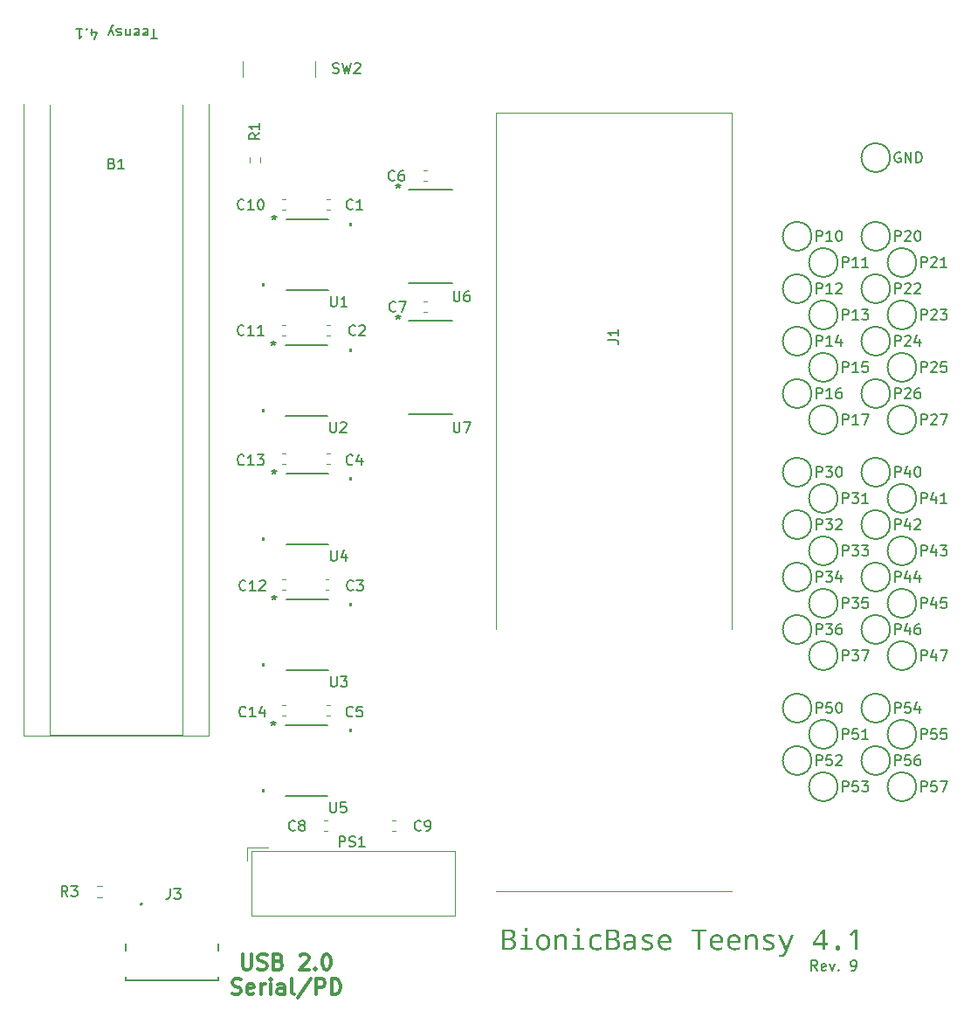
<source format=gbr>
G04 #@! TF.GenerationSoftware,KiCad,Pcbnew,7.0.11+dfsg-1build4*
G04 #@! TF.CreationDate,2024-11-14T17:24:51+09:00*
G04 #@! TF.ProjectId,base,62617365-2e6b-4696-9361-645f70636258,9*
G04 #@! TF.SameCoordinates,Original*
G04 #@! TF.FileFunction,Legend,Top*
G04 #@! TF.FilePolarity,Positive*
%FSLAX46Y46*%
G04 Gerber Fmt 4.6, Leading zero omitted, Abs format (unit mm)*
G04 Created by KiCad (PCBNEW 7.0.11+dfsg-1build4) date 2024-11-14 17:24:51*
%MOMM*%
%LPD*%
G01*
G04 APERTURE LIST*
%ADD10C,0.150000*%
%ADD11C,0.300000*%
%ADD12C,0.200000*%
%ADD13C,0.120000*%
%ADD14C,0.152400*%
%ADD15C,0.100000*%
G04 APERTURE END LIST*
D10*
X156300761Y-134807819D02*
X155967428Y-134331628D01*
X155729333Y-134807819D02*
X155729333Y-133807819D01*
X155729333Y-133807819D02*
X156110285Y-133807819D01*
X156110285Y-133807819D02*
X156205523Y-133855438D01*
X156205523Y-133855438D02*
X156253142Y-133903057D01*
X156253142Y-133903057D02*
X156300761Y-133998295D01*
X156300761Y-133998295D02*
X156300761Y-134141152D01*
X156300761Y-134141152D02*
X156253142Y-134236390D01*
X156253142Y-134236390D02*
X156205523Y-134284009D01*
X156205523Y-134284009D02*
X156110285Y-134331628D01*
X156110285Y-134331628D02*
X155729333Y-134331628D01*
X157110285Y-134760200D02*
X157015047Y-134807819D01*
X157015047Y-134807819D02*
X156824571Y-134807819D01*
X156824571Y-134807819D02*
X156729333Y-134760200D01*
X156729333Y-134760200D02*
X156681714Y-134664961D01*
X156681714Y-134664961D02*
X156681714Y-134284009D01*
X156681714Y-134284009D02*
X156729333Y-134188771D01*
X156729333Y-134188771D02*
X156824571Y-134141152D01*
X156824571Y-134141152D02*
X157015047Y-134141152D01*
X157015047Y-134141152D02*
X157110285Y-134188771D01*
X157110285Y-134188771D02*
X157157904Y-134284009D01*
X157157904Y-134284009D02*
X157157904Y-134379247D01*
X157157904Y-134379247D02*
X156681714Y-134474485D01*
X157491238Y-134141152D02*
X157729333Y-134807819D01*
X157729333Y-134807819D02*
X157967428Y-134141152D01*
X158348381Y-134712580D02*
X158396000Y-134760200D01*
X158396000Y-134760200D02*
X158348381Y-134807819D01*
X158348381Y-134807819D02*
X158300762Y-134760200D01*
X158300762Y-134760200D02*
X158348381Y-134712580D01*
X158348381Y-134712580D02*
X158348381Y-134807819D01*
X159634095Y-134807819D02*
X159824571Y-134807819D01*
X159824571Y-134807819D02*
X159919809Y-134760200D01*
X159919809Y-134760200D02*
X159967428Y-134712580D01*
X159967428Y-134712580D02*
X160062666Y-134569723D01*
X160062666Y-134569723D02*
X160110285Y-134379247D01*
X160110285Y-134379247D02*
X160110285Y-133998295D01*
X160110285Y-133998295D02*
X160062666Y-133903057D01*
X160062666Y-133903057D02*
X160015047Y-133855438D01*
X160015047Y-133855438D02*
X159919809Y-133807819D01*
X159919809Y-133807819D02*
X159729333Y-133807819D01*
X159729333Y-133807819D02*
X159634095Y-133855438D01*
X159634095Y-133855438D02*
X159586476Y-133903057D01*
X159586476Y-133903057D02*
X159538857Y-133998295D01*
X159538857Y-133998295D02*
X159538857Y-134236390D01*
X159538857Y-134236390D02*
X159586476Y-134331628D01*
X159586476Y-134331628D02*
X159634095Y-134379247D01*
X159634095Y-134379247D02*
X159729333Y-134426866D01*
X159729333Y-134426866D02*
X159919809Y-134426866D01*
X159919809Y-134426866D02*
X160015047Y-134379247D01*
X160015047Y-134379247D02*
X160062666Y-134331628D01*
X160062666Y-134331628D02*
X160110285Y-134236390D01*
D11*
X100560000Y-133195828D02*
X100560000Y-134410114D01*
X100560000Y-134410114D02*
X100631429Y-134552971D01*
X100631429Y-134552971D02*
X100702858Y-134624400D01*
X100702858Y-134624400D02*
X100845715Y-134695828D01*
X100845715Y-134695828D02*
X101131429Y-134695828D01*
X101131429Y-134695828D02*
X101274286Y-134624400D01*
X101274286Y-134624400D02*
X101345715Y-134552971D01*
X101345715Y-134552971D02*
X101417143Y-134410114D01*
X101417143Y-134410114D02*
X101417143Y-133195828D01*
X102060001Y-134624400D02*
X102274287Y-134695828D01*
X102274287Y-134695828D02*
X102631429Y-134695828D01*
X102631429Y-134695828D02*
X102774287Y-134624400D01*
X102774287Y-134624400D02*
X102845715Y-134552971D01*
X102845715Y-134552971D02*
X102917144Y-134410114D01*
X102917144Y-134410114D02*
X102917144Y-134267257D01*
X102917144Y-134267257D02*
X102845715Y-134124400D01*
X102845715Y-134124400D02*
X102774287Y-134052971D01*
X102774287Y-134052971D02*
X102631429Y-133981542D01*
X102631429Y-133981542D02*
X102345715Y-133910114D01*
X102345715Y-133910114D02*
X102202858Y-133838685D01*
X102202858Y-133838685D02*
X102131429Y-133767257D01*
X102131429Y-133767257D02*
X102060001Y-133624400D01*
X102060001Y-133624400D02*
X102060001Y-133481542D01*
X102060001Y-133481542D02*
X102131429Y-133338685D01*
X102131429Y-133338685D02*
X102202858Y-133267257D01*
X102202858Y-133267257D02*
X102345715Y-133195828D01*
X102345715Y-133195828D02*
X102702858Y-133195828D01*
X102702858Y-133195828D02*
X102917144Y-133267257D01*
X104060000Y-133910114D02*
X104274286Y-133981542D01*
X104274286Y-133981542D02*
X104345715Y-134052971D01*
X104345715Y-134052971D02*
X104417143Y-134195828D01*
X104417143Y-134195828D02*
X104417143Y-134410114D01*
X104417143Y-134410114D02*
X104345715Y-134552971D01*
X104345715Y-134552971D02*
X104274286Y-134624400D01*
X104274286Y-134624400D02*
X104131429Y-134695828D01*
X104131429Y-134695828D02*
X103560000Y-134695828D01*
X103560000Y-134695828D02*
X103560000Y-133195828D01*
X103560000Y-133195828D02*
X104060000Y-133195828D01*
X104060000Y-133195828D02*
X104202858Y-133267257D01*
X104202858Y-133267257D02*
X104274286Y-133338685D01*
X104274286Y-133338685D02*
X104345715Y-133481542D01*
X104345715Y-133481542D02*
X104345715Y-133624400D01*
X104345715Y-133624400D02*
X104274286Y-133767257D01*
X104274286Y-133767257D02*
X104202858Y-133838685D01*
X104202858Y-133838685D02*
X104060000Y-133910114D01*
X104060000Y-133910114D02*
X103560000Y-133910114D01*
X106131429Y-133338685D02*
X106202857Y-133267257D01*
X106202857Y-133267257D02*
X106345715Y-133195828D01*
X106345715Y-133195828D02*
X106702857Y-133195828D01*
X106702857Y-133195828D02*
X106845715Y-133267257D01*
X106845715Y-133267257D02*
X106917143Y-133338685D01*
X106917143Y-133338685D02*
X106988572Y-133481542D01*
X106988572Y-133481542D02*
X106988572Y-133624400D01*
X106988572Y-133624400D02*
X106917143Y-133838685D01*
X106917143Y-133838685D02*
X106060000Y-134695828D01*
X106060000Y-134695828D02*
X106988572Y-134695828D01*
X107631428Y-134552971D02*
X107702857Y-134624400D01*
X107702857Y-134624400D02*
X107631428Y-134695828D01*
X107631428Y-134695828D02*
X107560000Y-134624400D01*
X107560000Y-134624400D02*
X107631428Y-134552971D01*
X107631428Y-134552971D02*
X107631428Y-134695828D01*
X108631429Y-133195828D02*
X108774286Y-133195828D01*
X108774286Y-133195828D02*
X108917143Y-133267257D01*
X108917143Y-133267257D02*
X108988572Y-133338685D01*
X108988572Y-133338685D02*
X109060000Y-133481542D01*
X109060000Y-133481542D02*
X109131429Y-133767257D01*
X109131429Y-133767257D02*
X109131429Y-134124400D01*
X109131429Y-134124400D02*
X109060000Y-134410114D01*
X109060000Y-134410114D02*
X108988572Y-134552971D01*
X108988572Y-134552971D02*
X108917143Y-134624400D01*
X108917143Y-134624400D02*
X108774286Y-134695828D01*
X108774286Y-134695828D02*
X108631429Y-134695828D01*
X108631429Y-134695828D02*
X108488572Y-134624400D01*
X108488572Y-134624400D02*
X108417143Y-134552971D01*
X108417143Y-134552971D02*
X108345714Y-134410114D01*
X108345714Y-134410114D02*
X108274286Y-134124400D01*
X108274286Y-134124400D02*
X108274286Y-133767257D01*
X108274286Y-133767257D02*
X108345714Y-133481542D01*
X108345714Y-133481542D02*
X108417143Y-133338685D01*
X108417143Y-133338685D02*
X108488572Y-133267257D01*
X108488572Y-133267257D02*
X108631429Y-133195828D01*
X99560000Y-137039400D02*
X99774286Y-137110828D01*
X99774286Y-137110828D02*
X100131428Y-137110828D01*
X100131428Y-137110828D02*
X100274286Y-137039400D01*
X100274286Y-137039400D02*
X100345714Y-136967971D01*
X100345714Y-136967971D02*
X100417143Y-136825114D01*
X100417143Y-136825114D02*
X100417143Y-136682257D01*
X100417143Y-136682257D02*
X100345714Y-136539400D01*
X100345714Y-136539400D02*
X100274286Y-136467971D01*
X100274286Y-136467971D02*
X100131428Y-136396542D01*
X100131428Y-136396542D02*
X99845714Y-136325114D01*
X99845714Y-136325114D02*
X99702857Y-136253685D01*
X99702857Y-136253685D02*
X99631428Y-136182257D01*
X99631428Y-136182257D02*
X99560000Y-136039400D01*
X99560000Y-136039400D02*
X99560000Y-135896542D01*
X99560000Y-135896542D02*
X99631428Y-135753685D01*
X99631428Y-135753685D02*
X99702857Y-135682257D01*
X99702857Y-135682257D02*
X99845714Y-135610828D01*
X99845714Y-135610828D02*
X100202857Y-135610828D01*
X100202857Y-135610828D02*
X100417143Y-135682257D01*
X101631428Y-137039400D02*
X101488571Y-137110828D01*
X101488571Y-137110828D02*
X101202857Y-137110828D01*
X101202857Y-137110828D02*
X101059999Y-137039400D01*
X101059999Y-137039400D02*
X100988571Y-136896542D01*
X100988571Y-136896542D02*
X100988571Y-136325114D01*
X100988571Y-136325114D02*
X101059999Y-136182257D01*
X101059999Y-136182257D02*
X101202857Y-136110828D01*
X101202857Y-136110828D02*
X101488571Y-136110828D01*
X101488571Y-136110828D02*
X101631428Y-136182257D01*
X101631428Y-136182257D02*
X101702857Y-136325114D01*
X101702857Y-136325114D02*
X101702857Y-136467971D01*
X101702857Y-136467971D02*
X100988571Y-136610828D01*
X102345713Y-137110828D02*
X102345713Y-136110828D01*
X102345713Y-136396542D02*
X102417142Y-136253685D01*
X102417142Y-136253685D02*
X102488571Y-136182257D01*
X102488571Y-136182257D02*
X102631428Y-136110828D01*
X102631428Y-136110828D02*
X102774285Y-136110828D01*
X103274284Y-137110828D02*
X103274284Y-136110828D01*
X103274284Y-135610828D02*
X103202856Y-135682257D01*
X103202856Y-135682257D02*
X103274284Y-135753685D01*
X103274284Y-135753685D02*
X103345713Y-135682257D01*
X103345713Y-135682257D02*
X103274284Y-135610828D01*
X103274284Y-135610828D02*
X103274284Y-135753685D01*
X104631428Y-137110828D02*
X104631428Y-136325114D01*
X104631428Y-136325114D02*
X104559999Y-136182257D01*
X104559999Y-136182257D02*
X104417142Y-136110828D01*
X104417142Y-136110828D02*
X104131428Y-136110828D01*
X104131428Y-136110828D02*
X103988570Y-136182257D01*
X104631428Y-137039400D02*
X104488570Y-137110828D01*
X104488570Y-137110828D02*
X104131428Y-137110828D01*
X104131428Y-137110828D02*
X103988570Y-137039400D01*
X103988570Y-137039400D02*
X103917142Y-136896542D01*
X103917142Y-136896542D02*
X103917142Y-136753685D01*
X103917142Y-136753685D02*
X103988570Y-136610828D01*
X103988570Y-136610828D02*
X104131428Y-136539400D01*
X104131428Y-136539400D02*
X104488570Y-136539400D01*
X104488570Y-136539400D02*
X104631428Y-136467971D01*
X105559999Y-137110828D02*
X105417142Y-137039400D01*
X105417142Y-137039400D02*
X105345713Y-136896542D01*
X105345713Y-136896542D02*
X105345713Y-135610828D01*
X107202856Y-135539400D02*
X105917142Y-137467971D01*
X107702856Y-137110828D02*
X107702856Y-135610828D01*
X107702856Y-135610828D02*
X108274285Y-135610828D01*
X108274285Y-135610828D02*
X108417142Y-135682257D01*
X108417142Y-135682257D02*
X108488571Y-135753685D01*
X108488571Y-135753685D02*
X108559999Y-135896542D01*
X108559999Y-135896542D02*
X108559999Y-136110828D01*
X108559999Y-136110828D02*
X108488571Y-136253685D01*
X108488571Y-136253685D02*
X108417142Y-136325114D01*
X108417142Y-136325114D02*
X108274285Y-136396542D01*
X108274285Y-136396542D02*
X107702856Y-136396542D01*
X109202856Y-137110828D02*
X109202856Y-135610828D01*
X109202856Y-135610828D02*
X109559999Y-135610828D01*
X109559999Y-135610828D02*
X109774285Y-135682257D01*
X109774285Y-135682257D02*
X109917142Y-135825114D01*
X109917142Y-135825114D02*
X109988571Y-135967971D01*
X109988571Y-135967971D02*
X110059999Y-136253685D01*
X110059999Y-136253685D02*
X110059999Y-136467971D01*
X110059999Y-136467971D02*
X109988571Y-136753685D01*
X109988571Y-136753685D02*
X109917142Y-136896542D01*
X109917142Y-136896542D02*
X109774285Y-137039400D01*
X109774285Y-137039400D02*
X109559999Y-137110828D01*
X109559999Y-137110828D02*
X109202856Y-137110828D01*
D10*
G36*
X126333573Y-130805279D02*
G01*
X126356476Y-130805630D01*
X126378975Y-130806214D01*
X126401071Y-130807032D01*
X126422764Y-130808084D01*
X126444052Y-130809370D01*
X126464937Y-130810889D01*
X126485419Y-130812642D01*
X126505497Y-130814629D01*
X126525171Y-130816849D01*
X126563310Y-130821992D01*
X126599833Y-130828069D01*
X126634743Y-130835082D01*
X126668038Y-130843029D01*
X126699719Y-130851912D01*
X126729786Y-130861729D01*
X126758238Y-130872482D01*
X126785076Y-130884169D01*
X126810300Y-130896791D01*
X126833910Y-130910349D01*
X126855905Y-130924841D01*
X126876490Y-130940314D01*
X126895747Y-130956936D01*
X126913676Y-130974707D01*
X126930277Y-130993626D01*
X126945550Y-131013694D01*
X126959494Y-131034911D01*
X126972111Y-131057276D01*
X126983400Y-131080790D01*
X126993360Y-131105453D01*
X127001993Y-131131264D01*
X127009297Y-131158225D01*
X127015273Y-131186334D01*
X127019922Y-131215591D01*
X127023242Y-131245998D01*
X127025234Y-131277553D01*
X127025898Y-131310256D01*
X127025476Y-131331887D01*
X127024211Y-131353060D01*
X127022103Y-131373775D01*
X127019151Y-131394032D01*
X127015355Y-131413831D01*
X127010717Y-131433172D01*
X127005235Y-131452055D01*
X126995430Y-131479520D01*
X126983728Y-131505956D01*
X126970128Y-131531361D01*
X126954631Y-131555736D01*
X126937235Y-131579080D01*
X126924584Y-131594070D01*
X126917943Y-131601394D01*
X126904150Y-131615508D01*
X126889763Y-131628909D01*
X126874780Y-131641597D01*
X126859202Y-131653570D01*
X126843029Y-131664830D01*
X126826260Y-131675376D01*
X126808896Y-131685209D01*
X126790936Y-131694328D01*
X126772381Y-131702734D01*
X126753231Y-131710425D01*
X126733486Y-131717403D01*
X126713145Y-131723668D01*
X126692209Y-131729219D01*
X126670677Y-131734056D01*
X126648550Y-131738179D01*
X126625828Y-131741589D01*
X126625828Y-131755267D01*
X126653898Y-131760220D01*
X126681077Y-131765800D01*
X126707364Y-131772005D01*
X126732761Y-131778836D01*
X126757266Y-131786293D01*
X126780880Y-131794376D01*
X126803604Y-131803085D01*
X126825436Y-131812420D01*
X126846377Y-131822380D01*
X126866426Y-131832967D01*
X126885585Y-131844179D01*
X126903853Y-131856017D01*
X126921229Y-131868481D01*
X126937715Y-131881571D01*
X126953309Y-131895287D01*
X126968012Y-131909628D01*
X126981824Y-131924596D01*
X126994745Y-131940189D01*
X127006775Y-131956408D01*
X127017914Y-131973254D01*
X127028162Y-131990725D01*
X127037519Y-132008821D01*
X127045984Y-132027544D01*
X127053558Y-132046893D01*
X127060242Y-132066867D01*
X127066034Y-132087468D01*
X127070935Y-132108694D01*
X127074945Y-132130546D01*
X127078064Y-132153024D01*
X127080292Y-132176128D01*
X127081628Y-132199857D01*
X127082074Y-132224213D01*
X127081389Y-132257709D01*
X127079334Y-132290296D01*
X127075909Y-132321975D01*
X127071113Y-132352746D01*
X127064948Y-132382608D01*
X127057413Y-132411563D01*
X127048508Y-132439609D01*
X127038232Y-132466746D01*
X127026587Y-132492976D01*
X127013571Y-132518297D01*
X126999186Y-132542710D01*
X126983430Y-132566214D01*
X126966305Y-132588810D01*
X126947809Y-132610498D01*
X126927943Y-132631278D01*
X126906707Y-132651150D01*
X126884350Y-132669901D01*
X126860996Y-132687442D01*
X126836646Y-132703774D01*
X126811300Y-132718896D01*
X126784958Y-132732809D01*
X126757620Y-132745511D01*
X126729286Y-132757004D01*
X126699956Y-132767287D01*
X126669630Y-132776360D01*
X126638307Y-132784224D01*
X126605989Y-132790877D01*
X126572675Y-132796321D01*
X126538364Y-132800556D01*
X126503058Y-132803580D01*
X126466755Y-132805395D01*
X126429457Y-132806000D01*
X125705521Y-132806000D01*
X125705521Y-131867618D01*
X125962465Y-131867618D01*
X125962465Y-132587646D01*
X126384028Y-132587646D01*
X126410324Y-132587281D01*
X126435786Y-132586187D01*
X126460413Y-132584362D01*
X126484205Y-132581807D01*
X126507163Y-132578523D01*
X126529285Y-132574509D01*
X126550573Y-132569765D01*
X126571026Y-132564291D01*
X126590644Y-132558087D01*
X126609428Y-132551153D01*
X126644490Y-132535096D01*
X126676213Y-132516119D01*
X126704596Y-132494224D01*
X126729641Y-132469408D01*
X126751346Y-132441673D01*
X126769712Y-132411019D01*
X126784739Y-132377445D01*
X126796426Y-132340952D01*
X126801017Y-132321610D01*
X126804774Y-132301539D01*
X126807696Y-132280738D01*
X126809783Y-132259207D01*
X126811035Y-132236946D01*
X126811453Y-132213955D01*
X126811018Y-132192647D01*
X126809714Y-132172016D01*
X126807541Y-132152061D01*
X126800588Y-132114180D01*
X126790158Y-132079005D01*
X126776252Y-132046536D01*
X126758868Y-132016773D01*
X126738009Y-131989716D01*
X126713672Y-131965364D01*
X126685859Y-131943718D01*
X126654569Y-131924778D01*
X126619803Y-131908543D01*
X126601116Y-131901440D01*
X126581560Y-131895014D01*
X126561134Y-131889265D01*
X126539840Y-131884191D01*
X126517676Y-131879794D01*
X126494643Y-131876074D01*
X126470742Y-131873030D01*
X126445970Y-131870662D01*
X126420330Y-131868971D01*
X126393821Y-131867957D01*
X126366442Y-131867618D01*
X125962465Y-131867618D01*
X125705521Y-131867618D01*
X125705521Y-131023515D01*
X125962465Y-131023515D01*
X125962465Y-131649265D01*
X126352276Y-131649265D01*
X126378628Y-131648973D01*
X126404071Y-131648098D01*
X126428606Y-131646638D01*
X126452233Y-131644594D01*
X126474951Y-131641967D01*
X126496761Y-131638755D01*
X126517663Y-131634960D01*
X126537656Y-131630581D01*
X126556742Y-131625618D01*
X126583667Y-131617078D01*
X126608548Y-131607225D01*
X126631386Y-131596058D01*
X126652180Y-131583577D01*
X126664907Y-131574527D01*
X126682454Y-131559655D01*
X126698275Y-131543066D01*
X126712370Y-131524759D01*
X126724739Y-131504735D01*
X126735382Y-131482993D01*
X126744299Y-131459534D01*
X126751491Y-131434358D01*
X126756956Y-131407465D01*
X126760695Y-131378854D01*
X126762230Y-131358826D01*
X126762997Y-131338035D01*
X126763093Y-131327353D01*
X126762682Y-131307381D01*
X126760529Y-131278774D01*
X126756529Y-131251791D01*
X126750682Y-131226430D01*
X126742990Y-131202692D01*
X126733452Y-131180577D01*
X126722067Y-131160085D01*
X126708837Y-131141216D01*
X126693760Y-131123970D01*
X126676837Y-131108346D01*
X126658068Y-131094346D01*
X126637294Y-131081687D01*
X126614356Y-131070274D01*
X126589255Y-131060106D01*
X126561989Y-131051183D01*
X126542610Y-131045926D01*
X126522269Y-131041223D01*
X126500967Y-131037073D01*
X126478702Y-131033476D01*
X126455476Y-131030432D01*
X126431289Y-131027942D01*
X126406139Y-131026005D01*
X126380028Y-131024622D01*
X126352955Y-131023792D01*
X126324921Y-131023515D01*
X125962465Y-131023515D01*
X125705521Y-131023515D01*
X125705521Y-130805162D01*
X126310266Y-130805162D01*
X126333573Y-130805279D01*
G37*
G36*
X128069792Y-130680110D02*
G01*
X128095807Y-130681479D01*
X128119262Y-130685588D01*
X128140160Y-130692436D01*
X128158498Y-130702023D01*
X128174277Y-130714349D01*
X128187498Y-130729414D01*
X128198160Y-130747219D01*
X128206263Y-130767762D01*
X128211807Y-130791045D01*
X128214792Y-130817067D01*
X128215361Y-130835937D01*
X128214299Y-130859688D01*
X128211115Y-130881484D01*
X128205808Y-130901324D01*
X128196637Y-130922550D01*
X128184410Y-130940960D01*
X128171885Y-130954150D01*
X128155199Y-130967265D01*
X128137378Y-130977666D01*
X128118425Y-130985354D01*
X128098338Y-130990329D01*
X128077117Y-130992590D01*
X128069792Y-130992741D01*
X128043515Y-130991362D01*
X128019823Y-130987228D01*
X127998716Y-130980337D01*
X127980193Y-130970690D01*
X127964255Y-130958287D01*
X127950901Y-130943127D01*
X127940132Y-130925211D01*
X127931947Y-130904538D01*
X127926347Y-130881110D01*
X127923332Y-130854925D01*
X127922758Y-130835937D01*
X127924050Y-130808089D01*
X127927927Y-130782980D01*
X127934388Y-130760610D01*
X127943434Y-130740980D01*
X127955065Y-130724088D01*
X127969280Y-130709936D01*
X127986080Y-130698523D01*
X128005464Y-130689849D01*
X128027433Y-130683914D01*
X128051987Y-130680718D01*
X128069792Y-130680110D01*
G37*
G36*
X127943763Y-131501743D02*
G01*
X127573979Y-131472922D01*
X127573979Y-131305371D01*
X128193379Y-131305371D01*
X128193379Y-132609628D01*
X128676980Y-132636983D01*
X128676980Y-132806000D01*
X127470908Y-132806000D01*
X127470908Y-132636983D01*
X127943763Y-132609628D01*
X127943763Y-131501743D01*
G37*
G36*
X129764230Y-131274940D02*
G01*
X129800390Y-131277436D01*
X129835702Y-131281596D01*
X129870167Y-131287420D01*
X129903785Y-131294907D01*
X129936555Y-131304059D01*
X129968478Y-131314874D01*
X129999555Y-131327353D01*
X130029783Y-131341496D01*
X130059165Y-131357304D01*
X130087700Y-131374775D01*
X130115387Y-131393909D01*
X130142227Y-131414708D01*
X130168220Y-131437171D01*
X130193365Y-131461298D01*
X130217663Y-131487088D01*
X130240792Y-131514256D01*
X130262429Y-131542516D01*
X130282573Y-131571867D01*
X130301225Y-131602310D01*
X130318385Y-131633844D01*
X130334053Y-131666469D01*
X130348228Y-131700186D01*
X130360912Y-131734995D01*
X130372103Y-131770894D01*
X130381802Y-131807886D01*
X130390009Y-131845969D01*
X130393553Y-131865419D01*
X130396724Y-131885143D01*
X130399522Y-131905139D01*
X130401947Y-131925409D01*
X130403998Y-131945951D01*
X130405677Y-131966766D01*
X130406983Y-131987854D01*
X130407915Y-132009214D01*
X130408475Y-132030848D01*
X130408661Y-132052755D01*
X130408477Y-132075379D01*
X130407925Y-132097703D01*
X130407004Y-132119725D01*
X130405715Y-132141445D01*
X130404058Y-132162864D01*
X130402032Y-132183982D01*
X130399639Y-132204798D01*
X130396877Y-132225312D01*
X130393746Y-132245525D01*
X130390248Y-132265437D01*
X130386381Y-132285047D01*
X130382146Y-132304355D01*
X130377542Y-132323362D01*
X130367231Y-132360472D01*
X130355446Y-132396376D01*
X130342188Y-132431073D01*
X130327457Y-132464565D01*
X130311253Y-132496851D01*
X130293576Y-132527931D01*
X130274426Y-132557805D01*
X130253803Y-132586473D01*
X130231706Y-132613935D01*
X130220106Y-132627214D01*
X130196109Y-132652649D01*
X130171135Y-132676444D01*
X130145184Y-132698598D01*
X130118257Y-132719110D01*
X130090352Y-132737982D01*
X130061470Y-132755212D01*
X130031611Y-132770802D01*
X130000776Y-132784750D01*
X129968963Y-132797058D01*
X129936174Y-132807724D01*
X129902407Y-132816750D01*
X129867663Y-132824135D01*
X129831943Y-132829878D01*
X129795245Y-132833981D01*
X129757571Y-132836442D01*
X129718920Y-132837263D01*
X129682205Y-132836429D01*
X129646311Y-132833927D01*
X129611237Y-132829758D01*
X129576984Y-132823921D01*
X129543551Y-132816416D01*
X129510939Y-132807244D01*
X129479147Y-132796403D01*
X129448176Y-132783896D01*
X129418026Y-132769720D01*
X129388696Y-132753877D01*
X129360186Y-132736365D01*
X129332497Y-132717187D01*
X129305628Y-132696340D01*
X129279580Y-132673826D01*
X129254352Y-132649644D01*
X129229945Y-132623794D01*
X129206758Y-132596491D01*
X129185066Y-132568069D01*
X129164870Y-132538529D01*
X129146170Y-132507871D01*
X129128966Y-132476094D01*
X129113258Y-132443200D01*
X129099046Y-132409187D01*
X129086331Y-132374056D01*
X129075111Y-132337807D01*
X129065387Y-132300440D01*
X129061086Y-132281337D01*
X129057159Y-132261954D01*
X129053606Y-132242292D01*
X129050427Y-132222351D01*
X129047622Y-132202130D01*
X129045191Y-132181629D01*
X129043134Y-132160849D01*
X129041451Y-132139789D01*
X129040142Y-132118450D01*
X129039207Y-132096831D01*
X129038646Y-132074932D01*
X129038459Y-132052755D01*
X129296868Y-132052755D01*
X129297285Y-132088248D01*
X129298538Y-132122614D01*
X129300625Y-132155853D01*
X129303546Y-132187966D01*
X129307303Y-132218952D01*
X129311895Y-132248811D01*
X129317321Y-132277543D01*
X129323582Y-132305149D01*
X129330678Y-132331628D01*
X129338609Y-132356980D01*
X129347374Y-132381205D01*
X129356975Y-132404304D01*
X129367410Y-132426276D01*
X129378680Y-132447121D01*
X129390785Y-132466839D01*
X129403724Y-132485431D01*
X129417499Y-132502896D01*
X129432108Y-132519234D01*
X129447552Y-132534445D01*
X129463831Y-132548529D01*
X129480944Y-132561487D01*
X129498893Y-132573318D01*
X129517676Y-132584022D01*
X129537294Y-132593600D01*
X129557747Y-132602051D01*
X129579035Y-132609374D01*
X129601158Y-132615572D01*
X129624115Y-132620642D01*
X129647907Y-132624586D01*
X129672534Y-132627403D01*
X129697996Y-132629093D01*
X129724293Y-132629656D01*
X129750499Y-132629093D01*
X129775874Y-132627403D01*
X129800416Y-132624586D01*
X129824127Y-132620642D01*
X129847006Y-132615572D01*
X129869053Y-132609374D01*
X129890267Y-132602051D01*
X129910650Y-132593600D01*
X129930201Y-132584022D01*
X129948920Y-132573318D01*
X129966807Y-132561487D01*
X129983862Y-132548529D01*
X130000085Y-132534445D01*
X130015476Y-132519234D01*
X130030035Y-132502896D01*
X130043763Y-132485431D01*
X130056658Y-132466839D01*
X130068721Y-132447121D01*
X130079952Y-132426276D01*
X130090352Y-132404304D01*
X130099919Y-132381205D01*
X130108655Y-132356980D01*
X130116558Y-132331628D01*
X130123630Y-132305149D01*
X130129870Y-132277543D01*
X130135277Y-132248811D01*
X130139853Y-132218952D01*
X130143597Y-132187966D01*
X130146509Y-132155853D01*
X130148588Y-132122614D01*
X130149836Y-132088248D01*
X130150252Y-132052755D01*
X130149834Y-132017622D01*
X130148577Y-131983605D01*
X130146483Y-131950704D01*
X130143551Y-131918917D01*
X130139781Y-131888246D01*
X130135174Y-131858690D01*
X130129729Y-131830250D01*
X130123447Y-131802925D01*
X130116326Y-131776715D01*
X130108369Y-131751620D01*
X130099573Y-131727641D01*
X130089940Y-131704777D01*
X130079469Y-131683029D01*
X130068160Y-131662395D01*
X130056014Y-131642877D01*
X130043030Y-131624475D01*
X130029208Y-131607187D01*
X130014549Y-131591015D01*
X129999052Y-131575959D01*
X129982717Y-131562017D01*
X129965545Y-131549191D01*
X129947535Y-131537480D01*
X129928687Y-131526885D01*
X129909002Y-131517405D01*
X129888478Y-131509040D01*
X129867118Y-131501790D01*
X129844919Y-131495656D01*
X129821883Y-131490637D01*
X129798009Y-131486734D01*
X129773298Y-131483945D01*
X129747749Y-131482272D01*
X129721362Y-131481715D01*
X129695246Y-131482272D01*
X129669958Y-131483945D01*
X129645500Y-131486734D01*
X129621871Y-131490637D01*
X129599071Y-131495656D01*
X129577100Y-131501790D01*
X129555959Y-131509040D01*
X129535646Y-131517405D01*
X129516162Y-131526885D01*
X129497508Y-131537480D01*
X129479682Y-131549191D01*
X129462686Y-131562017D01*
X129446519Y-131575959D01*
X129431180Y-131591015D01*
X129416671Y-131607187D01*
X129402991Y-131624475D01*
X129390141Y-131642877D01*
X129378119Y-131662395D01*
X129366926Y-131683029D01*
X129356562Y-131704777D01*
X129347028Y-131727641D01*
X129338322Y-131751620D01*
X129330446Y-131776715D01*
X129323399Y-131802925D01*
X129317181Y-131830250D01*
X129311792Y-131858690D01*
X129307232Y-131888246D01*
X129303501Y-131918917D01*
X129300599Y-131950704D01*
X129298526Y-131983605D01*
X129297282Y-132017622D01*
X129296868Y-132052755D01*
X129038459Y-132052755D01*
X129038641Y-132030341D01*
X129039186Y-132008226D01*
X129040095Y-131986408D01*
X129041367Y-131964888D01*
X129043003Y-131943666D01*
X129045002Y-131922741D01*
X129047365Y-131902114D01*
X129050091Y-131881785D01*
X129053181Y-131861753D01*
X129056634Y-131842019D01*
X129060451Y-131822582D01*
X129064631Y-131803444D01*
X129074082Y-131766059D01*
X129084987Y-131729866D01*
X129097346Y-131694862D01*
X129111159Y-131661050D01*
X129126426Y-131628428D01*
X129143148Y-131596997D01*
X129161323Y-131566757D01*
X129180952Y-131537707D01*
X129202035Y-131509849D01*
X129224572Y-131483180D01*
X129248346Y-131457863D01*
X129273138Y-131434179D01*
X129298950Y-131412128D01*
X129325780Y-131391711D01*
X129353630Y-131372927D01*
X129382498Y-131355777D01*
X129412385Y-131340260D01*
X129443291Y-131326376D01*
X129475217Y-131314126D01*
X129508161Y-131303509D01*
X129542124Y-131294526D01*
X129577106Y-131287175D01*
X129613107Y-131281459D01*
X129650127Y-131277375D01*
X129688166Y-131274925D01*
X129727224Y-131274108D01*
X129764230Y-131274940D01*
G37*
G36*
X131779841Y-132806000D02*
G01*
X131779841Y-131837821D01*
X131779522Y-131815912D01*
X131778564Y-131794699D01*
X131776968Y-131774181D01*
X131774734Y-131754358D01*
X131768352Y-131716800D01*
X131759416Y-131682024D01*
X131747927Y-131650031D01*
X131733885Y-131620819D01*
X131717290Y-131594389D01*
X131698141Y-131570741D01*
X131676440Y-131549876D01*
X131652186Y-131531792D01*
X131625378Y-131516491D01*
X131596017Y-131503971D01*
X131564104Y-131494234D01*
X131529637Y-131487279D01*
X131492617Y-131483106D01*
X131453044Y-131481715D01*
X131427078Y-131482247D01*
X131401936Y-131483844D01*
X131377618Y-131486506D01*
X131354125Y-131490233D01*
X131331457Y-131495024D01*
X131309612Y-131500880D01*
X131288592Y-131507801D01*
X131268396Y-131515787D01*
X131249025Y-131524837D01*
X131230477Y-131534952D01*
X131212755Y-131546132D01*
X131195856Y-131558377D01*
X131179782Y-131571686D01*
X131164532Y-131586060D01*
X131150106Y-131601499D01*
X131136505Y-131618002D01*
X131123728Y-131635571D01*
X131111775Y-131654204D01*
X131100647Y-131673901D01*
X131090343Y-131694664D01*
X131080863Y-131716491D01*
X131072208Y-131739383D01*
X131064377Y-131763340D01*
X131057370Y-131788362D01*
X131051188Y-131814448D01*
X131045830Y-131841599D01*
X131041296Y-131869815D01*
X131037587Y-131899095D01*
X131034702Y-131929441D01*
X131032641Y-131960851D01*
X131031404Y-131993325D01*
X131030992Y-132026865D01*
X131030992Y-132806000D01*
X130780887Y-132806000D01*
X130780887Y-131305371D01*
X130982632Y-131305371D01*
X131019757Y-131505162D01*
X131033435Y-131505162D01*
X131051841Y-131477183D01*
X131071643Y-131451009D01*
X131092843Y-131426640D01*
X131115439Y-131404076D01*
X131139432Y-131383317D01*
X131164822Y-131364364D01*
X131191608Y-131347215D01*
X131219792Y-131331872D01*
X131249372Y-131318333D01*
X131280349Y-131306600D01*
X131312722Y-131296672D01*
X131346493Y-131288549D01*
X131381660Y-131282231D01*
X131418224Y-131277719D01*
X131456185Y-131275011D01*
X131495542Y-131274108D01*
X131528420Y-131274645D01*
X131560255Y-131276255D01*
X131591046Y-131278938D01*
X131620793Y-131282695D01*
X131649496Y-131287525D01*
X131677156Y-131293428D01*
X131703771Y-131300405D01*
X131729343Y-131308455D01*
X131753872Y-131317578D01*
X131777356Y-131327775D01*
X131799797Y-131339045D01*
X131821194Y-131351388D01*
X131841547Y-131364805D01*
X131860857Y-131379295D01*
X131879123Y-131394858D01*
X131896345Y-131411495D01*
X131912523Y-131429205D01*
X131927657Y-131447988D01*
X131941748Y-131467845D01*
X131954795Y-131488775D01*
X131966798Y-131510778D01*
X131977758Y-131533855D01*
X131987673Y-131558005D01*
X131996545Y-131583228D01*
X132004373Y-131609525D01*
X132011158Y-131636895D01*
X132016898Y-131665338D01*
X132021595Y-131694855D01*
X132025248Y-131725445D01*
X132027858Y-131757108D01*
X132029423Y-131789845D01*
X132029945Y-131823655D01*
X132029945Y-132806000D01*
X131779841Y-132806000D01*
G37*
G36*
X133110964Y-130680110D02*
G01*
X133136979Y-130681479D01*
X133160435Y-130685588D01*
X133181332Y-130692436D01*
X133199670Y-130702023D01*
X133215450Y-130714349D01*
X133228670Y-130729414D01*
X133239332Y-130747219D01*
X133247435Y-130767762D01*
X133252979Y-130791045D01*
X133255964Y-130817067D01*
X133256533Y-130835937D01*
X133255472Y-130859688D01*
X133252287Y-130881484D01*
X133246980Y-130901324D01*
X133237810Y-130922550D01*
X133225582Y-130940960D01*
X133213058Y-130954150D01*
X133196371Y-130967265D01*
X133178551Y-130977666D01*
X133159597Y-130985354D01*
X133139510Y-130990329D01*
X133118290Y-130992590D01*
X133110964Y-130992741D01*
X133084688Y-130991362D01*
X133060996Y-130987228D01*
X133039888Y-130980337D01*
X133021365Y-130970690D01*
X133005427Y-130958287D01*
X132992073Y-130943127D01*
X132981304Y-130925211D01*
X132973120Y-130904538D01*
X132967520Y-130881110D01*
X132964504Y-130854925D01*
X132963930Y-130835937D01*
X132965222Y-130808089D01*
X132969099Y-130782980D01*
X132975561Y-130760610D01*
X132984607Y-130740980D01*
X132996237Y-130724088D01*
X133010453Y-130709936D01*
X133027252Y-130698523D01*
X133046637Y-130689849D01*
X133068606Y-130683914D01*
X133093159Y-130680718D01*
X133110964Y-130680110D01*
G37*
G36*
X132984935Y-131501743D02*
G01*
X132615151Y-131472922D01*
X132615151Y-131305371D01*
X133234551Y-131305371D01*
X133234551Y-132609628D01*
X133718152Y-132636983D01*
X133718152Y-132806000D01*
X132512081Y-132806000D01*
X132512081Y-132636983D01*
X132984935Y-132609628D01*
X132984935Y-131501743D01*
G37*
G36*
X135379492Y-131355197D02*
G01*
X135294495Y-131572085D01*
X135268899Y-131562443D01*
X135243647Y-131553423D01*
X135218738Y-131545025D01*
X135194172Y-131537250D01*
X135169950Y-131530096D01*
X135146072Y-131523564D01*
X135122537Y-131517655D01*
X135099345Y-131512367D01*
X135076497Y-131507702D01*
X135053992Y-131503658D01*
X135031831Y-131500237D01*
X135010013Y-131497438D01*
X134988539Y-131495261D01*
X134967408Y-131493706D01*
X134946621Y-131492772D01*
X134926177Y-131492461D01*
X134894831Y-131493016D01*
X134864481Y-131494681D01*
X134835125Y-131497455D01*
X134806765Y-131501338D01*
X134779400Y-131506331D01*
X134753030Y-131512434D01*
X134727655Y-131519646D01*
X134703275Y-131527968D01*
X134679890Y-131537400D01*
X134657500Y-131547941D01*
X134636106Y-131559592D01*
X134615706Y-131572352D01*
X134596302Y-131586222D01*
X134577892Y-131601201D01*
X134560478Y-131617290D01*
X134544059Y-131634489D01*
X134528635Y-131652797D01*
X134514206Y-131672215D01*
X134500772Y-131692742D01*
X134488334Y-131714379D01*
X134476890Y-131737126D01*
X134466441Y-131760982D01*
X134456988Y-131785947D01*
X134448530Y-131812023D01*
X134441066Y-131839208D01*
X134434598Y-131867502D01*
X134429125Y-131896906D01*
X134424647Y-131927420D01*
X134421164Y-131959043D01*
X134418677Y-131991776D01*
X134417184Y-132025618D01*
X134416686Y-132060570D01*
X134417171Y-132094921D01*
X134418623Y-132128182D01*
X134421044Y-132160352D01*
X134424434Y-132191431D01*
X134428791Y-132221420D01*
X134434117Y-132250318D01*
X134440412Y-132278126D01*
X134447675Y-132304844D01*
X134455906Y-132330471D01*
X134465106Y-132355007D01*
X134475274Y-132378453D01*
X134486410Y-132400808D01*
X134498515Y-132422073D01*
X134511588Y-132442247D01*
X134525630Y-132461331D01*
X134540640Y-132479325D01*
X134556618Y-132496228D01*
X134573565Y-132512040D01*
X134591480Y-132526762D01*
X134610363Y-132540393D01*
X134630215Y-132552934D01*
X134651036Y-132564384D01*
X134672824Y-132574744D01*
X134695581Y-132584013D01*
X134719307Y-132592192D01*
X134744000Y-132599280D01*
X134769663Y-132605278D01*
X134796293Y-132610185D01*
X134823892Y-132614002D01*
X134852460Y-132616728D01*
X134881995Y-132618364D01*
X134912499Y-132618909D01*
X134939525Y-132618577D01*
X134966622Y-132617581D01*
X134993792Y-132615921D01*
X135021035Y-132613597D01*
X135048350Y-132610609D01*
X135075738Y-132606957D01*
X135103198Y-132602641D01*
X135130730Y-132597660D01*
X135158336Y-132592016D01*
X135186013Y-132585708D01*
X135213763Y-132578735D01*
X135241586Y-132571099D01*
X135269481Y-132562799D01*
X135297449Y-132553834D01*
X135325489Y-132544206D01*
X135353602Y-132533913D01*
X135353602Y-132753732D01*
X135330256Y-132763847D01*
X135306257Y-132773309D01*
X135281606Y-132782119D01*
X135256302Y-132790276D01*
X135230345Y-132797781D01*
X135203736Y-132804633D01*
X135176474Y-132810833D01*
X135148560Y-132816380D01*
X135119993Y-132821274D01*
X135090774Y-132825516D01*
X135060902Y-132829105D01*
X135030377Y-132832042D01*
X134999200Y-132834326D01*
X134967370Y-132835957D01*
X134934888Y-132836936D01*
X134901753Y-132837263D01*
X134879833Y-132837067D01*
X134858222Y-132836482D01*
X134836919Y-132835507D01*
X134815924Y-132834141D01*
X134795238Y-132832385D01*
X134774859Y-132830239D01*
X134754789Y-132827702D01*
X134735026Y-132824776D01*
X134715572Y-132821459D01*
X134677589Y-132813655D01*
X134640838Y-132804289D01*
X134605320Y-132793363D01*
X134571034Y-132780876D01*
X134537981Y-132766829D01*
X134506161Y-132751220D01*
X134475573Y-132734050D01*
X134446218Y-132715320D01*
X134418096Y-132695029D01*
X134391206Y-132673177D01*
X134365550Y-132649764D01*
X134353183Y-132637472D01*
X134329581Y-132611819D01*
X134307502Y-132584807D01*
X134286946Y-132556437D01*
X134267912Y-132526708D01*
X134250401Y-132495620D01*
X134234413Y-132463174D01*
X134219947Y-132429369D01*
X134207004Y-132394206D01*
X134195584Y-132357684D01*
X134185686Y-132319804D01*
X134181308Y-132300354D01*
X134177311Y-132280564D01*
X134173695Y-132260435D01*
X134170459Y-132239967D01*
X134167604Y-132219158D01*
X134165130Y-132198010D01*
X134163036Y-132176523D01*
X134161323Y-132154695D01*
X134159991Y-132132528D01*
X134159039Y-132110022D01*
X134158468Y-132087176D01*
X134158278Y-132063990D01*
X134158472Y-132040051D01*
X134159056Y-132016471D01*
X134160029Y-131993251D01*
X134161392Y-131970391D01*
X134163143Y-131947891D01*
X134165284Y-131925750D01*
X134167814Y-131903969D01*
X134170734Y-131882548D01*
X134174043Y-131861486D01*
X134177741Y-131840784D01*
X134181828Y-131820442D01*
X134186304Y-131800459D01*
X134191170Y-131780836D01*
X134196425Y-131761573D01*
X134202069Y-131742670D01*
X134214526Y-131705942D01*
X134228539Y-131670652D01*
X134244110Y-131636802D01*
X134261237Y-131604390D01*
X134279922Y-131573417D01*
X134300164Y-131543883D01*
X134321962Y-131515787D01*
X134345318Y-131489130D01*
X134357580Y-131476341D01*
X134383124Y-131451852D01*
X134409932Y-131428943D01*
X134438002Y-131407614D01*
X134467336Y-131387864D01*
X134497933Y-131369695D01*
X134529794Y-131353106D01*
X134562917Y-131338096D01*
X134597304Y-131324667D01*
X134632954Y-131312817D01*
X134669867Y-131302547D01*
X134708043Y-131293858D01*
X134727605Y-131290105D01*
X134747483Y-131286748D01*
X134767676Y-131283786D01*
X134788186Y-131281218D01*
X134809011Y-131279046D01*
X134830151Y-131277268D01*
X134851608Y-131275886D01*
X134873381Y-131274898D01*
X134895469Y-131274306D01*
X134917873Y-131274108D01*
X134948355Y-131274425D01*
X134978621Y-131275375D01*
X135008668Y-131276959D01*
X135038498Y-131279176D01*
X135068111Y-131282027D01*
X135097506Y-131285511D01*
X135126683Y-131289629D01*
X135155643Y-131294381D01*
X135184386Y-131299765D01*
X135212911Y-131305784D01*
X135241218Y-131312435D01*
X135269308Y-131319721D01*
X135297180Y-131327640D01*
X135324835Y-131336192D01*
X135352272Y-131345378D01*
X135379492Y-131355197D01*
G37*
G36*
X136415918Y-130805279D02*
G01*
X136438821Y-130805630D01*
X136461320Y-130806214D01*
X136483416Y-130807032D01*
X136505108Y-130808084D01*
X136526397Y-130809370D01*
X136547282Y-130810889D01*
X136567764Y-130812642D01*
X136587842Y-130814629D01*
X136607516Y-130816849D01*
X136645654Y-130821992D01*
X136682178Y-130828069D01*
X136717088Y-130835082D01*
X136750383Y-130843029D01*
X136782064Y-130851912D01*
X136812131Y-130861729D01*
X136840583Y-130872482D01*
X136867421Y-130884169D01*
X136892645Y-130896791D01*
X136916254Y-130910349D01*
X136938250Y-130924841D01*
X136958835Y-130940314D01*
X136978092Y-130956936D01*
X136996021Y-130974707D01*
X137012622Y-130993626D01*
X137027894Y-131013694D01*
X137041839Y-131034911D01*
X137054456Y-131057276D01*
X137065744Y-131080790D01*
X137075705Y-131105453D01*
X137084337Y-131131264D01*
X137091642Y-131158225D01*
X137097618Y-131186334D01*
X137102266Y-131215591D01*
X137105586Y-131245998D01*
X137107579Y-131277553D01*
X137108243Y-131310256D01*
X137107821Y-131331887D01*
X137106556Y-131353060D01*
X137104447Y-131373775D01*
X137101495Y-131394032D01*
X137097700Y-131413831D01*
X137093061Y-131433172D01*
X137087579Y-131452055D01*
X137077775Y-131479520D01*
X137066073Y-131505956D01*
X137052473Y-131531361D01*
X137036975Y-131555736D01*
X137019580Y-131579080D01*
X137006929Y-131594070D01*
X137000287Y-131601394D01*
X136986495Y-131615508D01*
X136972108Y-131628909D01*
X136957125Y-131641597D01*
X136941547Y-131653570D01*
X136925373Y-131664830D01*
X136908605Y-131675376D01*
X136891240Y-131685209D01*
X136873281Y-131694328D01*
X136854726Y-131702734D01*
X136835576Y-131710425D01*
X136815831Y-131717403D01*
X136795490Y-131723668D01*
X136774553Y-131729219D01*
X136753022Y-131734056D01*
X136730895Y-131738179D01*
X136708173Y-131741589D01*
X136708173Y-131755267D01*
X136736243Y-131760220D01*
X136763421Y-131765800D01*
X136789709Y-131772005D01*
X136815105Y-131778836D01*
X136839611Y-131786293D01*
X136863225Y-131794376D01*
X136885948Y-131803085D01*
X136907780Y-131812420D01*
X136928721Y-131822380D01*
X136948771Y-131832967D01*
X136967930Y-131844179D01*
X136986198Y-131856017D01*
X137003574Y-131868481D01*
X137020060Y-131881571D01*
X137035654Y-131895287D01*
X137050357Y-131909628D01*
X137064169Y-131924596D01*
X137077090Y-131940189D01*
X137089120Y-131956408D01*
X137100259Y-131973254D01*
X137110507Y-131990725D01*
X137119863Y-132008821D01*
X137128329Y-132027544D01*
X137135903Y-132046893D01*
X137142586Y-132066867D01*
X137148379Y-132087468D01*
X137153280Y-132108694D01*
X137157290Y-132130546D01*
X137160409Y-132153024D01*
X137162636Y-132176128D01*
X137163973Y-132199857D01*
X137164418Y-132224213D01*
X137163733Y-132257709D01*
X137161678Y-132290296D01*
X137158253Y-132321975D01*
X137153458Y-132352746D01*
X137147293Y-132382608D01*
X137139758Y-132411563D01*
X137130852Y-132439609D01*
X137120577Y-132466746D01*
X137108931Y-132492976D01*
X137095916Y-132518297D01*
X137081530Y-132542710D01*
X137065775Y-132566214D01*
X137048649Y-132588810D01*
X137030154Y-132610498D01*
X137010288Y-132631278D01*
X136989052Y-132651150D01*
X136966694Y-132669901D01*
X136943341Y-132687442D01*
X136918991Y-132703774D01*
X136893645Y-132718896D01*
X136867303Y-132732809D01*
X136839965Y-132745511D01*
X136811631Y-132757004D01*
X136782301Y-132767287D01*
X136751974Y-132776360D01*
X136720652Y-132784224D01*
X136688334Y-132790877D01*
X136655019Y-132796321D01*
X136620709Y-132800556D01*
X136585403Y-132803580D01*
X136549100Y-132805395D01*
X136511802Y-132806000D01*
X135787866Y-132806000D01*
X135787866Y-131867618D01*
X136044809Y-131867618D01*
X136044809Y-132587646D01*
X136466372Y-132587646D01*
X136492669Y-132587281D01*
X136518131Y-132586187D01*
X136542758Y-132584362D01*
X136566550Y-132581807D01*
X136589508Y-132578523D01*
X136611630Y-132574509D01*
X136632918Y-132569765D01*
X136653371Y-132564291D01*
X136672989Y-132558087D01*
X136691772Y-132551153D01*
X136726835Y-132535096D01*
X136758557Y-132516119D01*
X136786941Y-132494224D01*
X136811986Y-132469408D01*
X136833691Y-132441673D01*
X136852057Y-132411019D01*
X136867083Y-132377445D01*
X136878771Y-132340952D01*
X136883362Y-132321610D01*
X136887119Y-132301539D01*
X136890041Y-132280738D01*
X136892128Y-132259207D01*
X136893380Y-132236946D01*
X136893797Y-132213955D01*
X136893363Y-132192647D01*
X136892059Y-132172016D01*
X136889886Y-132152061D01*
X136882933Y-132114180D01*
X136872503Y-132079005D01*
X136858596Y-132046536D01*
X136841213Y-132016773D01*
X136820353Y-131989716D01*
X136796017Y-131965364D01*
X136768204Y-131943718D01*
X136736914Y-131924778D01*
X136702147Y-131908543D01*
X136683460Y-131901440D01*
X136663904Y-131895014D01*
X136643479Y-131889265D01*
X136622185Y-131884191D01*
X136600021Y-131879794D01*
X136576988Y-131876074D01*
X136553086Y-131873030D01*
X136528315Y-131870662D01*
X136502675Y-131868971D01*
X136476166Y-131867957D01*
X136448787Y-131867618D01*
X136044809Y-131867618D01*
X135787866Y-131867618D01*
X135787866Y-131023515D01*
X136044809Y-131023515D01*
X136044809Y-131649265D01*
X136434621Y-131649265D01*
X136460972Y-131648973D01*
X136486416Y-131648098D01*
X136510951Y-131646638D01*
X136534577Y-131644594D01*
X136557296Y-131641967D01*
X136579106Y-131638755D01*
X136600008Y-131634960D01*
X136620001Y-131630581D01*
X136639086Y-131625618D01*
X136666011Y-131617078D01*
X136690893Y-131607225D01*
X136713730Y-131596058D01*
X136734524Y-131583577D01*
X136747252Y-131574527D01*
X136764799Y-131559655D01*
X136780619Y-131543066D01*
X136794714Y-131524759D01*
X136807084Y-131504735D01*
X136817727Y-131482993D01*
X136826644Y-131459534D01*
X136833835Y-131434358D01*
X136839301Y-131407465D01*
X136843040Y-131378854D01*
X136844574Y-131358826D01*
X136845341Y-131338035D01*
X136845437Y-131327353D01*
X136845027Y-131307381D01*
X136842873Y-131278774D01*
X136838873Y-131251791D01*
X136833027Y-131226430D01*
X136825335Y-131202692D01*
X136815797Y-131180577D01*
X136804412Y-131160085D01*
X136791182Y-131141216D01*
X136776105Y-131123970D01*
X136759182Y-131108346D01*
X136740413Y-131094346D01*
X136719639Y-131081687D01*
X136696701Y-131070274D01*
X136671599Y-131060106D01*
X136644334Y-131051183D01*
X136624955Y-131045926D01*
X136604614Y-131041223D01*
X136583311Y-131037073D01*
X136561047Y-131033476D01*
X136537821Y-131030432D01*
X136513633Y-131027942D01*
X136488484Y-131026005D01*
X136462373Y-131024622D01*
X136435300Y-131023792D01*
X136407266Y-131023515D01*
X136044809Y-131023515D01*
X135787866Y-131023515D01*
X135787866Y-130805162D01*
X136392611Y-130805162D01*
X136415918Y-130805279D01*
G37*
G36*
X138139676Y-131274574D02*
G01*
X138176668Y-131275971D01*
X138212308Y-131278299D01*
X138246597Y-131281558D01*
X138279536Y-131285748D01*
X138311123Y-131290870D01*
X138341360Y-131296922D01*
X138370245Y-131303906D01*
X138397780Y-131311821D01*
X138423964Y-131320667D01*
X138448796Y-131330445D01*
X138472278Y-131341153D01*
X138494409Y-131352793D01*
X138515188Y-131365364D01*
X138534617Y-131378866D01*
X138552695Y-131393299D01*
X138569612Y-131408761D01*
X138585439Y-131425348D01*
X138600173Y-131443061D01*
X138613817Y-131461901D01*
X138626368Y-131481866D01*
X138637829Y-131502956D01*
X138648198Y-131525173D01*
X138657475Y-131548515D01*
X138665661Y-131572983D01*
X138672755Y-131598577D01*
X138678758Y-131625297D01*
X138683670Y-131653143D01*
X138687490Y-131682114D01*
X138690219Y-131712211D01*
X138691856Y-131743434D01*
X138692402Y-131775783D01*
X138692402Y-132806000D01*
X138512151Y-132806000D01*
X138461348Y-132606209D01*
X138450601Y-132606209D01*
X138437330Y-132622199D01*
X138424017Y-132637564D01*
X138410662Y-132652302D01*
X138390550Y-132673236D01*
X138370345Y-132692762D01*
X138350044Y-132710880D01*
X138329650Y-132727590D01*
X138309160Y-132742891D01*
X138288577Y-132756785D01*
X138267899Y-132769270D01*
X138247126Y-132780346D01*
X138233225Y-132786949D01*
X138211780Y-132795940D01*
X138189210Y-132804047D01*
X138165515Y-132811270D01*
X138140695Y-132817609D01*
X138114751Y-132823063D01*
X138087681Y-132827632D01*
X138059487Y-132831317D01*
X138030168Y-132834118D01*
X138009997Y-132835494D01*
X137989326Y-132836476D01*
X137968155Y-132837066D01*
X137946484Y-132837263D01*
X137918837Y-132836801D01*
X137891949Y-132835415D01*
X137865821Y-132833107D01*
X137840452Y-132829874D01*
X137815843Y-132825718D01*
X137791993Y-132820639D01*
X137768902Y-132814636D01*
X137746571Y-132807709D01*
X137725000Y-132799859D01*
X137704188Y-132791085D01*
X137684135Y-132781388D01*
X137664842Y-132770767D01*
X137646308Y-132759223D01*
X137628533Y-132746755D01*
X137611518Y-132733364D01*
X137595263Y-132719049D01*
X137579883Y-132703900D01*
X137565496Y-132688007D01*
X137552101Y-132671370D01*
X137539698Y-132653989D01*
X137528287Y-132635863D01*
X137517868Y-132616994D01*
X137508442Y-132597380D01*
X137500008Y-132577022D01*
X137492566Y-132555920D01*
X137486117Y-132534073D01*
X137480660Y-132511483D01*
X137476194Y-132488148D01*
X137472722Y-132464069D01*
X137470241Y-132439246D01*
X137468753Y-132413679D01*
X137468377Y-132393718D01*
X137727642Y-132393718D01*
X137728715Y-132423649D01*
X137731932Y-132451649D01*
X137737294Y-132477718D01*
X137744801Y-132501856D01*
X137754452Y-132524063D01*
X137766248Y-132544339D01*
X137780189Y-132562684D01*
X137796275Y-132579098D01*
X137814505Y-132593581D01*
X137834880Y-132606133D01*
X137857400Y-132616753D01*
X137882065Y-132625443D01*
X137908874Y-132632202D01*
X137937829Y-132637029D01*
X137968928Y-132639926D01*
X138002171Y-132640891D01*
X138027130Y-132640449D01*
X138051447Y-132639121D01*
X138075124Y-132636907D01*
X138098159Y-132633808D01*
X138120553Y-132629824D01*
X138142306Y-132624954D01*
X138163418Y-132619200D01*
X138183888Y-132612559D01*
X138203718Y-132605033D01*
X138222906Y-132596622D01*
X138241453Y-132587326D01*
X138259359Y-132577144D01*
X138276624Y-132566077D01*
X138293248Y-132554124D01*
X138309231Y-132541286D01*
X138324572Y-132527563D01*
X138339124Y-132513038D01*
X138352736Y-132497796D01*
X138365410Y-132481836D01*
X138377145Y-132465159D01*
X138387942Y-132447764D01*
X138397799Y-132429652D01*
X138406718Y-132410822D01*
X138414698Y-132391275D01*
X138421739Y-132371011D01*
X138427841Y-132350029D01*
X138433004Y-132328329D01*
X138437229Y-132305912D01*
X138440515Y-132282778D01*
X138442862Y-132258926D01*
X138444270Y-132234357D01*
X138444739Y-132209070D01*
X138444739Y-132071317D01*
X138221990Y-132081087D01*
X138188956Y-132082737D01*
X138157144Y-132084880D01*
X138126552Y-132087515D01*
X138097182Y-132090643D01*
X138069033Y-132094262D01*
X138042105Y-132098375D01*
X138016399Y-132102979D01*
X137991913Y-132108076D01*
X137968649Y-132113665D01*
X137946606Y-132119746D01*
X137925784Y-132126319D01*
X137906184Y-132133385D01*
X137887805Y-132140943D01*
X137862526Y-132153204D01*
X137839994Y-132166572D01*
X137819916Y-132181185D01*
X137801812Y-132197180D01*
X137785684Y-132214558D01*
X137771530Y-132233319D01*
X137759351Y-132253462D01*
X137749147Y-132274987D01*
X137740918Y-132297895D01*
X137734664Y-132322185D01*
X137730385Y-132347858D01*
X137728081Y-132374913D01*
X137727642Y-132393718D01*
X137468377Y-132393718D01*
X137468257Y-132387367D01*
X137468941Y-132359276D01*
X137470993Y-132332033D01*
X137474413Y-132305638D01*
X137479202Y-132280091D01*
X137485358Y-132255393D01*
X137492883Y-132231542D01*
X137501776Y-132208540D01*
X137512037Y-132186386D01*
X137523666Y-132165080D01*
X137536664Y-132144622D01*
X137551029Y-132125013D01*
X137566763Y-132106251D01*
X137583865Y-132088338D01*
X137602334Y-132071273D01*
X137622173Y-132055056D01*
X137643379Y-132039688D01*
X137665953Y-132025167D01*
X137689896Y-132011495D01*
X137715206Y-131998671D01*
X137741885Y-131986695D01*
X137769932Y-131975567D01*
X137799347Y-131965287D01*
X137830130Y-131955856D01*
X137862281Y-131947272D01*
X137895801Y-131939537D01*
X137930688Y-131932650D01*
X137966944Y-131926611D01*
X138004568Y-131921421D01*
X138043560Y-131917078D01*
X138083920Y-131913584D01*
X138125649Y-131910938D01*
X138168745Y-131909140D01*
X138447670Y-131899370D01*
X138447670Y-131805092D01*
X138447343Y-131785197D01*
X138444725Y-131747301D01*
X138439489Y-131711932D01*
X138431635Y-131679089D01*
X138421163Y-131648772D01*
X138408073Y-131620982D01*
X138392366Y-131595718D01*
X138374040Y-131572981D01*
X138353096Y-131552769D01*
X138329534Y-131535085D01*
X138303354Y-131519926D01*
X138274557Y-131507294D01*
X138243141Y-131497189D01*
X138209107Y-131489610D01*
X138172455Y-131484557D01*
X138133186Y-131482031D01*
X138112569Y-131481715D01*
X138087109Y-131482154D01*
X138061286Y-131483470D01*
X138035100Y-131485665D01*
X138008552Y-131488737D01*
X137981642Y-131492687D01*
X137954369Y-131497514D01*
X137926733Y-131503220D01*
X137898735Y-131509803D01*
X137870374Y-131517264D01*
X137841650Y-131525602D01*
X137812565Y-131534819D01*
X137783116Y-131544913D01*
X137753305Y-131555884D01*
X137723132Y-131567734D01*
X137692596Y-131580461D01*
X137661697Y-131594066D01*
X137575235Y-131406000D01*
X137608832Y-131390028D01*
X137642333Y-131375088D01*
X137675739Y-131361177D01*
X137709050Y-131348297D01*
X137742265Y-131336448D01*
X137775384Y-131325628D01*
X137808409Y-131315840D01*
X137841338Y-131307081D01*
X137874171Y-131299353D01*
X137906909Y-131292656D01*
X137939552Y-131286988D01*
X137972099Y-131282352D01*
X138004551Y-131278745D01*
X138036907Y-131276169D01*
X138069168Y-131274624D01*
X138101334Y-131274108D01*
X138139676Y-131274574D01*
G37*
G36*
X139241948Y-132742496D02*
G01*
X139241948Y-132514374D01*
X139275018Y-132528334D01*
X139307917Y-132541393D01*
X139340643Y-132553552D01*
X139373198Y-132564810D01*
X139405581Y-132575167D01*
X139437793Y-132584624D01*
X139469832Y-132593180D01*
X139501700Y-132600836D01*
X139533397Y-132607590D01*
X139564921Y-132613445D01*
X139596274Y-132618398D01*
X139627455Y-132622451D01*
X139658464Y-132625603D01*
X139689302Y-132627855D01*
X139719968Y-132629206D01*
X139750462Y-132629656D01*
X139773693Y-132629441D01*
X139796187Y-132628797D01*
X139817943Y-132627724D01*
X139838962Y-132626221D01*
X139859243Y-132624290D01*
X139878787Y-132621928D01*
X139915662Y-132615918D01*
X139949586Y-132608190D01*
X139980561Y-132598744D01*
X140008586Y-132587582D01*
X140033661Y-132574702D01*
X140055786Y-132560104D01*
X140074961Y-132543790D01*
X140091186Y-132525758D01*
X140104461Y-132506008D01*
X140114786Y-132484542D01*
X140122161Y-132461358D01*
X140126586Y-132436456D01*
X140128061Y-132409838D01*
X140126415Y-132385914D01*
X140121478Y-132362993D01*
X140113249Y-132341073D01*
X140101729Y-132320155D01*
X140090142Y-132304142D01*
X140076450Y-132288769D01*
X140060650Y-132274039D01*
X140041057Y-132259155D01*
X140022766Y-132247371D01*
X140001393Y-132235055D01*
X139976936Y-132222207D01*
X139958920Y-132213345D01*
X139939533Y-132204247D01*
X139918776Y-132194912D01*
X139896649Y-132185341D01*
X139873152Y-132175533D01*
X139848285Y-132165489D01*
X139822048Y-132155208D01*
X139794441Y-132144690D01*
X139765464Y-132133936D01*
X139750462Y-132128470D01*
X139730666Y-132121009D01*
X139711333Y-132113588D01*
X139692465Y-132106206D01*
X139674060Y-132098863D01*
X139638641Y-132084294D01*
X139605076Y-132069882D01*
X139573367Y-132055626D01*
X139543512Y-132041527D01*
X139515512Y-132027584D01*
X139489366Y-132013798D01*
X139465075Y-132000168D01*
X139442639Y-131986695D01*
X139422058Y-131973378D01*
X139403332Y-131960217D01*
X139386460Y-131947213D01*
X139371443Y-131934365D01*
X139352395Y-131915388D01*
X139346973Y-131909140D01*
X139332132Y-131890137D01*
X139318751Y-131870500D01*
X139306830Y-131850227D01*
X139296368Y-131829318D01*
X139287367Y-131807774D01*
X139279825Y-131785595D01*
X139273743Y-131762780D01*
X139269120Y-131739330D01*
X139265957Y-131715244D01*
X139264254Y-131690523D01*
X139263930Y-131673690D01*
X139264527Y-131650677D01*
X139266319Y-131628291D01*
X139269305Y-131606531D01*
X139273486Y-131585396D01*
X139278861Y-131564887D01*
X139285431Y-131545004D01*
X139293195Y-131525747D01*
X139302154Y-131507116D01*
X139312307Y-131489111D01*
X139323655Y-131471731D01*
X139336197Y-131454978D01*
X139349934Y-131438850D01*
X139364865Y-131423348D01*
X139380991Y-131408472D01*
X139398311Y-131394222D01*
X139416826Y-131380598D01*
X139436457Y-131367703D01*
X139457004Y-131355640D01*
X139478467Y-131344408D01*
X139500846Y-131334009D01*
X139524140Y-131324441D01*
X139548351Y-131315706D01*
X139573477Y-131307802D01*
X139599520Y-131300731D01*
X139626478Y-131294491D01*
X139654352Y-131289084D01*
X139683142Y-131284508D01*
X139712848Y-131280764D01*
X139743470Y-131277852D01*
X139775008Y-131275772D01*
X139807462Y-131274524D01*
X139840832Y-131274108D01*
X139874697Y-131274505D01*
X139908273Y-131275696D01*
X139941559Y-131277680D01*
X139974555Y-131280459D01*
X140007260Y-131284031D01*
X140039676Y-131288397D01*
X140071801Y-131293556D01*
X140103637Y-131299510D01*
X140135182Y-131306257D01*
X140166438Y-131313798D01*
X140197403Y-131322133D01*
X140228079Y-131331261D01*
X140258464Y-131341184D01*
X140288559Y-131351900D01*
X140318365Y-131363410D01*
X140347880Y-131375713D01*
X140265326Y-131580389D01*
X140234305Y-131568440D01*
X140203769Y-131557262D01*
X140173717Y-131546855D01*
X140144151Y-131537219D01*
X140115069Y-131528354D01*
X140086471Y-131520259D01*
X140058358Y-131512936D01*
X140030730Y-131506383D01*
X140003587Y-131500602D01*
X139976928Y-131495591D01*
X139950754Y-131491351D01*
X139925065Y-131487882D01*
X139899860Y-131485184D01*
X139875140Y-131483257D01*
X139850905Y-131482100D01*
X139827154Y-131481715D01*
X139807199Y-131481893D01*
X139769188Y-131483320D01*
X139733712Y-131486175D01*
X139700770Y-131490457D01*
X139670362Y-131496166D01*
X139642487Y-131503303D01*
X139617147Y-131511866D01*
X139594341Y-131521857D01*
X139574069Y-131533276D01*
X139556331Y-131546121D01*
X139541127Y-131560394D01*
X139528456Y-131576095D01*
X139518320Y-131593222D01*
X139510718Y-131611777D01*
X139505650Y-131631759D01*
X139503116Y-131653168D01*
X139502800Y-131664408D01*
X139503883Y-131684772D01*
X139507135Y-131704098D01*
X139514247Y-131726795D01*
X139524747Y-131747871D01*
X139538634Y-131767324D01*
X139552181Y-131781719D01*
X139567897Y-131795076D01*
X139572164Y-131798254D01*
X139592330Y-131811435D01*
X139611160Y-131822113D01*
X139633168Y-131833468D01*
X139658353Y-131845503D01*
X139676907Y-131853902D01*
X139696874Y-131862603D01*
X139718253Y-131871606D01*
X139741044Y-131880910D01*
X139765247Y-131890516D01*
X139790862Y-131900423D01*
X139817889Y-131910631D01*
X139846328Y-131921142D01*
X139876179Y-131931953D01*
X139891634Y-131937472D01*
X139927143Y-131950709D01*
X139961129Y-131963919D01*
X139993592Y-131977102D01*
X140024533Y-131990259D01*
X140053951Y-132003389D01*
X140081846Y-132016492D01*
X140108218Y-132029569D01*
X140133068Y-132042618D01*
X140156395Y-132055642D01*
X140178200Y-132068638D01*
X140198481Y-132081608D01*
X140217240Y-132094551D01*
X140234477Y-132107467D01*
X140250190Y-132120356D01*
X140270906Y-132139641D01*
X140277049Y-132146055D01*
X140294160Y-132165606D01*
X140309587Y-132185972D01*
X140323331Y-132207154D01*
X140335393Y-132229151D01*
X140345771Y-132251965D01*
X140354467Y-132275594D01*
X140361479Y-132300039D01*
X140366809Y-132325299D01*
X140370455Y-132351375D01*
X140372419Y-132378267D01*
X140372793Y-132396648D01*
X140372165Y-132422012D01*
X140370281Y-132446688D01*
X140367142Y-132470677D01*
X140362748Y-132493979D01*
X140357098Y-132516595D01*
X140350192Y-132538523D01*
X140342031Y-132559765D01*
X140332615Y-132580319D01*
X140321942Y-132600187D01*
X140310014Y-132619367D01*
X140296831Y-132637861D01*
X140282392Y-132655668D01*
X140266698Y-132672788D01*
X140249748Y-132689221D01*
X140231542Y-132704967D01*
X140212081Y-132720026D01*
X140191471Y-132734223D01*
X140169819Y-132747503D01*
X140147125Y-132759868D01*
X140123390Y-132771317D01*
X140098613Y-132781850D01*
X140072794Y-132791467D01*
X140045933Y-132800168D01*
X140018030Y-132807953D01*
X139989085Y-132814823D01*
X139959099Y-132820776D01*
X139928070Y-132825814D01*
X139896000Y-132829935D01*
X139862888Y-132833141D01*
X139828734Y-132835431D01*
X139793538Y-132836805D01*
X139757301Y-132837263D01*
X139736153Y-132837170D01*
X139715331Y-132836892D01*
X139694834Y-132836430D01*
X139674663Y-132835782D01*
X139654816Y-132834949D01*
X139635296Y-132833931D01*
X139597230Y-132831340D01*
X139560466Y-132828008D01*
X139525003Y-132823936D01*
X139490841Y-132819124D01*
X139457981Y-132813571D01*
X139426422Y-132807278D01*
X139396165Y-132800245D01*
X139367208Y-132792471D01*
X139339554Y-132783957D01*
X139313200Y-132774702D01*
X139288148Y-132764707D01*
X139264397Y-132753972D01*
X139241948Y-132742496D01*
G37*
G36*
X141546410Y-131274832D02*
G01*
X141581428Y-131277001D01*
X141615531Y-131280617D01*
X141648717Y-131285679D01*
X141680988Y-131292188D01*
X141712342Y-131300143D01*
X141742781Y-131309545D01*
X141772304Y-131320392D01*
X141800911Y-131332687D01*
X141828602Y-131346427D01*
X141855377Y-131361614D01*
X141881236Y-131378247D01*
X141906180Y-131396327D01*
X141930207Y-131415853D01*
X141953319Y-131436826D01*
X141975514Y-131459244D01*
X141996572Y-131482804D01*
X142016272Y-131507322D01*
X142034613Y-131532798D01*
X142051596Y-131559231D01*
X142067220Y-131586623D01*
X142081485Y-131614972D01*
X142094392Y-131644279D01*
X142105940Y-131674545D01*
X142116129Y-131705768D01*
X142124960Y-131737948D01*
X142132432Y-131771087D01*
X142138546Y-131805184D01*
X142143301Y-131840238D01*
X142146698Y-131876251D01*
X142148736Y-131913221D01*
X142149415Y-131951150D01*
X142149415Y-132106976D01*
X141085982Y-132106976D01*
X141087094Y-132138472D01*
X141089086Y-132168968D01*
X141091959Y-132198464D01*
X141095713Y-132226961D01*
X141100348Y-132254457D01*
X141105863Y-132280954D01*
X141112258Y-132306450D01*
X141119534Y-132330947D01*
X141127691Y-132354444D01*
X141136729Y-132376941D01*
X141146647Y-132398438D01*
X141157446Y-132418936D01*
X141169125Y-132438433D01*
X141181685Y-132456931D01*
X141195125Y-132474428D01*
X141209446Y-132490926D01*
X141224648Y-132506424D01*
X141240730Y-132520922D01*
X141257693Y-132534421D01*
X141275537Y-132546919D01*
X141294261Y-132558417D01*
X141313866Y-132568916D01*
X141334351Y-132578415D01*
X141355717Y-132586914D01*
X141377964Y-132594413D01*
X141401091Y-132600912D01*
X141425099Y-132606411D01*
X141449987Y-132610911D01*
X141475756Y-132614410D01*
X141502406Y-132616910D01*
X141529936Y-132618410D01*
X141558347Y-132618909D01*
X141591761Y-132618501D01*
X141624957Y-132617276D01*
X141657935Y-132615234D01*
X141690696Y-132612376D01*
X141723240Y-132608701D01*
X141755566Y-132604209D01*
X141787674Y-132598901D01*
X141819565Y-132592775D01*
X141851238Y-132585834D01*
X141882694Y-132578075D01*
X141913932Y-132569500D01*
X141944953Y-132560108D01*
X141975756Y-132549899D01*
X142006342Y-132538874D01*
X142036710Y-132527032D01*
X142066861Y-132514374D01*
X142066861Y-132734192D01*
X142038174Y-132746673D01*
X142009143Y-132758349D01*
X141979769Y-132769220D01*
X141950052Y-132779285D01*
X141919991Y-132788546D01*
X141889586Y-132797001D01*
X141858839Y-132804650D01*
X141827747Y-132811495D01*
X141796312Y-132817534D01*
X141764534Y-132822768D01*
X141732412Y-132827197D01*
X141699947Y-132830821D01*
X141667138Y-132833639D01*
X141633986Y-132835652D01*
X141600491Y-132836860D01*
X141566652Y-132837263D01*
X141545747Y-132837062D01*
X141525105Y-132836461D01*
X141504726Y-132835459D01*
X141484609Y-132834057D01*
X141464754Y-132832254D01*
X141445162Y-132830050D01*
X141406764Y-132824440D01*
X141369416Y-132817227D01*
X141333117Y-132808411D01*
X141297868Y-132797993D01*
X141263668Y-132785972D01*
X141230518Y-132772347D01*
X141198417Y-132757120D01*
X141167366Y-132740291D01*
X141137364Y-132721858D01*
X141108412Y-132701822D01*
X141080509Y-132680184D01*
X141053656Y-132656943D01*
X141027852Y-132632099D01*
X141003422Y-132605789D01*
X140980568Y-132578274D01*
X140959290Y-132549552D01*
X140939589Y-132519625D01*
X140921463Y-132488491D01*
X140904914Y-132456152D01*
X140889940Y-132422607D01*
X140876543Y-132387856D01*
X140864722Y-132351899D01*
X140854478Y-132314736D01*
X140849946Y-132295702D01*
X140845809Y-132276367D01*
X140842066Y-132256730D01*
X140838716Y-132236792D01*
X140835761Y-132216552D01*
X140833200Y-132196011D01*
X140831033Y-132175168D01*
X140829260Y-132154024D01*
X140827880Y-132132578D01*
X140826895Y-132110831D01*
X140826304Y-132088782D01*
X140826107Y-132066432D01*
X140826289Y-132043774D01*
X140826834Y-132021411D01*
X140827743Y-131999345D01*
X140829015Y-131977574D01*
X140830651Y-131956098D01*
X140832650Y-131934919D01*
X140835013Y-131914035D01*
X140836955Y-131899370D01*
X141091355Y-131899370D01*
X141878305Y-131899370D01*
X141877940Y-131873674D01*
X141876846Y-131848795D01*
X141875021Y-131824730D01*
X141872467Y-131801482D01*
X141869182Y-131779049D01*
X141865168Y-131757433D01*
X141860424Y-131736631D01*
X141854950Y-131716646D01*
X141848746Y-131697476D01*
X141841812Y-131679122D01*
X141825755Y-131644861D01*
X141806779Y-131613864D01*
X141784883Y-131586129D01*
X141760067Y-131561657D01*
X141732332Y-131540448D01*
X141701678Y-131522501D01*
X141668104Y-131507818D01*
X141631611Y-131496398D01*
X141612269Y-131491911D01*
X141592198Y-131488241D01*
X141571397Y-131485386D01*
X141549866Y-131483346D01*
X141527605Y-131482123D01*
X141504614Y-131481715D01*
X141481348Y-131482123D01*
X141458750Y-131483346D01*
X141436819Y-131485386D01*
X141415557Y-131488241D01*
X141394962Y-131491911D01*
X141375035Y-131496398D01*
X141355776Y-131501700D01*
X141337185Y-131507818D01*
X141302007Y-131522501D01*
X141269500Y-131540448D01*
X141239664Y-131561657D01*
X141212499Y-131586129D01*
X141188006Y-131613864D01*
X141166185Y-131644861D01*
X141147035Y-131679122D01*
X141138461Y-131697476D01*
X141130556Y-131716646D01*
X141123318Y-131736631D01*
X141116749Y-131757433D01*
X141110847Y-131779049D01*
X141105613Y-131801482D01*
X141101046Y-131824730D01*
X141097148Y-131848795D01*
X141093918Y-131873674D01*
X141091355Y-131899370D01*
X140836955Y-131899370D01*
X140837739Y-131893447D01*
X140840829Y-131873155D01*
X140844282Y-131853159D01*
X140848099Y-131833458D01*
X140852279Y-131814053D01*
X140856823Y-131794944D01*
X140867001Y-131757613D01*
X140878633Y-131721465D01*
X140891719Y-131686500D01*
X140906259Y-131652718D01*
X140922254Y-131620119D01*
X140939702Y-131588704D01*
X140958604Y-131558471D01*
X140978960Y-131529421D01*
X141000770Y-131501555D01*
X141012220Y-131488065D01*
X141035977Y-131462156D01*
X141060718Y-131437919D01*
X141086443Y-131415353D01*
X141113154Y-131394459D01*
X141140849Y-131375236D01*
X141169528Y-131357685D01*
X141199192Y-131341806D01*
X141229841Y-131327598D01*
X141261474Y-131315061D01*
X141294092Y-131304196D01*
X141327694Y-131295003D01*
X141362281Y-131287481D01*
X141397853Y-131281630D01*
X141434409Y-131277451D01*
X141471950Y-131274944D01*
X141510476Y-131274108D01*
X141546410Y-131274832D01*
G37*
G36*
X144975305Y-132806000D02*
G01*
X144718850Y-132806000D01*
X144718850Y-131030354D01*
X144144391Y-131030354D01*
X144144391Y-130805162D01*
X145548298Y-130805162D01*
X145548298Y-131030354D01*
X144975305Y-131030354D01*
X144975305Y-132806000D01*
G37*
G36*
X146587582Y-131274832D02*
G01*
X146622601Y-131277001D01*
X146656703Y-131280617D01*
X146689890Y-131285679D01*
X146722160Y-131292188D01*
X146753515Y-131300143D01*
X146783954Y-131309545D01*
X146813476Y-131320392D01*
X146842083Y-131332687D01*
X146869774Y-131346427D01*
X146896550Y-131361614D01*
X146922409Y-131378247D01*
X146947352Y-131396327D01*
X146971379Y-131415853D01*
X146994491Y-131436826D01*
X147016686Y-131459244D01*
X147037745Y-131482804D01*
X147057444Y-131507322D01*
X147075786Y-131532798D01*
X147092768Y-131559231D01*
X147108392Y-131586623D01*
X147122657Y-131614972D01*
X147135564Y-131644279D01*
X147147112Y-131674545D01*
X147157302Y-131705768D01*
X147166133Y-131737948D01*
X147173605Y-131771087D01*
X147179719Y-131805184D01*
X147184474Y-131840238D01*
X147187870Y-131876251D01*
X147189908Y-131913221D01*
X147190587Y-131951150D01*
X147190587Y-132106976D01*
X146127154Y-132106976D01*
X146128266Y-132138472D01*
X146130259Y-132168968D01*
X146133132Y-132198464D01*
X146136886Y-132226961D01*
X146141520Y-132254457D01*
X146147035Y-132280954D01*
X146153431Y-132306450D01*
X146160707Y-132330947D01*
X146168864Y-132354444D01*
X146177901Y-132376941D01*
X146187819Y-132398438D01*
X146198618Y-132418936D01*
X146210297Y-132438433D01*
X146222857Y-132456931D01*
X146236298Y-132474428D01*
X146250619Y-132490926D01*
X146265820Y-132506424D01*
X146281903Y-132520922D01*
X146298866Y-132534421D01*
X146316709Y-132546919D01*
X146335434Y-132558417D01*
X146355038Y-132568916D01*
X146375524Y-132578415D01*
X146396890Y-132586914D01*
X146419136Y-132594413D01*
X146442264Y-132600912D01*
X146466271Y-132606411D01*
X146491160Y-132610911D01*
X146516929Y-132614410D01*
X146543579Y-132616910D01*
X146571109Y-132618410D01*
X146599520Y-132618909D01*
X146632933Y-132618501D01*
X146666129Y-132617276D01*
X146699108Y-132615234D01*
X146731869Y-132612376D01*
X146764412Y-132608701D01*
X146796738Y-132604209D01*
X146828847Y-132598901D01*
X146860737Y-132592775D01*
X146892411Y-132585834D01*
X146923867Y-132578075D01*
X146955105Y-132569500D01*
X146986126Y-132560108D01*
X147016929Y-132549899D01*
X147047514Y-132538874D01*
X147077883Y-132527032D01*
X147108033Y-132514374D01*
X147108033Y-132734192D01*
X147079346Y-132746673D01*
X147050316Y-132758349D01*
X147020942Y-132769220D01*
X146991224Y-132779285D01*
X146961163Y-132788546D01*
X146930759Y-132797001D01*
X146900011Y-132804650D01*
X146868920Y-132811495D01*
X146837485Y-132817534D01*
X146805706Y-132822768D01*
X146773585Y-132827197D01*
X146741119Y-132830821D01*
X146708311Y-132833639D01*
X146675159Y-132835652D01*
X146641663Y-132836860D01*
X146607824Y-132837263D01*
X146586920Y-132837062D01*
X146566278Y-132836461D01*
X146545898Y-132835459D01*
X146525781Y-132834057D01*
X146505926Y-132832254D01*
X146486334Y-132830050D01*
X146447936Y-132824440D01*
X146410588Y-132817227D01*
X146374290Y-132808411D01*
X146339040Y-132797993D01*
X146304841Y-132785972D01*
X146271690Y-132772347D01*
X146239590Y-132757120D01*
X146208538Y-132740291D01*
X146178537Y-132721858D01*
X146149584Y-132701822D01*
X146121681Y-132680184D01*
X146094828Y-132656943D01*
X146069024Y-132632099D01*
X146044594Y-132605789D01*
X146021740Y-132578274D01*
X146000463Y-132549552D01*
X145980761Y-132519625D01*
X145962635Y-132488491D01*
X145946086Y-132456152D01*
X145931113Y-132422607D01*
X145917716Y-132387856D01*
X145905895Y-132351899D01*
X145895650Y-132314736D01*
X145891119Y-132295702D01*
X145886981Y-132276367D01*
X145883238Y-132256730D01*
X145879889Y-132236792D01*
X145876933Y-132216552D01*
X145874372Y-132196011D01*
X145872205Y-132175168D01*
X145870432Y-132154024D01*
X145869053Y-132132578D01*
X145868068Y-132110831D01*
X145867477Y-132088782D01*
X145867280Y-132066432D01*
X145867461Y-132043774D01*
X145868007Y-132021411D01*
X145868915Y-131999345D01*
X145870188Y-131977574D01*
X145871823Y-131956098D01*
X145873823Y-131934919D01*
X145876185Y-131914035D01*
X145878127Y-131899370D01*
X146132527Y-131899370D01*
X146919478Y-131899370D01*
X146919113Y-131873674D01*
X146918018Y-131848795D01*
X146916193Y-131824730D01*
X146913639Y-131801482D01*
X146910354Y-131779049D01*
X146906340Y-131757433D01*
X146901596Y-131736631D01*
X146896122Y-131716646D01*
X146889918Y-131697476D01*
X146882984Y-131679122D01*
X146866927Y-131644861D01*
X146847951Y-131613864D01*
X146826055Y-131586129D01*
X146801239Y-131561657D01*
X146773505Y-131540448D01*
X146742850Y-131522501D01*
X146709276Y-131507818D01*
X146672783Y-131496398D01*
X146653442Y-131491911D01*
X146633370Y-131488241D01*
X146612569Y-131485386D01*
X146591038Y-131483346D01*
X146568777Y-131482123D01*
X146545786Y-131481715D01*
X146522520Y-131482123D01*
X146499922Y-131483346D01*
X146477992Y-131485386D01*
X146456729Y-131488241D01*
X146436135Y-131491911D01*
X146416208Y-131496398D01*
X146396949Y-131501700D01*
X146378358Y-131507818D01*
X146343179Y-131522501D01*
X146310672Y-131540448D01*
X146280836Y-131561657D01*
X146253672Y-131586129D01*
X146229179Y-131613864D01*
X146207357Y-131644861D01*
X146188207Y-131679122D01*
X146179634Y-131697476D01*
X146171728Y-131716646D01*
X146164491Y-131736631D01*
X146157921Y-131757433D01*
X146152019Y-131779049D01*
X146146785Y-131801482D01*
X146142219Y-131824730D01*
X146138320Y-131848795D01*
X146135090Y-131873674D01*
X146132527Y-131899370D01*
X145878127Y-131899370D01*
X145878912Y-131893447D01*
X145882001Y-131873155D01*
X145885455Y-131853159D01*
X145889271Y-131833458D01*
X145893452Y-131814053D01*
X145897996Y-131794944D01*
X145908174Y-131757613D01*
X145919806Y-131721465D01*
X145932892Y-131686500D01*
X145947432Y-131652718D01*
X145963426Y-131620119D01*
X145980874Y-131588704D01*
X145999776Y-131558471D01*
X146020132Y-131529421D01*
X146041942Y-131501555D01*
X146053393Y-131488065D01*
X146077149Y-131462156D01*
X146101890Y-131437919D01*
X146127616Y-131415353D01*
X146154326Y-131394459D01*
X146182021Y-131375236D01*
X146210700Y-131357685D01*
X146240364Y-131341806D01*
X146271013Y-131327598D01*
X146302646Y-131315061D01*
X146335264Y-131304196D01*
X146368867Y-131295003D01*
X146403454Y-131287481D01*
X146439025Y-131281630D01*
X146475582Y-131277451D01*
X146513123Y-131274944D01*
X146551648Y-131274108D01*
X146587582Y-131274832D01*
G37*
G36*
X148267973Y-131274832D02*
G01*
X148302991Y-131277001D01*
X148337094Y-131280617D01*
X148370280Y-131285679D01*
X148402551Y-131292188D01*
X148433906Y-131300143D01*
X148464344Y-131309545D01*
X148493867Y-131320392D01*
X148522474Y-131332687D01*
X148550165Y-131346427D01*
X148576940Y-131361614D01*
X148602800Y-131378247D01*
X148627743Y-131396327D01*
X148651770Y-131415853D01*
X148674882Y-131436826D01*
X148697077Y-131459244D01*
X148718136Y-131482804D01*
X148737835Y-131507322D01*
X148756176Y-131532798D01*
X148773159Y-131559231D01*
X148788783Y-131586623D01*
X148803048Y-131614972D01*
X148815955Y-131644279D01*
X148827503Y-131674545D01*
X148837692Y-131705768D01*
X148846523Y-131737948D01*
X148853996Y-131771087D01*
X148860109Y-131805184D01*
X148864864Y-131840238D01*
X148868261Y-131876251D01*
X148870299Y-131913221D01*
X148870978Y-131951150D01*
X148870978Y-132106976D01*
X147807545Y-132106976D01*
X147808657Y-132138472D01*
X147810649Y-132168968D01*
X147813523Y-132198464D01*
X147817276Y-132226961D01*
X147821911Y-132254457D01*
X147827426Y-132280954D01*
X147833821Y-132306450D01*
X147841098Y-132330947D01*
X147849255Y-132354444D01*
X147858292Y-132376941D01*
X147868210Y-132398438D01*
X147879009Y-132418936D01*
X147890688Y-132438433D01*
X147903248Y-132456931D01*
X147916688Y-132474428D01*
X147931010Y-132490926D01*
X147946211Y-132506424D01*
X147962294Y-132520922D01*
X147979257Y-132534421D01*
X147997100Y-132546919D01*
X148015824Y-132558417D01*
X148035429Y-132568916D01*
X148055914Y-132578415D01*
X148077280Y-132586914D01*
X148099527Y-132594413D01*
X148122654Y-132600912D01*
X148146662Y-132606411D01*
X148171551Y-132610911D01*
X148197320Y-132614410D01*
X148223969Y-132616910D01*
X148251500Y-132618410D01*
X148279910Y-132618909D01*
X148313324Y-132618501D01*
X148346520Y-132617276D01*
X148379499Y-132615234D01*
X148412260Y-132612376D01*
X148444803Y-132608701D01*
X148477129Y-132604209D01*
X148509237Y-132598901D01*
X148541128Y-132592775D01*
X148572802Y-132585834D01*
X148604257Y-132578075D01*
X148635496Y-132569500D01*
X148666516Y-132560108D01*
X148697320Y-132549899D01*
X148727905Y-132538874D01*
X148758273Y-132527032D01*
X148788424Y-132514374D01*
X148788424Y-132734192D01*
X148759737Y-132746673D01*
X148730706Y-132758349D01*
X148701332Y-132769220D01*
X148671615Y-132779285D01*
X148641554Y-132788546D01*
X148611150Y-132797001D01*
X148580402Y-132804650D01*
X148549310Y-132811495D01*
X148517875Y-132817534D01*
X148486097Y-132822768D01*
X148453975Y-132827197D01*
X148421510Y-132830821D01*
X148388702Y-132833639D01*
X148355549Y-132835652D01*
X148322054Y-132836860D01*
X148288215Y-132837263D01*
X148267310Y-132837062D01*
X148246669Y-132836461D01*
X148226289Y-132835459D01*
X148206172Y-132834057D01*
X148186317Y-132832254D01*
X148166725Y-132830050D01*
X148128327Y-132824440D01*
X148090979Y-132817227D01*
X148054680Y-132808411D01*
X148019431Y-132797993D01*
X147985231Y-132785972D01*
X147952081Y-132772347D01*
X147919980Y-132757120D01*
X147888929Y-132740291D01*
X147858927Y-132721858D01*
X147829975Y-132701822D01*
X147802072Y-132680184D01*
X147775219Y-132656943D01*
X147749415Y-132632099D01*
X147724985Y-132605789D01*
X147702131Y-132578274D01*
X147680853Y-132549552D01*
X147661152Y-132519625D01*
X147643026Y-132488491D01*
X147626477Y-132456152D01*
X147611504Y-132422607D01*
X147598107Y-132387856D01*
X147586286Y-132351899D01*
X147576041Y-132314736D01*
X147571509Y-132295702D01*
X147567372Y-132276367D01*
X147563629Y-132256730D01*
X147560279Y-132236792D01*
X147557324Y-132216552D01*
X147554763Y-132196011D01*
X147552596Y-132175168D01*
X147550823Y-132154024D01*
X147549444Y-132132578D01*
X147548458Y-132110831D01*
X147547867Y-132088782D01*
X147547670Y-132066432D01*
X147547852Y-132043774D01*
X147548397Y-132021411D01*
X147549306Y-131999345D01*
X147550578Y-131977574D01*
X147552214Y-131956098D01*
X147554213Y-131934919D01*
X147556576Y-131914035D01*
X147558518Y-131899370D01*
X147812918Y-131899370D01*
X148599869Y-131899370D01*
X148599504Y-131873674D01*
X148598409Y-131848795D01*
X148596584Y-131824730D01*
X148594030Y-131801482D01*
X148590745Y-131779049D01*
X148586731Y-131757433D01*
X148581987Y-131736631D01*
X148576513Y-131716646D01*
X148570309Y-131697476D01*
X148563375Y-131679122D01*
X148547318Y-131644861D01*
X148528342Y-131613864D01*
X148506446Y-131586129D01*
X148481630Y-131561657D01*
X148453895Y-131540448D01*
X148423241Y-131522501D01*
X148389667Y-131507818D01*
X148353174Y-131496398D01*
X148333832Y-131491911D01*
X148313761Y-131488241D01*
X148292960Y-131485386D01*
X148271429Y-131483346D01*
X148249168Y-131482123D01*
X148226177Y-131481715D01*
X148202911Y-131482123D01*
X148180313Y-131483346D01*
X148158382Y-131485386D01*
X148137120Y-131488241D01*
X148116525Y-131491911D01*
X148096599Y-131496398D01*
X148077340Y-131501700D01*
X148058749Y-131507818D01*
X148023570Y-131522501D01*
X147991063Y-131540448D01*
X147961227Y-131561657D01*
X147934063Y-131586129D01*
X147909570Y-131613864D01*
X147887748Y-131644861D01*
X147868598Y-131679122D01*
X147860025Y-131697476D01*
X147852119Y-131716646D01*
X147844882Y-131736631D01*
X147838312Y-131757433D01*
X147832410Y-131779049D01*
X147827176Y-131801482D01*
X147822610Y-131824730D01*
X147818711Y-131848795D01*
X147815481Y-131873674D01*
X147812918Y-131899370D01*
X147558518Y-131899370D01*
X147559302Y-131893447D01*
X147562392Y-131873155D01*
X147565846Y-131853159D01*
X147569662Y-131833458D01*
X147573843Y-131814053D01*
X147578386Y-131794944D01*
X147588564Y-131757613D01*
X147600196Y-131721465D01*
X147613283Y-131686500D01*
X147627823Y-131652718D01*
X147643817Y-131620119D01*
X147661265Y-131588704D01*
X147680167Y-131558471D01*
X147700523Y-131529421D01*
X147722333Y-131501555D01*
X147733783Y-131488065D01*
X147757540Y-131462156D01*
X147782281Y-131437919D01*
X147808007Y-131415353D01*
X147834717Y-131394459D01*
X147862412Y-131375236D01*
X147891091Y-131357685D01*
X147920755Y-131341806D01*
X147951404Y-131327598D01*
X147983037Y-131315061D01*
X148015655Y-131304196D01*
X148049257Y-131295003D01*
X148083845Y-131287481D01*
X148119416Y-131281630D01*
X148155972Y-131277451D01*
X148193513Y-131274944D01*
X148232039Y-131274108D01*
X148267973Y-131274832D01*
G37*
G36*
X150264139Y-132806000D02*
G01*
X150264139Y-131837821D01*
X150263820Y-131815912D01*
X150262863Y-131794699D01*
X150261267Y-131774181D01*
X150259033Y-131754358D01*
X150252650Y-131716800D01*
X150243715Y-131682024D01*
X150232226Y-131650031D01*
X150218184Y-131620819D01*
X150201588Y-131594389D01*
X150182440Y-131570741D01*
X150160739Y-131549876D01*
X150136484Y-131531792D01*
X150109677Y-131516491D01*
X150080316Y-131503971D01*
X150048402Y-131494234D01*
X150013935Y-131487279D01*
X149976915Y-131483106D01*
X149937342Y-131481715D01*
X149911376Y-131482247D01*
X149886235Y-131483844D01*
X149861917Y-131486506D01*
X149838424Y-131490233D01*
X149815755Y-131495024D01*
X149793911Y-131500880D01*
X149772891Y-131507801D01*
X149752695Y-131515787D01*
X149733323Y-131524837D01*
X149714776Y-131534952D01*
X149697053Y-131546132D01*
X149680155Y-131558377D01*
X149664080Y-131571686D01*
X149648831Y-131586060D01*
X149634405Y-131601499D01*
X149620804Y-131618002D01*
X149608027Y-131635571D01*
X149596074Y-131654204D01*
X149584946Y-131673901D01*
X149574642Y-131694664D01*
X149565162Y-131716491D01*
X149556507Y-131739383D01*
X149548676Y-131763340D01*
X149541669Y-131788362D01*
X149535487Y-131814448D01*
X149530129Y-131841599D01*
X149525595Y-131869815D01*
X149521885Y-131899095D01*
X149519000Y-131929441D01*
X149516939Y-131960851D01*
X149515703Y-131993325D01*
X149515291Y-132026865D01*
X149515291Y-132806000D01*
X149265186Y-132806000D01*
X149265186Y-131305371D01*
X149466931Y-131305371D01*
X149504056Y-131505162D01*
X149517733Y-131505162D01*
X149536139Y-131477183D01*
X149555942Y-131451009D01*
X149577141Y-131426640D01*
X149599738Y-131404076D01*
X149623731Y-131383317D01*
X149649121Y-131364364D01*
X149675907Y-131347215D01*
X149704090Y-131331872D01*
X149733671Y-131318333D01*
X149764647Y-131306600D01*
X149797021Y-131296672D01*
X149830791Y-131288549D01*
X149865959Y-131282231D01*
X149902523Y-131277719D01*
X149940483Y-131275011D01*
X149979841Y-131274108D01*
X150012719Y-131274645D01*
X150044554Y-131276255D01*
X150075344Y-131278938D01*
X150105091Y-131282695D01*
X150133795Y-131287525D01*
X150161454Y-131293428D01*
X150188070Y-131300405D01*
X150213642Y-131308455D01*
X150238170Y-131317578D01*
X150261655Y-131327775D01*
X150284096Y-131339045D01*
X150305493Y-131351388D01*
X150325846Y-131364805D01*
X150345155Y-131379295D01*
X150363421Y-131394858D01*
X150380643Y-131411495D01*
X150396821Y-131429205D01*
X150411956Y-131447988D01*
X150426047Y-131467845D01*
X150439094Y-131488775D01*
X150451097Y-131510778D01*
X150462056Y-131533855D01*
X150471972Y-131558005D01*
X150480844Y-131583228D01*
X150488672Y-131609525D01*
X150495456Y-131636895D01*
X150501197Y-131665338D01*
X150505894Y-131694855D01*
X150509547Y-131725445D01*
X150512157Y-131757108D01*
X150513722Y-131789845D01*
X150514244Y-131823655D01*
X150514244Y-132806000D01*
X150264139Y-132806000D01*
G37*
G36*
X151004684Y-132742496D02*
G01*
X151004684Y-132514374D01*
X151037754Y-132528334D01*
X151070652Y-132541393D01*
X151103379Y-132553552D01*
X151135934Y-132564810D01*
X151168317Y-132575167D01*
X151200528Y-132584624D01*
X151232568Y-132593180D01*
X151264436Y-132600836D01*
X151296132Y-132607590D01*
X151327657Y-132613445D01*
X151359009Y-132618398D01*
X151390190Y-132622451D01*
X151421200Y-132625603D01*
X151452037Y-132627855D01*
X151482703Y-132629206D01*
X151513197Y-132629656D01*
X151536428Y-132629441D01*
X151558922Y-132628797D01*
X151580678Y-132627724D01*
X151601697Y-132626221D01*
X151621978Y-132624290D01*
X151641522Y-132621928D01*
X151678397Y-132615918D01*
X151712322Y-132608190D01*
X151743297Y-132598744D01*
X151771322Y-132587582D01*
X151796397Y-132574702D01*
X151818522Y-132560104D01*
X151837697Y-132543790D01*
X151853922Y-132525758D01*
X151867197Y-132506008D01*
X151877522Y-132484542D01*
X151884897Y-132461358D01*
X151889322Y-132436456D01*
X151890797Y-132409838D01*
X151889151Y-132385914D01*
X151884214Y-132362993D01*
X151875985Y-132341073D01*
X151864464Y-132320155D01*
X151852878Y-132304142D01*
X151839185Y-132288769D01*
X151823386Y-132274039D01*
X151803793Y-132259155D01*
X151785502Y-132247371D01*
X151764128Y-132235055D01*
X151739672Y-132222207D01*
X151721655Y-132213345D01*
X151702268Y-132204247D01*
X151681512Y-132194912D01*
X151659385Y-132185341D01*
X151635888Y-132175533D01*
X151611021Y-132165489D01*
X151584784Y-132155208D01*
X151557177Y-132144690D01*
X151528200Y-132133936D01*
X151513197Y-132128470D01*
X151493401Y-132121009D01*
X151474069Y-132113588D01*
X151455200Y-132106206D01*
X151436795Y-132098863D01*
X151401376Y-132084294D01*
X151367812Y-132069882D01*
X151336102Y-132055626D01*
X151306247Y-132041527D01*
X151278247Y-132027584D01*
X151252102Y-132013798D01*
X151227811Y-132000168D01*
X151205375Y-131986695D01*
X151184794Y-131973378D01*
X151166067Y-131960217D01*
X151149195Y-131947213D01*
X151134178Y-131934365D01*
X151115130Y-131915388D01*
X151109708Y-131909140D01*
X151094867Y-131890137D01*
X151081487Y-131870500D01*
X151069565Y-131850227D01*
X151059104Y-131829318D01*
X151050102Y-131807774D01*
X151042560Y-131785595D01*
X151036478Y-131762780D01*
X151031856Y-131739330D01*
X151028693Y-131715244D01*
X151026990Y-131690523D01*
X151026666Y-131673690D01*
X151027263Y-131650677D01*
X151029055Y-131628291D01*
X151032041Y-131606531D01*
X151036222Y-131585396D01*
X151041597Y-131564887D01*
X151048167Y-131545004D01*
X151055931Y-131525747D01*
X151064890Y-131507116D01*
X151075043Y-131489111D01*
X151086391Y-131471731D01*
X151098933Y-131454978D01*
X151112670Y-131438850D01*
X151127601Y-131423348D01*
X151143727Y-131408472D01*
X151161047Y-131394222D01*
X151179562Y-131380598D01*
X151199193Y-131367703D01*
X151219739Y-131355640D01*
X151241202Y-131344408D01*
X151263581Y-131334009D01*
X151286876Y-131324441D01*
X151311086Y-131315706D01*
X151336213Y-131307802D01*
X151362255Y-131300731D01*
X151389213Y-131294491D01*
X151417088Y-131289084D01*
X151445878Y-131284508D01*
X151475584Y-131280764D01*
X151506206Y-131277852D01*
X151537744Y-131275772D01*
X151570197Y-131274524D01*
X151603567Y-131274108D01*
X151637433Y-131274505D01*
X151671009Y-131275696D01*
X151704294Y-131277680D01*
X151737290Y-131280459D01*
X151769996Y-131284031D01*
X151802411Y-131288397D01*
X151834537Y-131293556D01*
X151866372Y-131299510D01*
X151897918Y-131306257D01*
X151929173Y-131313798D01*
X151960139Y-131322133D01*
X151990814Y-131331261D01*
X152021199Y-131341184D01*
X152051295Y-131351900D01*
X152081100Y-131363410D01*
X152110615Y-131375713D01*
X152028061Y-131580389D01*
X151997040Y-131568440D01*
X151966504Y-131557262D01*
X151936453Y-131546855D01*
X151906886Y-131537219D01*
X151877804Y-131528354D01*
X151849207Y-131520259D01*
X151821094Y-131512936D01*
X151793466Y-131506383D01*
X151766323Y-131500602D01*
X151739664Y-131495591D01*
X151713490Y-131491351D01*
X151687800Y-131487882D01*
X151662596Y-131485184D01*
X151637876Y-131483257D01*
X151613640Y-131482100D01*
X151589890Y-131481715D01*
X151569934Y-131481893D01*
X151531924Y-131483320D01*
X151496448Y-131486175D01*
X151463505Y-131490457D01*
X151433097Y-131496166D01*
X151405223Y-131503303D01*
X151379883Y-131511866D01*
X151357076Y-131521857D01*
X151336804Y-131533276D01*
X151319066Y-131546121D01*
X151303862Y-131560394D01*
X151291192Y-131576095D01*
X151281056Y-131593222D01*
X151273454Y-131611777D01*
X151268386Y-131631759D01*
X151265852Y-131653168D01*
X151265535Y-131664408D01*
X151266619Y-131684772D01*
X151269870Y-131704098D01*
X151276983Y-131726795D01*
X151287483Y-131747871D01*
X151301369Y-131767324D01*
X151314917Y-131781719D01*
X151330632Y-131795076D01*
X151334900Y-131798254D01*
X151355065Y-131811435D01*
X151373896Y-131822113D01*
X151395903Y-131833468D01*
X151421088Y-131845503D01*
X151439643Y-131853902D01*
X151459610Y-131862603D01*
X151480989Y-131871606D01*
X151503780Y-131880910D01*
X151527983Y-131890516D01*
X151553598Y-131900423D01*
X151580625Y-131910631D01*
X151609064Y-131921142D01*
X151638915Y-131931953D01*
X151654370Y-131937472D01*
X151689878Y-131950709D01*
X151723864Y-131963919D01*
X151756328Y-131977102D01*
X151787268Y-131990259D01*
X151816686Y-132003389D01*
X151844581Y-132016492D01*
X151870954Y-132029569D01*
X151895804Y-132042618D01*
X151919131Y-132055642D01*
X151940935Y-132068638D01*
X151961217Y-132081608D01*
X151979976Y-132094551D01*
X151997212Y-132107467D01*
X152012926Y-132120356D01*
X152033641Y-132139641D01*
X152039785Y-132146055D01*
X152056895Y-132165606D01*
X152072323Y-132185972D01*
X152086067Y-132207154D01*
X152098128Y-132229151D01*
X152108507Y-132251965D01*
X152117202Y-132275594D01*
X152124215Y-132300039D01*
X152129544Y-132325299D01*
X152133191Y-132351375D01*
X152135154Y-132378267D01*
X152135528Y-132396648D01*
X152134900Y-132422012D01*
X152133017Y-132446688D01*
X152129878Y-132470677D01*
X152125484Y-132493979D01*
X152119834Y-132516595D01*
X152112928Y-132538523D01*
X152104767Y-132559765D01*
X152095350Y-132580319D01*
X152084678Y-132600187D01*
X152072750Y-132619367D01*
X152059567Y-132637861D01*
X152045128Y-132655668D01*
X152029433Y-132672788D01*
X152012483Y-132689221D01*
X151994277Y-132704967D01*
X151974816Y-132720026D01*
X151954206Y-132734223D01*
X151932555Y-132747503D01*
X151909861Y-132759868D01*
X151886126Y-132771317D01*
X151861348Y-132781850D01*
X151835529Y-132791467D01*
X151808668Y-132800168D01*
X151780765Y-132807953D01*
X151751821Y-132814823D01*
X151721834Y-132820776D01*
X151690806Y-132825814D01*
X151658735Y-132829935D01*
X151625623Y-132833141D01*
X151591469Y-132835431D01*
X151556274Y-132836805D01*
X151520036Y-132837263D01*
X151498889Y-132837170D01*
X151478066Y-132836892D01*
X151457570Y-132836430D01*
X151437398Y-132835782D01*
X151417552Y-132834949D01*
X151398031Y-132833931D01*
X151359965Y-132831340D01*
X151323201Y-132828008D01*
X151287738Y-132823936D01*
X151253577Y-132819124D01*
X151220716Y-132813571D01*
X151189158Y-132807278D01*
X151158900Y-132800245D01*
X151129944Y-132792471D01*
X151102289Y-132783957D01*
X151075936Y-132774702D01*
X151050884Y-132764707D01*
X151027133Y-132753972D01*
X151004684Y-132742496D01*
G37*
G36*
X152518989Y-131305371D02*
G01*
X152776910Y-131305371D01*
X153136924Y-132209558D01*
X153150626Y-132244327D01*
X153163523Y-132277801D01*
X153175615Y-132309982D01*
X153186902Y-132340870D01*
X153197383Y-132370463D01*
X153207060Y-132398763D01*
X153215931Y-132425769D01*
X153223996Y-132451481D01*
X153231257Y-132475900D01*
X153237712Y-132499024D01*
X153243362Y-132520856D01*
X153248207Y-132541393D01*
X153252246Y-132560637D01*
X153256796Y-132587076D01*
X153259534Y-132610605D01*
X153267838Y-132610605D01*
X153272042Y-132590881D01*
X153276715Y-132570420D01*
X153281857Y-132549222D01*
X153287469Y-132527288D01*
X153293550Y-132504617D01*
X153300101Y-132481210D01*
X153307121Y-132457066D01*
X153314610Y-132432186D01*
X153322569Y-132406569D01*
X153330998Y-132380216D01*
X153339895Y-132353126D01*
X153349262Y-132325299D01*
X153359099Y-132296736D01*
X153369405Y-132267436D01*
X153380180Y-132237400D01*
X153391425Y-132206628D01*
X153719687Y-131305371D01*
X153979073Y-131305371D01*
X153326456Y-133013606D01*
X153314857Y-133043060D01*
X153303016Y-133071583D01*
X153290936Y-133099175D01*
X153278615Y-133125836D01*
X153266054Y-133151565D01*
X153253252Y-133176363D01*
X153240210Y-133200230D01*
X153226927Y-133223166D01*
X153213404Y-133245171D01*
X153199641Y-133266245D01*
X153185637Y-133286387D01*
X153171392Y-133305598D01*
X153156908Y-133323878D01*
X153142183Y-133341227D01*
X153127217Y-133357645D01*
X153112011Y-133373131D01*
X153096379Y-133387742D01*
X153080015Y-133401410D01*
X153062918Y-133414136D01*
X153045088Y-133425918D01*
X153026526Y-133436759D01*
X153007231Y-133446656D01*
X152987203Y-133455611D01*
X152966442Y-133463623D01*
X152944949Y-133470693D01*
X152922723Y-133476820D01*
X152899764Y-133482005D01*
X152876072Y-133486246D01*
X152851648Y-133489546D01*
X152826491Y-133491902D01*
X152800601Y-133493316D01*
X152773979Y-133493787D01*
X152751948Y-133493581D01*
X152730004Y-133492963D01*
X152708145Y-133491933D01*
X152686372Y-133490490D01*
X152664685Y-133488635D01*
X152643084Y-133486368D01*
X152621568Y-133483689D01*
X152600139Y-133480598D01*
X152578795Y-133477095D01*
X152557538Y-133473179D01*
X152543414Y-133470340D01*
X152543414Y-133271038D01*
X152564930Y-133274587D01*
X152586980Y-133277663D01*
X152609565Y-133280266D01*
X152632684Y-133282395D01*
X152656338Y-133284051D01*
X152680525Y-133285234D01*
X152705247Y-133285944D01*
X152730504Y-133286181D01*
X152754718Y-133285691D01*
X152777902Y-133284223D01*
X152800056Y-133281776D01*
X152821179Y-133278350D01*
X152841272Y-133273945D01*
X152860334Y-133268561D01*
X152884148Y-133259860D01*
X152906129Y-133249419D01*
X152926280Y-133237237D01*
X152935668Y-133230494D01*
X152953856Y-133215442D01*
X152971541Y-133197887D01*
X152984474Y-133183078D01*
X152997123Y-133166861D01*
X153009490Y-133149235D01*
X153021572Y-133130201D01*
X153033372Y-133109759D01*
X153044888Y-133087909D01*
X153056121Y-133064651D01*
X153067070Y-133039984D01*
X153146693Y-132837263D01*
X152518989Y-131305371D01*
G37*
G36*
X157021362Y-132118212D02*
G01*
X157313965Y-132118212D01*
X157313965Y-132346334D01*
X157021362Y-132346334D01*
X157021362Y-132806000D01*
X156779562Y-132806000D01*
X156779562Y-132346334D01*
X155850950Y-132346334D01*
X155850950Y-132127493D01*
X155857351Y-132118212D01*
X156096659Y-132118212D01*
X156779562Y-132118212D01*
X156779562Y-131639496D01*
X156779630Y-131609461D01*
X156779836Y-131578588D01*
X156780180Y-131546874D01*
X156780661Y-131514321D01*
X156781279Y-131480929D01*
X156782034Y-131446696D01*
X156782928Y-131411625D01*
X156783958Y-131375713D01*
X156785126Y-131338962D01*
X156786431Y-131301372D01*
X156787873Y-131262942D01*
X156788646Y-131243412D01*
X156789453Y-131223672D01*
X156790295Y-131203723D01*
X156791171Y-131183563D01*
X156792081Y-131163193D01*
X156793025Y-131142614D01*
X156794004Y-131121825D01*
X156795018Y-131100826D01*
X156796065Y-131079617D01*
X156797147Y-131058198D01*
X156784935Y-131058198D01*
X156775465Y-131083651D01*
X156765558Y-131108538D01*
X156755212Y-131132859D01*
X156744429Y-131156612D01*
X156733207Y-131179799D01*
X156721548Y-131202419D01*
X156709451Y-131224473D01*
X156696916Y-131245959D01*
X156683943Y-131266879D01*
X156670532Y-131287233D01*
X156661348Y-131300487D01*
X156096659Y-132118212D01*
X155857351Y-132118212D01*
X156762953Y-130805162D01*
X157021362Y-130805162D01*
X157021362Y-132118212D01*
G37*
G36*
X158290936Y-132368316D02*
G01*
X158316194Y-132369232D01*
X158339823Y-132371980D01*
X158361822Y-132376560D01*
X158382192Y-132382971D01*
X158400931Y-132391214D01*
X158418042Y-132401289D01*
X158440652Y-132419836D01*
X158453688Y-132434491D01*
X158465095Y-132450977D01*
X158474873Y-132469295D01*
X158483020Y-132489446D01*
X158489539Y-132511427D01*
X158494427Y-132535241D01*
X158497686Y-132560887D01*
X158499316Y-132588364D01*
X158499520Y-132602789D01*
X158498705Y-132631183D01*
X158496261Y-132657744D01*
X158492187Y-132682474D01*
X158486483Y-132705371D01*
X158479150Y-132726437D01*
X158470188Y-132745672D01*
X158459596Y-132763074D01*
X158447374Y-132778644D01*
X158425986Y-132798565D01*
X158409690Y-132809556D01*
X158391765Y-132818715D01*
X158372210Y-132826043D01*
X158351026Y-132831538D01*
X158328212Y-132835202D01*
X158303769Y-132837034D01*
X158290936Y-132837263D01*
X158265796Y-132836347D01*
X158242279Y-132833599D01*
X158220383Y-132829019D01*
X158200108Y-132822608D01*
X158181456Y-132814365D01*
X158164426Y-132804290D01*
X158141922Y-132785743D01*
X158128947Y-132771088D01*
X158117593Y-132754602D01*
X158107861Y-132736283D01*
X158099752Y-132716133D01*
X158093264Y-132694152D01*
X158088398Y-132670338D01*
X158085155Y-132644692D01*
X158083533Y-132617215D01*
X158083330Y-132602789D01*
X158084141Y-132574396D01*
X158086574Y-132547835D01*
X158090629Y-132523105D01*
X158096305Y-132500207D01*
X158103604Y-132479142D01*
X158112525Y-132459907D01*
X158123067Y-132442505D01*
X158135231Y-132426935D01*
X158156519Y-132407014D01*
X158172738Y-132396023D01*
X158190580Y-132386864D01*
X158210043Y-132379536D01*
X158231128Y-132374041D01*
X158253835Y-132370377D01*
X158278164Y-132368545D01*
X158290936Y-132368316D01*
G37*
G36*
X160169164Y-132806000D02*
G01*
X159927363Y-132806000D01*
X159927363Y-131561826D01*
X159927405Y-131540442D01*
X159927531Y-131517809D01*
X159927741Y-131493929D01*
X159928035Y-131468800D01*
X159928413Y-131442424D01*
X159928875Y-131414800D01*
X159929420Y-131385928D01*
X159930050Y-131355808D01*
X159930764Y-131324440D01*
X159931561Y-131291824D01*
X159932443Y-131257960D01*
X159933408Y-131222848D01*
X159934458Y-131186488D01*
X159935591Y-131148880D01*
X159936809Y-131110025D01*
X159937449Y-131090129D01*
X159938110Y-131069921D01*
X159923868Y-131085652D01*
X159907763Y-131102558D01*
X159889796Y-131120640D01*
X159875098Y-131134972D01*
X159859353Y-131149966D01*
X159842561Y-131165621D01*
X159824720Y-131181937D01*
X159805833Y-131198914D01*
X159785897Y-131216553D01*
X159772025Y-131228679D01*
X159570280Y-131399161D01*
X159436924Y-131226237D01*
X159963023Y-130805162D01*
X160169164Y-130805162D01*
X160169164Y-132806000D01*
G37*
D12*
X92252380Y-44512780D02*
X91680952Y-44512780D01*
X91966666Y-43512780D02*
X91966666Y-44512780D01*
X90966666Y-43560400D02*
X91061904Y-43512780D01*
X91061904Y-43512780D02*
X91252380Y-43512780D01*
X91252380Y-43512780D02*
X91347618Y-43560400D01*
X91347618Y-43560400D02*
X91395237Y-43655638D01*
X91395237Y-43655638D02*
X91395237Y-44036590D01*
X91395237Y-44036590D02*
X91347618Y-44131828D01*
X91347618Y-44131828D02*
X91252380Y-44179447D01*
X91252380Y-44179447D02*
X91061904Y-44179447D01*
X91061904Y-44179447D02*
X90966666Y-44131828D01*
X90966666Y-44131828D02*
X90919047Y-44036590D01*
X90919047Y-44036590D02*
X90919047Y-43941352D01*
X90919047Y-43941352D02*
X91395237Y-43846114D01*
X90109523Y-43560400D02*
X90204761Y-43512780D01*
X90204761Y-43512780D02*
X90395237Y-43512780D01*
X90395237Y-43512780D02*
X90490475Y-43560400D01*
X90490475Y-43560400D02*
X90538094Y-43655638D01*
X90538094Y-43655638D02*
X90538094Y-44036590D01*
X90538094Y-44036590D02*
X90490475Y-44131828D01*
X90490475Y-44131828D02*
X90395237Y-44179447D01*
X90395237Y-44179447D02*
X90204761Y-44179447D01*
X90204761Y-44179447D02*
X90109523Y-44131828D01*
X90109523Y-44131828D02*
X90061904Y-44036590D01*
X90061904Y-44036590D02*
X90061904Y-43941352D01*
X90061904Y-43941352D02*
X90538094Y-43846114D01*
X89633332Y-44179447D02*
X89633332Y-43512780D01*
X89633332Y-44084209D02*
X89585713Y-44131828D01*
X89585713Y-44131828D02*
X89490475Y-44179447D01*
X89490475Y-44179447D02*
X89347618Y-44179447D01*
X89347618Y-44179447D02*
X89252380Y-44131828D01*
X89252380Y-44131828D02*
X89204761Y-44036590D01*
X89204761Y-44036590D02*
X89204761Y-43512780D01*
X88776189Y-43560400D02*
X88680951Y-43512780D01*
X88680951Y-43512780D02*
X88490475Y-43512780D01*
X88490475Y-43512780D02*
X88395237Y-43560400D01*
X88395237Y-43560400D02*
X88347618Y-43655638D01*
X88347618Y-43655638D02*
X88347618Y-43703257D01*
X88347618Y-43703257D02*
X88395237Y-43798495D01*
X88395237Y-43798495D02*
X88490475Y-43846114D01*
X88490475Y-43846114D02*
X88633332Y-43846114D01*
X88633332Y-43846114D02*
X88728570Y-43893733D01*
X88728570Y-43893733D02*
X88776189Y-43988971D01*
X88776189Y-43988971D02*
X88776189Y-44036590D01*
X88776189Y-44036590D02*
X88728570Y-44131828D01*
X88728570Y-44131828D02*
X88633332Y-44179447D01*
X88633332Y-44179447D02*
X88490475Y-44179447D01*
X88490475Y-44179447D02*
X88395237Y-44131828D01*
X88014284Y-44179447D02*
X87776189Y-43512780D01*
X87538094Y-44179447D02*
X87776189Y-43512780D01*
X87776189Y-43512780D02*
X87871427Y-43274685D01*
X87871427Y-43274685D02*
X87919046Y-43227066D01*
X87919046Y-43227066D02*
X88014284Y-43179447D01*
X85966665Y-44179447D02*
X85966665Y-43512780D01*
X86204760Y-44560400D02*
X86442855Y-43846114D01*
X86442855Y-43846114D02*
X85823808Y-43846114D01*
X85442855Y-43608019D02*
X85395236Y-43560400D01*
X85395236Y-43560400D02*
X85442855Y-43512780D01*
X85442855Y-43512780D02*
X85490474Y-43560400D01*
X85490474Y-43560400D02*
X85442855Y-43608019D01*
X85442855Y-43608019D02*
X85442855Y-43512780D01*
X84442856Y-43512780D02*
X85014284Y-43512780D01*
X84728570Y-43512780D02*
X84728570Y-44512780D01*
X84728570Y-44512780D02*
X84823808Y-44369923D01*
X84823808Y-44369923D02*
X84919046Y-44274685D01*
X84919046Y-44274685D02*
X85014284Y-44227066D01*
D10*
X156200779Y-92044819D02*
X156200779Y-91044819D01*
X156200779Y-91044819D02*
X156581731Y-91044819D01*
X156581731Y-91044819D02*
X156676969Y-91092438D01*
X156676969Y-91092438D02*
X156724588Y-91140057D01*
X156724588Y-91140057D02*
X156772207Y-91235295D01*
X156772207Y-91235295D02*
X156772207Y-91378152D01*
X156772207Y-91378152D02*
X156724588Y-91473390D01*
X156724588Y-91473390D02*
X156676969Y-91521009D01*
X156676969Y-91521009D02*
X156581731Y-91568628D01*
X156581731Y-91568628D02*
X156200779Y-91568628D01*
X157105541Y-91044819D02*
X157724588Y-91044819D01*
X157724588Y-91044819D02*
X157391255Y-91425771D01*
X157391255Y-91425771D02*
X157534112Y-91425771D01*
X157534112Y-91425771D02*
X157629350Y-91473390D01*
X157629350Y-91473390D02*
X157676969Y-91521009D01*
X157676969Y-91521009D02*
X157724588Y-91616247D01*
X157724588Y-91616247D02*
X157724588Y-91854342D01*
X157724588Y-91854342D02*
X157676969Y-91949580D01*
X157676969Y-91949580D02*
X157629350Y-91997200D01*
X157629350Y-91997200D02*
X157534112Y-92044819D01*
X157534112Y-92044819D02*
X157248398Y-92044819D01*
X157248398Y-92044819D02*
X157153160Y-91997200D01*
X157153160Y-91997200D02*
X157105541Y-91949580D01*
X158105541Y-91140057D02*
X158153160Y-91092438D01*
X158153160Y-91092438D02*
X158248398Y-91044819D01*
X158248398Y-91044819D02*
X158486493Y-91044819D01*
X158486493Y-91044819D02*
X158581731Y-91092438D01*
X158581731Y-91092438D02*
X158629350Y-91140057D01*
X158629350Y-91140057D02*
X158676969Y-91235295D01*
X158676969Y-91235295D02*
X158676969Y-91330533D01*
X158676969Y-91330533D02*
X158629350Y-91473390D01*
X158629350Y-91473390D02*
X158057922Y-92044819D01*
X158057922Y-92044819D02*
X158676969Y-92044819D01*
X111247333Y-110114580D02*
X111199714Y-110162200D01*
X111199714Y-110162200D02*
X111056857Y-110209819D01*
X111056857Y-110209819D02*
X110961619Y-110209819D01*
X110961619Y-110209819D02*
X110818762Y-110162200D01*
X110818762Y-110162200D02*
X110723524Y-110066961D01*
X110723524Y-110066961D02*
X110675905Y-109971723D01*
X110675905Y-109971723D02*
X110628286Y-109781247D01*
X110628286Y-109781247D02*
X110628286Y-109638390D01*
X110628286Y-109638390D02*
X110675905Y-109447914D01*
X110675905Y-109447914D02*
X110723524Y-109352676D01*
X110723524Y-109352676D02*
X110818762Y-109257438D01*
X110818762Y-109257438D02*
X110961619Y-109209819D01*
X110961619Y-109209819D02*
X111056857Y-109209819D01*
X111056857Y-109209819D02*
X111199714Y-109257438D01*
X111199714Y-109257438D02*
X111247333Y-109305057D01*
X112152095Y-109209819D02*
X111675905Y-109209819D01*
X111675905Y-109209819D02*
X111628286Y-109686009D01*
X111628286Y-109686009D02*
X111675905Y-109638390D01*
X111675905Y-109638390D02*
X111771143Y-109590771D01*
X111771143Y-109590771D02*
X112009238Y-109590771D01*
X112009238Y-109590771D02*
X112104476Y-109638390D01*
X112104476Y-109638390D02*
X112152095Y-109686009D01*
X112152095Y-109686009D02*
X112199714Y-109781247D01*
X112199714Y-109781247D02*
X112199714Y-110019342D01*
X112199714Y-110019342D02*
X112152095Y-110114580D01*
X112152095Y-110114580D02*
X112104476Y-110162200D01*
X112104476Y-110162200D02*
X112009238Y-110209819D01*
X112009238Y-110209819D02*
X111771143Y-110209819D01*
X111771143Y-110209819D02*
X111675905Y-110162200D01*
X111675905Y-110162200D02*
X111628286Y-110114580D01*
X163820779Y-114904819D02*
X163820779Y-113904819D01*
X163820779Y-113904819D02*
X164201731Y-113904819D01*
X164201731Y-113904819D02*
X164296969Y-113952438D01*
X164296969Y-113952438D02*
X164344588Y-114000057D01*
X164344588Y-114000057D02*
X164392207Y-114095295D01*
X164392207Y-114095295D02*
X164392207Y-114238152D01*
X164392207Y-114238152D02*
X164344588Y-114333390D01*
X164344588Y-114333390D02*
X164296969Y-114381009D01*
X164296969Y-114381009D02*
X164201731Y-114428628D01*
X164201731Y-114428628D02*
X163820779Y-114428628D01*
X165296969Y-113904819D02*
X164820779Y-113904819D01*
X164820779Y-113904819D02*
X164773160Y-114381009D01*
X164773160Y-114381009D02*
X164820779Y-114333390D01*
X164820779Y-114333390D02*
X164916017Y-114285771D01*
X164916017Y-114285771D02*
X165154112Y-114285771D01*
X165154112Y-114285771D02*
X165249350Y-114333390D01*
X165249350Y-114333390D02*
X165296969Y-114381009D01*
X165296969Y-114381009D02*
X165344588Y-114476247D01*
X165344588Y-114476247D02*
X165344588Y-114714342D01*
X165344588Y-114714342D02*
X165296969Y-114809580D01*
X165296969Y-114809580D02*
X165249350Y-114857200D01*
X165249350Y-114857200D02*
X165154112Y-114904819D01*
X165154112Y-114904819D02*
X164916017Y-114904819D01*
X164916017Y-114904819D02*
X164820779Y-114857200D01*
X164820779Y-114857200D02*
X164773160Y-114809580D01*
X166201731Y-113904819D02*
X166011255Y-113904819D01*
X166011255Y-113904819D02*
X165916017Y-113952438D01*
X165916017Y-113952438D02*
X165868398Y-114000057D01*
X165868398Y-114000057D02*
X165773160Y-114142914D01*
X165773160Y-114142914D02*
X165725541Y-114333390D01*
X165725541Y-114333390D02*
X165725541Y-114714342D01*
X165725541Y-114714342D02*
X165773160Y-114809580D01*
X165773160Y-114809580D02*
X165820779Y-114857200D01*
X165820779Y-114857200D02*
X165916017Y-114904819D01*
X165916017Y-114904819D02*
X166106493Y-114904819D01*
X166106493Y-114904819D02*
X166201731Y-114857200D01*
X166201731Y-114857200D02*
X166249350Y-114809580D01*
X166249350Y-114809580D02*
X166296969Y-114714342D01*
X166296969Y-114714342D02*
X166296969Y-114476247D01*
X166296969Y-114476247D02*
X166249350Y-114381009D01*
X166249350Y-114381009D02*
X166201731Y-114333390D01*
X166201731Y-114333390D02*
X166106493Y-114285771D01*
X166106493Y-114285771D02*
X165916017Y-114285771D01*
X165916017Y-114285771D02*
X165820779Y-114333390D01*
X165820779Y-114333390D02*
X165773160Y-114381009D01*
X165773160Y-114381009D02*
X165725541Y-114476247D01*
X166360779Y-117444819D02*
X166360779Y-116444819D01*
X166360779Y-116444819D02*
X166741731Y-116444819D01*
X166741731Y-116444819D02*
X166836969Y-116492438D01*
X166836969Y-116492438D02*
X166884588Y-116540057D01*
X166884588Y-116540057D02*
X166932207Y-116635295D01*
X166932207Y-116635295D02*
X166932207Y-116778152D01*
X166932207Y-116778152D02*
X166884588Y-116873390D01*
X166884588Y-116873390D02*
X166836969Y-116921009D01*
X166836969Y-116921009D02*
X166741731Y-116968628D01*
X166741731Y-116968628D02*
X166360779Y-116968628D01*
X167836969Y-116444819D02*
X167360779Y-116444819D01*
X167360779Y-116444819D02*
X167313160Y-116921009D01*
X167313160Y-116921009D02*
X167360779Y-116873390D01*
X167360779Y-116873390D02*
X167456017Y-116825771D01*
X167456017Y-116825771D02*
X167694112Y-116825771D01*
X167694112Y-116825771D02*
X167789350Y-116873390D01*
X167789350Y-116873390D02*
X167836969Y-116921009D01*
X167836969Y-116921009D02*
X167884588Y-117016247D01*
X167884588Y-117016247D02*
X167884588Y-117254342D01*
X167884588Y-117254342D02*
X167836969Y-117349580D01*
X167836969Y-117349580D02*
X167789350Y-117397200D01*
X167789350Y-117397200D02*
X167694112Y-117444819D01*
X167694112Y-117444819D02*
X167456017Y-117444819D01*
X167456017Y-117444819D02*
X167360779Y-117397200D01*
X167360779Y-117397200D02*
X167313160Y-117349580D01*
X168217922Y-116444819D02*
X168884588Y-116444819D01*
X168884588Y-116444819D02*
X168456017Y-117444819D01*
X109059595Y-118476819D02*
X109059595Y-119286342D01*
X109059595Y-119286342D02*
X109107214Y-119381580D01*
X109107214Y-119381580D02*
X109154833Y-119429200D01*
X109154833Y-119429200D02*
X109250071Y-119476819D01*
X109250071Y-119476819D02*
X109440547Y-119476819D01*
X109440547Y-119476819D02*
X109535785Y-119429200D01*
X109535785Y-119429200D02*
X109583404Y-119381580D01*
X109583404Y-119381580D02*
X109631023Y-119286342D01*
X109631023Y-119286342D02*
X109631023Y-118476819D01*
X110583404Y-118476819D02*
X110107214Y-118476819D01*
X110107214Y-118476819D02*
X110059595Y-118953009D01*
X110059595Y-118953009D02*
X110107214Y-118905390D01*
X110107214Y-118905390D02*
X110202452Y-118857771D01*
X110202452Y-118857771D02*
X110440547Y-118857771D01*
X110440547Y-118857771D02*
X110535785Y-118905390D01*
X110535785Y-118905390D02*
X110583404Y-118953009D01*
X110583404Y-118953009D02*
X110631023Y-119048247D01*
X110631023Y-119048247D02*
X110631023Y-119286342D01*
X110631023Y-119286342D02*
X110583404Y-119381580D01*
X110583404Y-119381580D02*
X110535785Y-119429200D01*
X110535785Y-119429200D02*
X110440547Y-119476819D01*
X110440547Y-119476819D02*
X110202452Y-119476819D01*
X110202452Y-119476819D02*
X110107214Y-119429200D01*
X110107214Y-119429200D02*
X110059595Y-119381580D01*
X103548500Y-110602819D02*
X103548500Y-110840914D01*
X103310405Y-110745676D02*
X103548500Y-110840914D01*
X103548500Y-110840914D02*
X103786595Y-110745676D01*
X103405643Y-111031390D02*
X103548500Y-110840914D01*
X103548500Y-110840914D02*
X103691357Y-111031390D01*
X163820779Y-64104819D02*
X163820779Y-63104819D01*
X163820779Y-63104819D02*
X164201731Y-63104819D01*
X164201731Y-63104819D02*
X164296969Y-63152438D01*
X164296969Y-63152438D02*
X164344588Y-63200057D01*
X164344588Y-63200057D02*
X164392207Y-63295295D01*
X164392207Y-63295295D02*
X164392207Y-63438152D01*
X164392207Y-63438152D02*
X164344588Y-63533390D01*
X164344588Y-63533390D02*
X164296969Y-63581009D01*
X164296969Y-63581009D02*
X164201731Y-63628628D01*
X164201731Y-63628628D02*
X163820779Y-63628628D01*
X164773160Y-63200057D02*
X164820779Y-63152438D01*
X164820779Y-63152438D02*
X164916017Y-63104819D01*
X164916017Y-63104819D02*
X165154112Y-63104819D01*
X165154112Y-63104819D02*
X165249350Y-63152438D01*
X165249350Y-63152438D02*
X165296969Y-63200057D01*
X165296969Y-63200057D02*
X165344588Y-63295295D01*
X165344588Y-63295295D02*
X165344588Y-63390533D01*
X165344588Y-63390533D02*
X165296969Y-63533390D01*
X165296969Y-63533390D02*
X164725541Y-64104819D01*
X164725541Y-64104819D02*
X165344588Y-64104819D01*
X165963636Y-63104819D02*
X166058874Y-63104819D01*
X166058874Y-63104819D02*
X166154112Y-63152438D01*
X166154112Y-63152438D02*
X166201731Y-63200057D01*
X166201731Y-63200057D02*
X166249350Y-63295295D01*
X166249350Y-63295295D02*
X166296969Y-63485771D01*
X166296969Y-63485771D02*
X166296969Y-63723866D01*
X166296969Y-63723866D02*
X166249350Y-63914342D01*
X166249350Y-63914342D02*
X166201731Y-64009580D01*
X166201731Y-64009580D02*
X166154112Y-64057200D01*
X166154112Y-64057200D02*
X166058874Y-64104819D01*
X166058874Y-64104819D02*
X165963636Y-64104819D01*
X165963636Y-64104819D02*
X165868398Y-64057200D01*
X165868398Y-64057200D02*
X165820779Y-64009580D01*
X165820779Y-64009580D02*
X165773160Y-63914342D01*
X165773160Y-63914342D02*
X165725541Y-63723866D01*
X165725541Y-63723866D02*
X165725541Y-63485771D01*
X165725541Y-63485771D02*
X165773160Y-63295295D01*
X165773160Y-63295295D02*
X165820779Y-63200057D01*
X165820779Y-63200057D02*
X165868398Y-63152438D01*
X165868398Y-63152438D02*
X165963636Y-63104819D01*
X166360779Y-94584819D02*
X166360779Y-93584819D01*
X166360779Y-93584819D02*
X166741731Y-93584819D01*
X166741731Y-93584819D02*
X166836969Y-93632438D01*
X166836969Y-93632438D02*
X166884588Y-93680057D01*
X166884588Y-93680057D02*
X166932207Y-93775295D01*
X166932207Y-93775295D02*
X166932207Y-93918152D01*
X166932207Y-93918152D02*
X166884588Y-94013390D01*
X166884588Y-94013390D02*
X166836969Y-94061009D01*
X166836969Y-94061009D02*
X166741731Y-94108628D01*
X166741731Y-94108628D02*
X166360779Y-94108628D01*
X167789350Y-93918152D02*
X167789350Y-94584819D01*
X167551255Y-93537200D02*
X167313160Y-94251485D01*
X167313160Y-94251485D02*
X167932207Y-94251485D01*
X168217922Y-93584819D02*
X168836969Y-93584819D01*
X168836969Y-93584819D02*
X168503636Y-93965771D01*
X168503636Y-93965771D02*
X168646493Y-93965771D01*
X168646493Y-93965771D02*
X168741731Y-94013390D01*
X168741731Y-94013390D02*
X168789350Y-94061009D01*
X168789350Y-94061009D02*
X168836969Y-94156247D01*
X168836969Y-94156247D02*
X168836969Y-94394342D01*
X168836969Y-94394342D02*
X168789350Y-94489580D01*
X168789350Y-94489580D02*
X168741731Y-94537200D01*
X168741731Y-94537200D02*
X168646493Y-94584819D01*
X168646493Y-94584819D02*
X168360779Y-94584819D01*
X168360779Y-94584819D02*
X168265541Y-94537200D01*
X168265541Y-94537200D02*
X168217922Y-94489580D01*
X156200779Y-69184819D02*
X156200779Y-68184819D01*
X156200779Y-68184819D02*
X156581731Y-68184819D01*
X156581731Y-68184819D02*
X156676969Y-68232438D01*
X156676969Y-68232438D02*
X156724588Y-68280057D01*
X156724588Y-68280057D02*
X156772207Y-68375295D01*
X156772207Y-68375295D02*
X156772207Y-68518152D01*
X156772207Y-68518152D02*
X156724588Y-68613390D01*
X156724588Y-68613390D02*
X156676969Y-68661009D01*
X156676969Y-68661009D02*
X156581731Y-68708628D01*
X156581731Y-68708628D02*
X156200779Y-68708628D01*
X157724588Y-69184819D02*
X157153160Y-69184819D01*
X157438874Y-69184819D02*
X157438874Y-68184819D01*
X157438874Y-68184819D02*
X157343636Y-68327676D01*
X157343636Y-68327676D02*
X157248398Y-68422914D01*
X157248398Y-68422914D02*
X157153160Y-68470533D01*
X158105541Y-68280057D02*
X158153160Y-68232438D01*
X158153160Y-68232438D02*
X158248398Y-68184819D01*
X158248398Y-68184819D02*
X158486493Y-68184819D01*
X158486493Y-68184819D02*
X158581731Y-68232438D01*
X158581731Y-68232438D02*
X158629350Y-68280057D01*
X158629350Y-68280057D02*
X158676969Y-68375295D01*
X158676969Y-68375295D02*
X158676969Y-68470533D01*
X158676969Y-68470533D02*
X158629350Y-68613390D01*
X158629350Y-68613390D02*
X158057922Y-69184819D01*
X158057922Y-69184819D02*
X158676969Y-69184819D01*
X156200779Y-102204819D02*
X156200779Y-101204819D01*
X156200779Y-101204819D02*
X156581731Y-101204819D01*
X156581731Y-101204819D02*
X156676969Y-101252438D01*
X156676969Y-101252438D02*
X156724588Y-101300057D01*
X156724588Y-101300057D02*
X156772207Y-101395295D01*
X156772207Y-101395295D02*
X156772207Y-101538152D01*
X156772207Y-101538152D02*
X156724588Y-101633390D01*
X156724588Y-101633390D02*
X156676969Y-101681009D01*
X156676969Y-101681009D02*
X156581731Y-101728628D01*
X156581731Y-101728628D02*
X156200779Y-101728628D01*
X157105541Y-101204819D02*
X157724588Y-101204819D01*
X157724588Y-101204819D02*
X157391255Y-101585771D01*
X157391255Y-101585771D02*
X157534112Y-101585771D01*
X157534112Y-101585771D02*
X157629350Y-101633390D01*
X157629350Y-101633390D02*
X157676969Y-101681009D01*
X157676969Y-101681009D02*
X157724588Y-101776247D01*
X157724588Y-101776247D02*
X157724588Y-102014342D01*
X157724588Y-102014342D02*
X157676969Y-102109580D01*
X157676969Y-102109580D02*
X157629350Y-102157200D01*
X157629350Y-102157200D02*
X157534112Y-102204819D01*
X157534112Y-102204819D02*
X157248398Y-102204819D01*
X157248398Y-102204819D02*
X157153160Y-102157200D01*
X157153160Y-102157200D02*
X157105541Y-102109580D01*
X158581731Y-101204819D02*
X158391255Y-101204819D01*
X158391255Y-101204819D02*
X158296017Y-101252438D01*
X158296017Y-101252438D02*
X158248398Y-101300057D01*
X158248398Y-101300057D02*
X158153160Y-101442914D01*
X158153160Y-101442914D02*
X158105541Y-101633390D01*
X158105541Y-101633390D02*
X158105541Y-102014342D01*
X158105541Y-102014342D02*
X158153160Y-102109580D01*
X158153160Y-102109580D02*
X158200779Y-102157200D01*
X158200779Y-102157200D02*
X158296017Y-102204819D01*
X158296017Y-102204819D02*
X158486493Y-102204819D01*
X158486493Y-102204819D02*
X158581731Y-102157200D01*
X158581731Y-102157200D02*
X158629350Y-102109580D01*
X158629350Y-102109580D02*
X158676969Y-102014342D01*
X158676969Y-102014342D02*
X158676969Y-101776247D01*
X158676969Y-101776247D02*
X158629350Y-101681009D01*
X158629350Y-101681009D02*
X158581731Y-101633390D01*
X158581731Y-101633390D02*
X158486493Y-101585771D01*
X158486493Y-101585771D02*
X158296017Y-101585771D01*
X158296017Y-101585771D02*
X158200779Y-101633390D01*
X158200779Y-101633390D02*
X158153160Y-101681009D01*
X158153160Y-101681009D02*
X158105541Y-101776247D01*
X156200779Y-97124819D02*
X156200779Y-96124819D01*
X156200779Y-96124819D02*
X156581731Y-96124819D01*
X156581731Y-96124819D02*
X156676969Y-96172438D01*
X156676969Y-96172438D02*
X156724588Y-96220057D01*
X156724588Y-96220057D02*
X156772207Y-96315295D01*
X156772207Y-96315295D02*
X156772207Y-96458152D01*
X156772207Y-96458152D02*
X156724588Y-96553390D01*
X156724588Y-96553390D02*
X156676969Y-96601009D01*
X156676969Y-96601009D02*
X156581731Y-96648628D01*
X156581731Y-96648628D02*
X156200779Y-96648628D01*
X157105541Y-96124819D02*
X157724588Y-96124819D01*
X157724588Y-96124819D02*
X157391255Y-96505771D01*
X157391255Y-96505771D02*
X157534112Y-96505771D01*
X157534112Y-96505771D02*
X157629350Y-96553390D01*
X157629350Y-96553390D02*
X157676969Y-96601009D01*
X157676969Y-96601009D02*
X157724588Y-96696247D01*
X157724588Y-96696247D02*
X157724588Y-96934342D01*
X157724588Y-96934342D02*
X157676969Y-97029580D01*
X157676969Y-97029580D02*
X157629350Y-97077200D01*
X157629350Y-97077200D02*
X157534112Y-97124819D01*
X157534112Y-97124819D02*
X157248398Y-97124819D01*
X157248398Y-97124819D02*
X157153160Y-97077200D01*
X157153160Y-97077200D02*
X157105541Y-97029580D01*
X158581731Y-96458152D02*
X158581731Y-97124819D01*
X158343636Y-96077200D02*
X158105541Y-96791485D01*
X158105541Y-96791485D02*
X158724588Y-96791485D01*
X100711642Y-85719580D02*
X100664023Y-85767200D01*
X100664023Y-85767200D02*
X100521166Y-85814819D01*
X100521166Y-85814819D02*
X100425928Y-85814819D01*
X100425928Y-85814819D02*
X100283071Y-85767200D01*
X100283071Y-85767200D02*
X100187833Y-85671961D01*
X100187833Y-85671961D02*
X100140214Y-85576723D01*
X100140214Y-85576723D02*
X100092595Y-85386247D01*
X100092595Y-85386247D02*
X100092595Y-85243390D01*
X100092595Y-85243390D02*
X100140214Y-85052914D01*
X100140214Y-85052914D02*
X100187833Y-84957676D01*
X100187833Y-84957676D02*
X100283071Y-84862438D01*
X100283071Y-84862438D02*
X100425928Y-84814819D01*
X100425928Y-84814819D02*
X100521166Y-84814819D01*
X100521166Y-84814819D02*
X100664023Y-84862438D01*
X100664023Y-84862438D02*
X100711642Y-84910057D01*
X101664023Y-85814819D02*
X101092595Y-85814819D01*
X101378309Y-85814819D02*
X101378309Y-84814819D01*
X101378309Y-84814819D02*
X101283071Y-84957676D01*
X101283071Y-84957676D02*
X101187833Y-85052914D01*
X101187833Y-85052914D02*
X101092595Y-85100533D01*
X101997357Y-84814819D02*
X102616404Y-84814819D01*
X102616404Y-84814819D02*
X102283071Y-85195771D01*
X102283071Y-85195771D02*
X102425928Y-85195771D01*
X102425928Y-85195771D02*
X102521166Y-85243390D01*
X102521166Y-85243390D02*
X102568785Y-85291009D01*
X102568785Y-85291009D02*
X102616404Y-85386247D01*
X102616404Y-85386247D02*
X102616404Y-85624342D01*
X102616404Y-85624342D02*
X102568785Y-85719580D01*
X102568785Y-85719580D02*
X102521166Y-85767200D01*
X102521166Y-85767200D02*
X102425928Y-85814819D01*
X102425928Y-85814819D02*
X102140214Y-85814819D01*
X102140214Y-85814819D02*
X102044976Y-85767200D01*
X102044976Y-85767200D02*
X101997357Y-85719580D01*
X87895238Y-56596009D02*
X88038095Y-56643628D01*
X88038095Y-56643628D02*
X88085714Y-56691247D01*
X88085714Y-56691247D02*
X88133333Y-56786485D01*
X88133333Y-56786485D02*
X88133333Y-56929342D01*
X88133333Y-56929342D02*
X88085714Y-57024580D01*
X88085714Y-57024580D02*
X88038095Y-57072200D01*
X88038095Y-57072200D02*
X87942857Y-57119819D01*
X87942857Y-57119819D02*
X87561905Y-57119819D01*
X87561905Y-57119819D02*
X87561905Y-56119819D01*
X87561905Y-56119819D02*
X87895238Y-56119819D01*
X87895238Y-56119819D02*
X87990476Y-56167438D01*
X87990476Y-56167438D02*
X88038095Y-56215057D01*
X88038095Y-56215057D02*
X88085714Y-56310295D01*
X88085714Y-56310295D02*
X88085714Y-56405533D01*
X88085714Y-56405533D02*
X88038095Y-56500771D01*
X88038095Y-56500771D02*
X87990476Y-56548390D01*
X87990476Y-56548390D02*
X87895238Y-56596009D01*
X87895238Y-56596009D02*
X87561905Y-56596009D01*
X89085714Y-57119819D02*
X88514286Y-57119819D01*
X88800000Y-57119819D02*
X88800000Y-56119819D01*
X88800000Y-56119819D02*
X88704762Y-56262676D01*
X88704762Y-56262676D02*
X88609524Y-56357914D01*
X88609524Y-56357914D02*
X88514286Y-56405533D01*
X163820779Y-74264819D02*
X163820779Y-73264819D01*
X163820779Y-73264819D02*
X164201731Y-73264819D01*
X164201731Y-73264819D02*
X164296969Y-73312438D01*
X164296969Y-73312438D02*
X164344588Y-73360057D01*
X164344588Y-73360057D02*
X164392207Y-73455295D01*
X164392207Y-73455295D02*
X164392207Y-73598152D01*
X164392207Y-73598152D02*
X164344588Y-73693390D01*
X164344588Y-73693390D02*
X164296969Y-73741009D01*
X164296969Y-73741009D02*
X164201731Y-73788628D01*
X164201731Y-73788628D02*
X163820779Y-73788628D01*
X164773160Y-73360057D02*
X164820779Y-73312438D01*
X164820779Y-73312438D02*
X164916017Y-73264819D01*
X164916017Y-73264819D02*
X165154112Y-73264819D01*
X165154112Y-73264819D02*
X165249350Y-73312438D01*
X165249350Y-73312438D02*
X165296969Y-73360057D01*
X165296969Y-73360057D02*
X165344588Y-73455295D01*
X165344588Y-73455295D02*
X165344588Y-73550533D01*
X165344588Y-73550533D02*
X165296969Y-73693390D01*
X165296969Y-73693390D02*
X164725541Y-74264819D01*
X164725541Y-74264819D02*
X165344588Y-74264819D01*
X166201731Y-73598152D02*
X166201731Y-74264819D01*
X165963636Y-73217200D02*
X165725541Y-73931485D01*
X165725541Y-73931485D02*
X166344588Y-73931485D01*
X109945714Y-122778819D02*
X109945714Y-121778819D01*
X109945714Y-121778819D02*
X110326666Y-121778819D01*
X110326666Y-121778819D02*
X110421904Y-121826438D01*
X110421904Y-121826438D02*
X110469523Y-121874057D01*
X110469523Y-121874057D02*
X110517142Y-121969295D01*
X110517142Y-121969295D02*
X110517142Y-122112152D01*
X110517142Y-122112152D02*
X110469523Y-122207390D01*
X110469523Y-122207390D02*
X110421904Y-122255009D01*
X110421904Y-122255009D02*
X110326666Y-122302628D01*
X110326666Y-122302628D02*
X109945714Y-122302628D01*
X110898095Y-122731200D02*
X111040952Y-122778819D01*
X111040952Y-122778819D02*
X111279047Y-122778819D01*
X111279047Y-122778819D02*
X111374285Y-122731200D01*
X111374285Y-122731200D02*
X111421904Y-122683580D01*
X111421904Y-122683580D02*
X111469523Y-122588342D01*
X111469523Y-122588342D02*
X111469523Y-122493104D01*
X111469523Y-122493104D02*
X111421904Y-122397866D01*
X111421904Y-122397866D02*
X111374285Y-122350247D01*
X111374285Y-122350247D02*
X111279047Y-122302628D01*
X111279047Y-122302628D02*
X111088571Y-122255009D01*
X111088571Y-122255009D02*
X110993333Y-122207390D01*
X110993333Y-122207390D02*
X110945714Y-122159771D01*
X110945714Y-122159771D02*
X110898095Y-122064533D01*
X110898095Y-122064533D02*
X110898095Y-121969295D01*
X110898095Y-121969295D02*
X110945714Y-121874057D01*
X110945714Y-121874057D02*
X110993333Y-121826438D01*
X110993333Y-121826438D02*
X111088571Y-121778819D01*
X111088571Y-121778819D02*
X111326666Y-121778819D01*
X111326666Y-121778819D02*
X111469523Y-121826438D01*
X112421904Y-122778819D02*
X111850476Y-122778819D01*
X112136190Y-122778819D02*
X112136190Y-121778819D01*
X112136190Y-121778819D02*
X112040952Y-121921676D01*
X112040952Y-121921676D02*
X111945714Y-122016914D01*
X111945714Y-122016914D02*
X111850476Y-122064533D01*
X166360779Y-89504819D02*
X166360779Y-88504819D01*
X166360779Y-88504819D02*
X166741731Y-88504819D01*
X166741731Y-88504819D02*
X166836969Y-88552438D01*
X166836969Y-88552438D02*
X166884588Y-88600057D01*
X166884588Y-88600057D02*
X166932207Y-88695295D01*
X166932207Y-88695295D02*
X166932207Y-88838152D01*
X166932207Y-88838152D02*
X166884588Y-88933390D01*
X166884588Y-88933390D02*
X166836969Y-88981009D01*
X166836969Y-88981009D02*
X166741731Y-89028628D01*
X166741731Y-89028628D02*
X166360779Y-89028628D01*
X167789350Y-88838152D02*
X167789350Y-89504819D01*
X167551255Y-88457200D02*
X167313160Y-89171485D01*
X167313160Y-89171485D02*
X167932207Y-89171485D01*
X168836969Y-89504819D02*
X168265541Y-89504819D01*
X168551255Y-89504819D02*
X168551255Y-88504819D01*
X168551255Y-88504819D02*
X168456017Y-88647676D01*
X168456017Y-88647676D02*
X168360779Y-88742914D01*
X168360779Y-88742914D02*
X168265541Y-88790533D01*
X109128095Y-69443819D02*
X109128095Y-70253342D01*
X109128095Y-70253342D02*
X109175714Y-70348580D01*
X109175714Y-70348580D02*
X109223333Y-70396200D01*
X109223333Y-70396200D02*
X109318571Y-70443819D01*
X109318571Y-70443819D02*
X109509047Y-70443819D01*
X109509047Y-70443819D02*
X109604285Y-70396200D01*
X109604285Y-70396200D02*
X109651904Y-70348580D01*
X109651904Y-70348580D02*
X109699523Y-70253342D01*
X109699523Y-70253342D02*
X109699523Y-69443819D01*
X110699523Y-70443819D02*
X110128095Y-70443819D01*
X110413809Y-70443819D02*
X110413809Y-69443819D01*
X110413809Y-69443819D02*
X110318571Y-69586676D01*
X110318571Y-69586676D02*
X110223333Y-69681914D01*
X110223333Y-69681914D02*
X110128095Y-69729533D01*
X103617000Y-61569819D02*
X103617000Y-61807914D01*
X103378905Y-61712676D02*
X103617000Y-61807914D01*
X103617000Y-61807914D02*
X103855095Y-61712676D01*
X103474143Y-61998390D02*
X103617000Y-61807914D01*
X103617000Y-61807914D02*
X103759857Y-61998390D01*
X158740779Y-76804819D02*
X158740779Y-75804819D01*
X158740779Y-75804819D02*
X159121731Y-75804819D01*
X159121731Y-75804819D02*
X159216969Y-75852438D01*
X159216969Y-75852438D02*
X159264588Y-75900057D01*
X159264588Y-75900057D02*
X159312207Y-75995295D01*
X159312207Y-75995295D02*
X159312207Y-76138152D01*
X159312207Y-76138152D02*
X159264588Y-76233390D01*
X159264588Y-76233390D02*
X159216969Y-76281009D01*
X159216969Y-76281009D02*
X159121731Y-76328628D01*
X159121731Y-76328628D02*
X158740779Y-76328628D01*
X160264588Y-76804819D02*
X159693160Y-76804819D01*
X159978874Y-76804819D02*
X159978874Y-75804819D01*
X159978874Y-75804819D02*
X159883636Y-75947676D01*
X159883636Y-75947676D02*
X159788398Y-76042914D01*
X159788398Y-76042914D02*
X159693160Y-76090533D01*
X161169350Y-75804819D02*
X160693160Y-75804819D01*
X160693160Y-75804819D02*
X160645541Y-76281009D01*
X160645541Y-76281009D02*
X160693160Y-76233390D01*
X160693160Y-76233390D02*
X160788398Y-76185771D01*
X160788398Y-76185771D02*
X161026493Y-76185771D01*
X161026493Y-76185771D02*
X161121731Y-76233390D01*
X161121731Y-76233390D02*
X161169350Y-76281009D01*
X161169350Y-76281009D02*
X161216969Y-76376247D01*
X161216969Y-76376247D02*
X161216969Y-76614342D01*
X161216969Y-76614342D02*
X161169350Y-76709580D01*
X161169350Y-76709580D02*
X161121731Y-76757200D01*
X161121731Y-76757200D02*
X161026493Y-76804819D01*
X161026493Y-76804819D02*
X160788398Y-76804819D01*
X160788398Y-76804819D02*
X160693160Y-76757200D01*
X160693160Y-76757200D02*
X160645541Y-76709580D01*
X158740779Y-89504819D02*
X158740779Y-88504819D01*
X158740779Y-88504819D02*
X159121731Y-88504819D01*
X159121731Y-88504819D02*
X159216969Y-88552438D01*
X159216969Y-88552438D02*
X159264588Y-88600057D01*
X159264588Y-88600057D02*
X159312207Y-88695295D01*
X159312207Y-88695295D02*
X159312207Y-88838152D01*
X159312207Y-88838152D02*
X159264588Y-88933390D01*
X159264588Y-88933390D02*
X159216969Y-88981009D01*
X159216969Y-88981009D02*
X159121731Y-89028628D01*
X159121731Y-89028628D02*
X158740779Y-89028628D01*
X159645541Y-88504819D02*
X160264588Y-88504819D01*
X160264588Y-88504819D02*
X159931255Y-88885771D01*
X159931255Y-88885771D02*
X160074112Y-88885771D01*
X160074112Y-88885771D02*
X160169350Y-88933390D01*
X160169350Y-88933390D02*
X160216969Y-88981009D01*
X160216969Y-88981009D02*
X160264588Y-89076247D01*
X160264588Y-89076247D02*
X160264588Y-89314342D01*
X160264588Y-89314342D02*
X160216969Y-89409580D01*
X160216969Y-89409580D02*
X160169350Y-89457200D01*
X160169350Y-89457200D02*
X160074112Y-89504819D01*
X160074112Y-89504819D02*
X159788398Y-89504819D01*
X159788398Y-89504819D02*
X159693160Y-89457200D01*
X159693160Y-89457200D02*
X159645541Y-89409580D01*
X161216969Y-89504819D02*
X160645541Y-89504819D01*
X160931255Y-89504819D02*
X160931255Y-88504819D01*
X160931255Y-88504819D02*
X160836017Y-88647676D01*
X160836017Y-88647676D02*
X160740779Y-88742914D01*
X160740779Y-88742914D02*
X160645541Y-88790533D01*
X166360779Y-112364819D02*
X166360779Y-111364819D01*
X166360779Y-111364819D02*
X166741731Y-111364819D01*
X166741731Y-111364819D02*
X166836969Y-111412438D01*
X166836969Y-111412438D02*
X166884588Y-111460057D01*
X166884588Y-111460057D02*
X166932207Y-111555295D01*
X166932207Y-111555295D02*
X166932207Y-111698152D01*
X166932207Y-111698152D02*
X166884588Y-111793390D01*
X166884588Y-111793390D02*
X166836969Y-111841009D01*
X166836969Y-111841009D02*
X166741731Y-111888628D01*
X166741731Y-111888628D02*
X166360779Y-111888628D01*
X167836969Y-111364819D02*
X167360779Y-111364819D01*
X167360779Y-111364819D02*
X167313160Y-111841009D01*
X167313160Y-111841009D02*
X167360779Y-111793390D01*
X167360779Y-111793390D02*
X167456017Y-111745771D01*
X167456017Y-111745771D02*
X167694112Y-111745771D01*
X167694112Y-111745771D02*
X167789350Y-111793390D01*
X167789350Y-111793390D02*
X167836969Y-111841009D01*
X167836969Y-111841009D02*
X167884588Y-111936247D01*
X167884588Y-111936247D02*
X167884588Y-112174342D01*
X167884588Y-112174342D02*
X167836969Y-112269580D01*
X167836969Y-112269580D02*
X167789350Y-112317200D01*
X167789350Y-112317200D02*
X167694112Y-112364819D01*
X167694112Y-112364819D02*
X167456017Y-112364819D01*
X167456017Y-112364819D02*
X167360779Y-112317200D01*
X167360779Y-112317200D02*
X167313160Y-112269580D01*
X168789350Y-111364819D02*
X168313160Y-111364819D01*
X168313160Y-111364819D02*
X168265541Y-111841009D01*
X168265541Y-111841009D02*
X168313160Y-111793390D01*
X168313160Y-111793390D02*
X168408398Y-111745771D01*
X168408398Y-111745771D02*
X168646493Y-111745771D01*
X168646493Y-111745771D02*
X168741731Y-111793390D01*
X168741731Y-111793390D02*
X168789350Y-111841009D01*
X168789350Y-111841009D02*
X168836969Y-111936247D01*
X168836969Y-111936247D02*
X168836969Y-112174342D01*
X168836969Y-112174342D02*
X168789350Y-112269580D01*
X168789350Y-112269580D02*
X168741731Y-112317200D01*
X168741731Y-112317200D02*
X168646493Y-112364819D01*
X168646493Y-112364819D02*
X168408398Y-112364819D01*
X168408398Y-112364819D02*
X168313160Y-112317200D01*
X168313160Y-112317200D02*
X168265541Y-112269580D01*
X158740779Y-117444819D02*
X158740779Y-116444819D01*
X158740779Y-116444819D02*
X159121731Y-116444819D01*
X159121731Y-116444819D02*
X159216969Y-116492438D01*
X159216969Y-116492438D02*
X159264588Y-116540057D01*
X159264588Y-116540057D02*
X159312207Y-116635295D01*
X159312207Y-116635295D02*
X159312207Y-116778152D01*
X159312207Y-116778152D02*
X159264588Y-116873390D01*
X159264588Y-116873390D02*
X159216969Y-116921009D01*
X159216969Y-116921009D02*
X159121731Y-116968628D01*
X159121731Y-116968628D02*
X158740779Y-116968628D01*
X160216969Y-116444819D02*
X159740779Y-116444819D01*
X159740779Y-116444819D02*
X159693160Y-116921009D01*
X159693160Y-116921009D02*
X159740779Y-116873390D01*
X159740779Y-116873390D02*
X159836017Y-116825771D01*
X159836017Y-116825771D02*
X160074112Y-116825771D01*
X160074112Y-116825771D02*
X160169350Y-116873390D01*
X160169350Y-116873390D02*
X160216969Y-116921009D01*
X160216969Y-116921009D02*
X160264588Y-117016247D01*
X160264588Y-117016247D02*
X160264588Y-117254342D01*
X160264588Y-117254342D02*
X160216969Y-117349580D01*
X160216969Y-117349580D02*
X160169350Y-117397200D01*
X160169350Y-117397200D02*
X160074112Y-117444819D01*
X160074112Y-117444819D02*
X159836017Y-117444819D01*
X159836017Y-117444819D02*
X159740779Y-117397200D01*
X159740779Y-117397200D02*
X159693160Y-117349580D01*
X160597922Y-116444819D02*
X161216969Y-116444819D01*
X161216969Y-116444819D02*
X160883636Y-116825771D01*
X160883636Y-116825771D02*
X161026493Y-116825771D01*
X161026493Y-116825771D02*
X161121731Y-116873390D01*
X161121731Y-116873390D02*
X161169350Y-116921009D01*
X161169350Y-116921009D02*
X161216969Y-117016247D01*
X161216969Y-117016247D02*
X161216969Y-117254342D01*
X161216969Y-117254342D02*
X161169350Y-117349580D01*
X161169350Y-117349580D02*
X161121731Y-117397200D01*
X161121731Y-117397200D02*
X161026493Y-117444819D01*
X161026493Y-117444819D02*
X160740779Y-117444819D01*
X160740779Y-117444819D02*
X160645541Y-117397200D01*
X160645541Y-117397200D02*
X160597922Y-117349580D01*
X163820779Y-79344819D02*
X163820779Y-78344819D01*
X163820779Y-78344819D02*
X164201731Y-78344819D01*
X164201731Y-78344819D02*
X164296969Y-78392438D01*
X164296969Y-78392438D02*
X164344588Y-78440057D01*
X164344588Y-78440057D02*
X164392207Y-78535295D01*
X164392207Y-78535295D02*
X164392207Y-78678152D01*
X164392207Y-78678152D02*
X164344588Y-78773390D01*
X164344588Y-78773390D02*
X164296969Y-78821009D01*
X164296969Y-78821009D02*
X164201731Y-78868628D01*
X164201731Y-78868628D02*
X163820779Y-78868628D01*
X164773160Y-78440057D02*
X164820779Y-78392438D01*
X164820779Y-78392438D02*
X164916017Y-78344819D01*
X164916017Y-78344819D02*
X165154112Y-78344819D01*
X165154112Y-78344819D02*
X165249350Y-78392438D01*
X165249350Y-78392438D02*
X165296969Y-78440057D01*
X165296969Y-78440057D02*
X165344588Y-78535295D01*
X165344588Y-78535295D02*
X165344588Y-78630533D01*
X165344588Y-78630533D02*
X165296969Y-78773390D01*
X165296969Y-78773390D02*
X164725541Y-79344819D01*
X164725541Y-79344819D02*
X165344588Y-79344819D01*
X166201731Y-78344819D02*
X166011255Y-78344819D01*
X166011255Y-78344819D02*
X165916017Y-78392438D01*
X165916017Y-78392438D02*
X165868398Y-78440057D01*
X165868398Y-78440057D02*
X165773160Y-78582914D01*
X165773160Y-78582914D02*
X165725541Y-78773390D01*
X165725541Y-78773390D02*
X165725541Y-79154342D01*
X165725541Y-79154342D02*
X165773160Y-79249580D01*
X165773160Y-79249580D02*
X165820779Y-79297200D01*
X165820779Y-79297200D02*
X165916017Y-79344819D01*
X165916017Y-79344819D02*
X166106493Y-79344819D01*
X166106493Y-79344819D02*
X166201731Y-79297200D01*
X166201731Y-79297200D02*
X166249350Y-79249580D01*
X166249350Y-79249580D02*
X166296969Y-79154342D01*
X166296969Y-79154342D02*
X166296969Y-78916247D01*
X166296969Y-78916247D02*
X166249350Y-78821009D01*
X166249350Y-78821009D02*
X166201731Y-78773390D01*
X166201731Y-78773390D02*
X166106493Y-78725771D01*
X166106493Y-78725771D02*
X165916017Y-78725771D01*
X165916017Y-78725771D02*
X165820779Y-78773390D01*
X165820779Y-78773390D02*
X165773160Y-78821009D01*
X165773160Y-78821009D02*
X165725541Y-78916247D01*
X83608333Y-127604819D02*
X83275000Y-127128628D01*
X83036905Y-127604819D02*
X83036905Y-126604819D01*
X83036905Y-126604819D02*
X83417857Y-126604819D01*
X83417857Y-126604819D02*
X83513095Y-126652438D01*
X83513095Y-126652438D02*
X83560714Y-126700057D01*
X83560714Y-126700057D02*
X83608333Y-126795295D01*
X83608333Y-126795295D02*
X83608333Y-126938152D01*
X83608333Y-126938152D02*
X83560714Y-127033390D01*
X83560714Y-127033390D02*
X83513095Y-127081009D01*
X83513095Y-127081009D02*
X83417857Y-127128628D01*
X83417857Y-127128628D02*
X83036905Y-127128628D01*
X83941667Y-126604819D02*
X84560714Y-126604819D01*
X84560714Y-126604819D02*
X84227381Y-126985771D01*
X84227381Y-126985771D02*
X84370238Y-126985771D01*
X84370238Y-126985771D02*
X84465476Y-127033390D01*
X84465476Y-127033390D02*
X84513095Y-127081009D01*
X84513095Y-127081009D02*
X84560714Y-127176247D01*
X84560714Y-127176247D02*
X84560714Y-127414342D01*
X84560714Y-127414342D02*
X84513095Y-127509580D01*
X84513095Y-127509580D02*
X84465476Y-127557200D01*
X84465476Y-127557200D02*
X84370238Y-127604819D01*
X84370238Y-127604819D02*
X84084524Y-127604819D01*
X84084524Y-127604819D02*
X83989286Y-127557200D01*
X83989286Y-127557200D02*
X83941667Y-127509580D01*
X156200779Y-109824819D02*
X156200779Y-108824819D01*
X156200779Y-108824819D02*
X156581731Y-108824819D01*
X156581731Y-108824819D02*
X156676969Y-108872438D01*
X156676969Y-108872438D02*
X156724588Y-108920057D01*
X156724588Y-108920057D02*
X156772207Y-109015295D01*
X156772207Y-109015295D02*
X156772207Y-109158152D01*
X156772207Y-109158152D02*
X156724588Y-109253390D01*
X156724588Y-109253390D02*
X156676969Y-109301009D01*
X156676969Y-109301009D02*
X156581731Y-109348628D01*
X156581731Y-109348628D02*
X156200779Y-109348628D01*
X157676969Y-108824819D02*
X157200779Y-108824819D01*
X157200779Y-108824819D02*
X157153160Y-109301009D01*
X157153160Y-109301009D02*
X157200779Y-109253390D01*
X157200779Y-109253390D02*
X157296017Y-109205771D01*
X157296017Y-109205771D02*
X157534112Y-109205771D01*
X157534112Y-109205771D02*
X157629350Y-109253390D01*
X157629350Y-109253390D02*
X157676969Y-109301009D01*
X157676969Y-109301009D02*
X157724588Y-109396247D01*
X157724588Y-109396247D02*
X157724588Y-109634342D01*
X157724588Y-109634342D02*
X157676969Y-109729580D01*
X157676969Y-109729580D02*
X157629350Y-109777200D01*
X157629350Y-109777200D02*
X157534112Y-109824819D01*
X157534112Y-109824819D02*
X157296017Y-109824819D01*
X157296017Y-109824819D02*
X157200779Y-109777200D01*
X157200779Y-109777200D02*
X157153160Y-109729580D01*
X158343636Y-108824819D02*
X158438874Y-108824819D01*
X158438874Y-108824819D02*
X158534112Y-108872438D01*
X158534112Y-108872438D02*
X158581731Y-108920057D01*
X158581731Y-108920057D02*
X158629350Y-109015295D01*
X158629350Y-109015295D02*
X158676969Y-109205771D01*
X158676969Y-109205771D02*
X158676969Y-109443866D01*
X158676969Y-109443866D02*
X158629350Y-109634342D01*
X158629350Y-109634342D02*
X158581731Y-109729580D01*
X158581731Y-109729580D02*
X158534112Y-109777200D01*
X158534112Y-109777200D02*
X158438874Y-109824819D01*
X158438874Y-109824819D02*
X158343636Y-109824819D01*
X158343636Y-109824819D02*
X158248398Y-109777200D01*
X158248398Y-109777200D02*
X158200779Y-109729580D01*
X158200779Y-109729580D02*
X158153160Y-109634342D01*
X158153160Y-109634342D02*
X158105541Y-109443866D01*
X158105541Y-109443866D02*
X158105541Y-109205771D01*
X158105541Y-109205771D02*
X158153160Y-109015295D01*
X158153160Y-109015295D02*
X158200779Y-108920057D01*
X158200779Y-108920057D02*
X158248398Y-108872438D01*
X158248398Y-108872438D02*
X158343636Y-108824819D01*
X156200779Y-79344819D02*
X156200779Y-78344819D01*
X156200779Y-78344819D02*
X156581731Y-78344819D01*
X156581731Y-78344819D02*
X156676969Y-78392438D01*
X156676969Y-78392438D02*
X156724588Y-78440057D01*
X156724588Y-78440057D02*
X156772207Y-78535295D01*
X156772207Y-78535295D02*
X156772207Y-78678152D01*
X156772207Y-78678152D02*
X156724588Y-78773390D01*
X156724588Y-78773390D02*
X156676969Y-78821009D01*
X156676969Y-78821009D02*
X156581731Y-78868628D01*
X156581731Y-78868628D02*
X156200779Y-78868628D01*
X157724588Y-79344819D02*
X157153160Y-79344819D01*
X157438874Y-79344819D02*
X157438874Y-78344819D01*
X157438874Y-78344819D02*
X157343636Y-78487676D01*
X157343636Y-78487676D02*
X157248398Y-78582914D01*
X157248398Y-78582914D02*
X157153160Y-78630533D01*
X158581731Y-78344819D02*
X158391255Y-78344819D01*
X158391255Y-78344819D02*
X158296017Y-78392438D01*
X158296017Y-78392438D02*
X158248398Y-78440057D01*
X158248398Y-78440057D02*
X158153160Y-78582914D01*
X158153160Y-78582914D02*
X158105541Y-78773390D01*
X158105541Y-78773390D02*
X158105541Y-79154342D01*
X158105541Y-79154342D02*
X158153160Y-79249580D01*
X158153160Y-79249580D02*
X158200779Y-79297200D01*
X158200779Y-79297200D02*
X158296017Y-79344819D01*
X158296017Y-79344819D02*
X158486493Y-79344819D01*
X158486493Y-79344819D02*
X158581731Y-79297200D01*
X158581731Y-79297200D02*
X158629350Y-79249580D01*
X158629350Y-79249580D02*
X158676969Y-79154342D01*
X158676969Y-79154342D02*
X158676969Y-78916247D01*
X158676969Y-78916247D02*
X158629350Y-78821009D01*
X158629350Y-78821009D02*
X158581731Y-78773390D01*
X158581731Y-78773390D02*
X158486493Y-78725771D01*
X158486493Y-78725771D02*
X158296017Y-78725771D01*
X158296017Y-78725771D02*
X158200779Y-78773390D01*
X158200779Y-78773390D02*
X158153160Y-78821009D01*
X158153160Y-78821009D02*
X158105541Y-78916247D01*
X163820779Y-97124819D02*
X163820779Y-96124819D01*
X163820779Y-96124819D02*
X164201731Y-96124819D01*
X164201731Y-96124819D02*
X164296969Y-96172438D01*
X164296969Y-96172438D02*
X164344588Y-96220057D01*
X164344588Y-96220057D02*
X164392207Y-96315295D01*
X164392207Y-96315295D02*
X164392207Y-96458152D01*
X164392207Y-96458152D02*
X164344588Y-96553390D01*
X164344588Y-96553390D02*
X164296969Y-96601009D01*
X164296969Y-96601009D02*
X164201731Y-96648628D01*
X164201731Y-96648628D02*
X163820779Y-96648628D01*
X165249350Y-96458152D02*
X165249350Y-97124819D01*
X165011255Y-96077200D02*
X164773160Y-96791485D01*
X164773160Y-96791485D02*
X165392207Y-96791485D01*
X166201731Y-96458152D02*
X166201731Y-97124819D01*
X165963636Y-96077200D02*
X165725541Y-96791485D01*
X165725541Y-96791485D02*
X166344588Y-96791485D01*
X156200779Y-64104819D02*
X156200779Y-63104819D01*
X156200779Y-63104819D02*
X156581731Y-63104819D01*
X156581731Y-63104819D02*
X156676969Y-63152438D01*
X156676969Y-63152438D02*
X156724588Y-63200057D01*
X156724588Y-63200057D02*
X156772207Y-63295295D01*
X156772207Y-63295295D02*
X156772207Y-63438152D01*
X156772207Y-63438152D02*
X156724588Y-63533390D01*
X156724588Y-63533390D02*
X156676969Y-63581009D01*
X156676969Y-63581009D02*
X156581731Y-63628628D01*
X156581731Y-63628628D02*
X156200779Y-63628628D01*
X157724588Y-64104819D02*
X157153160Y-64104819D01*
X157438874Y-64104819D02*
X157438874Y-63104819D01*
X157438874Y-63104819D02*
X157343636Y-63247676D01*
X157343636Y-63247676D02*
X157248398Y-63342914D01*
X157248398Y-63342914D02*
X157153160Y-63390533D01*
X158343636Y-63104819D02*
X158438874Y-63104819D01*
X158438874Y-63104819D02*
X158534112Y-63152438D01*
X158534112Y-63152438D02*
X158581731Y-63200057D01*
X158581731Y-63200057D02*
X158629350Y-63295295D01*
X158629350Y-63295295D02*
X158676969Y-63485771D01*
X158676969Y-63485771D02*
X158676969Y-63723866D01*
X158676969Y-63723866D02*
X158629350Y-63914342D01*
X158629350Y-63914342D02*
X158581731Y-64009580D01*
X158581731Y-64009580D02*
X158534112Y-64057200D01*
X158534112Y-64057200D02*
X158438874Y-64104819D01*
X158438874Y-64104819D02*
X158343636Y-64104819D01*
X158343636Y-64104819D02*
X158248398Y-64057200D01*
X158248398Y-64057200D02*
X158200779Y-64009580D01*
X158200779Y-64009580D02*
X158153160Y-63914342D01*
X158153160Y-63914342D02*
X158105541Y-63723866D01*
X158105541Y-63723866D02*
X158105541Y-63485771D01*
X158105541Y-63485771D02*
X158153160Y-63295295D01*
X158153160Y-63295295D02*
X158200779Y-63200057D01*
X158200779Y-63200057D02*
X158248398Y-63152438D01*
X158248398Y-63152438D02*
X158343636Y-63104819D01*
X109128095Y-94092819D02*
X109128095Y-94902342D01*
X109128095Y-94902342D02*
X109175714Y-94997580D01*
X109175714Y-94997580D02*
X109223333Y-95045200D01*
X109223333Y-95045200D02*
X109318571Y-95092819D01*
X109318571Y-95092819D02*
X109509047Y-95092819D01*
X109509047Y-95092819D02*
X109604285Y-95045200D01*
X109604285Y-95045200D02*
X109651904Y-94997580D01*
X109651904Y-94997580D02*
X109699523Y-94902342D01*
X109699523Y-94902342D02*
X109699523Y-94092819D01*
X110604285Y-94426152D02*
X110604285Y-95092819D01*
X110366190Y-94045200D02*
X110128095Y-94759485D01*
X110128095Y-94759485D02*
X110747142Y-94759485D01*
X103617000Y-86218819D02*
X103617000Y-86456914D01*
X103378905Y-86361676D02*
X103617000Y-86456914D01*
X103617000Y-86456914D02*
X103855095Y-86361676D01*
X103474143Y-86647390D02*
X103617000Y-86456914D01*
X103617000Y-86456914D02*
X103759857Y-86647390D01*
X164344588Y-55532438D02*
X164249350Y-55484819D01*
X164249350Y-55484819D02*
X164106493Y-55484819D01*
X164106493Y-55484819D02*
X163963636Y-55532438D01*
X163963636Y-55532438D02*
X163868398Y-55627676D01*
X163868398Y-55627676D02*
X163820779Y-55722914D01*
X163820779Y-55722914D02*
X163773160Y-55913390D01*
X163773160Y-55913390D02*
X163773160Y-56056247D01*
X163773160Y-56056247D02*
X163820779Y-56246723D01*
X163820779Y-56246723D02*
X163868398Y-56341961D01*
X163868398Y-56341961D02*
X163963636Y-56437200D01*
X163963636Y-56437200D02*
X164106493Y-56484819D01*
X164106493Y-56484819D02*
X164201731Y-56484819D01*
X164201731Y-56484819D02*
X164344588Y-56437200D01*
X164344588Y-56437200D02*
X164392207Y-56389580D01*
X164392207Y-56389580D02*
X164392207Y-56056247D01*
X164392207Y-56056247D02*
X164201731Y-56056247D01*
X164820779Y-56484819D02*
X164820779Y-55484819D01*
X164820779Y-55484819D02*
X165392207Y-56484819D01*
X165392207Y-56484819D02*
X165392207Y-55484819D01*
X165868398Y-56484819D02*
X165868398Y-55484819D01*
X165868398Y-55484819D02*
X166106493Y-55484819D01*
X166106493Y-55484819D02*
X166249350Y-55532438D01*
X166249350Y-55532438D02*
X166344588Y-55627676D01*
X166344588Y-55627676D02*
X166392207Y-55722914D01*
X166392207Y-55722914D02*
X166439826Y-55913390D01*
X166439826Y-55913390D02*
X166439826Y-56056247D01*
X166439826Y-56056247D02*
X166392207Y-56246723D01*
X166392207Y-56246723D02*
X166344588Y-56341961D01*
X166344588Y-56341961D02*
X166249350Y-56437200D01*
X166249350Y-56437200D02*
X166106493Y-56484819D01*
X166106493Y-56484819D02*
X165868398Y-56484819D01*
X100865142Y-97892580D02*
X100817523Y-97940200D01*
X100817523Y-97940200D02*
X100674666Y-97987819D01*
X100674666Y-97987819D02*
X100579428Y-97987819D01*
X100579428Y-97987819D02*
X100436571Y-97940200D01*
X100436571Y-97940200D02*
X100341333Y-97844961D01*
X100341333Y-97844961D02*
X100293714Y-97749723D01*
X100293714Y-97749723D02*
X100246095Y-97559247D01*
X100246095Y-97559247D02*
X100246095Y-97416390D01*
X100246095Y-97416390D02*
X100293714Y-97225914D01*
X100293714Y-97225914D02*
X100341333Y-97130676D01*
X100341333Y-97130676D02*
X100436571Y-97035438D01*
X100436571Y-97035438D02*
X100579428Y-96987819D01*
X100579428Y-96987819D02*
X100674666Y-96987819D01*
X100674666Y-96987819D02*
X100817523Y-97035438D01*
X100817523Y-97035438D02*
X100865142Y-97083057D01*
X101817523Y-97987819D02*
X101246095Y-97987819D01*
X101531809Y-97987819D02*
X101531809Y-96987819D01*
X101531809Y-96987819D02*
X101436571Y-97130676D01*
X101436571Y-97130676D02*
X101341333Y-97225914D01*
X101341333Y-97225914D02*
X101246095Y-97273533D01*
X102198476Y-97083057D02*
X102246095Y-97035438D01*
X102246095Y-97035438D02*
X102341333Y-96987819D01*
X102341333Y-96987819D02*
X102579428Y-96987819D01*
X102579428Y-96987819D02*
X102674666Y-97035438D01*
X102674666Y-97035438D02*
X102722285Y-97083057D01*
X102722285Y-97083057D02*
X102769904Y-97178295D01*
X102769904Y-97178295D02*
X102769904Y-97273533D01*
X102769904Y-97273533D02*
X102722285Y-97416390D01*
X102722285Y-97416390D02*
X102150857Y-97987819D01*
X102150857Y-97987819D02*
X102769904Y-97987819D01*
X163820779Y-69184819D02*
X163820779Y-68184819D01*
X163820779Y-68184819D02*
X164201731Y-68184819D01*
X164201731Y-68184819D02*
X164296969Y-68232438D01*
X164296969Y-68232438D02*
X164344588Y-68280057D01*
X164344588Y-68280057D02*
X164392207Y-68375295D01*
X164392207Y-68375295D02*
X164392207Y-68518152D01*
X164392207Y-68518152D02*
X164344588Y-68613390D01*
X164344588Y-68613390D02*
X164296969Y-68661009D01*
X164296969Y-68661009D02*
X164201731Y-68708628D01*
X164201731Y-68708628D02*
X163820779Y-68708628D01*
X164773160Y-68280057D02*
X164820779Y-68232438D01*
X164820779Y-68232438D02*
X164916017Y-68184819D01*
X164916017Y-68184819D02*
X165154112Y-68184819D01*
X165154112Y-68184819D02*
X165249350Y-68232438D01*
X165249350Y-68232438D02*
X165296969Y-68280057D01*
X165296969Y-68280057D02*
X165344588Y-68375295D01*
X165344588Y-68375295D02*
X165344588Y-68470533D01*
X165344588Y-68470533D02*
X165296969Y-68613390D01*
X165296969Y-68613390D02*
X164725541Y-69184819D01*
X164725541Y-69184819D02*
X165344588Y-69184819D01*
X165725541Y-68280057D02*
X165773160Y-68232438D01*
X165773160Y-68232438D02*
X165868398Y-68184819D01*
X165868398Y-68184819D02*
X166106493Y-68184819D01*
X166106493Y-68184819D02*
X166201731Y-68232438D01*
X166201731Y-68232438D02*
X166249350Y-68280057D01*
X166249350Y-68280057D02*
X166296969Y-68375295D01*
X166296969Y-68375295D02*
X166296969Y-68470533D01*
X166296969Y-68470533D02*
X166249350Y-68613390D01*
X166249350Y-68613390D02*
X165677922Y-69184819D01*
X165677922Y-69184819D02*
X166296969Y-69184819D01*
X109318667Y-47801200D02*
X109461524Y-47848819D01*
X109461524Y-47848819D02*
X109699619Y-47848819D01*
X109699619Y-47848819D02*
X109794857Y-47801200D01*
X109794857Y-47801200D02*
X109842476Y-47753580D01*
X109842476Y-47753580D02*
X109890095Y-47658342D01*
X109890095Y-47658342D02*
X109890095Y-47563104D01*
X109890095Y-47563104D02*
X109842476Y-47467866D01*
X109842476Y-47467866D02*
X109794857Y-47420247D01*
X109794857Y-47420247D02*
X109699619Y-47372628D01*
X109699619Y-47372628D02*
X109509143Y-47325009D01*
X109509143Y-47325009D02*
X109413905Y-47277390D01*
X109413905Y-47277390D02*
X109366286Y-47229771D01*
X109366286Y-47229771D02*
X109318667Y-47134533D01*
X109318667Y-47134533D02*
X109318667Y-47039295D01*
X109318667Y-47039295D02*
X109366286Y-46944057D01*
X109366286Y-46944057D02*
X109413905Y-46896438D01*
X109413905Y-46896438D02*
X109509143Y-46848819D01*
X109509143Y-46848819D02*
X109747238Y-46848819D01*
X109747238Y-46848819D02*
X109890095Y-46896438D01*
X110223429Y-46848819D02*
X110461524Y-47848819D01*
X110461524Y-47848819D02*
X110652000Y-47134533D01*
X110652000Y-47134533D02*
X110842476Y-47848819D01*
X110842476Y-47848819D02*
X111080572Y-46848819D01*
X111413905Y-46944057D02*
X111461524Y-46896438D01*
X111461524Y-46896438D02*
X111556762Y-46848819D01*
X111556762Y-46848819D02*
X111794857Y-46848819D01*
X111794857Y-46848819D02*
X111890095Y-46896438D01*
X111890095Y-46896438D02*
X111937714Y-46944057D01*
X111937714Y-46944057D02*
X111985333Y-47039295D01*
X111985333Y-47039295D02*
X111985333Y-47134533D01*
X111985333Y-47134533D02*
X111937714Y-47277390D01*
X111937714Y-47277390D02*
X111366286Y-47848819D01*
X111366286Y-47848819D02*
X111985333Y-47848819D01*
X166360779Y-104744819D02*
X166360779Y-103744819D01*
X166360779Y-103744819D02*
X166741731Y-103744819D01*
X166741731Y-103744819D02*
X166836969Y-103792438D01*
X166836969Y-103792438D02*
X166884588Y-103840057D01*
X166884588Y-103840057D02*
X166932207Y-103935295D01*
X166932207Y-103935295D02*
X166932207Y-104078152D01*
X166932207Y-104078152D02*
X166884588Y-104173390D01*
X166884588Y-104173390D02*
X166836969Y-104221009D01*
X166836969Y-104221009D02*
X166741731Y-104268628D01*
X166741731Y-104268628D02*
X166360779Y-104268628D01*
X167789350Y-104078152D02*
X167789350Y-104744819D01*
X167551255Y-103697200D02*
X167313160Y-104411485D01*
X167313160Y-104411485D02*
X167932207Y-104411485D01*
X168217922Y-103744819D02*
X168884588Y-103744819D01*
X168884588Y-103744819D02*
X168456017Y-104744819D01*
X121039895Y-68946819D02*
X121039895Y-69756342D01*
X121039895Y-69756342D02*
X121087514Y-69851580D01*
X121087514Y-69851580D02*
X121135133Y-69899200D01*
X121135133Y-69899200D02*
X121230371Y-69946819D01*
X121230371Y-69946819D02*
X121420847Y-69946819D01*
X121420847Y-69946819D02*
X121516085Y-69899200D01*
X121516085Y-69899200D02*
X121563704Y-69851580D01*
X121563704Y-69851580D02*
X121611323Y-69756342D01*
X121611323Y-69756342D02*
X121611323Y-68946819D01*
X122516085Y-68946819D02*
X122325609Y-68946819D01*
X122325609Y-68946819D02*
X122230371Y-68994438D01*
X122230371Y-68994438D02*
X122182752Y-69042057D01*
X122182752Y-69042057D02*
X122087514Y-69184914D01*
X122087514Y-69184914D02*
X122039895Y-69375390D01*
X122039895Y-69375390D02*
X122039895Y-69756342D01*
X122039895Y-69756342D02*
X122087514Y-69851580D01*
X122087514Y-69851580D02*
X122135133Y-69899200D01*
X122135133Y-69899200D02*
X122230371Y-69946819D01*
X122230371Y-69946819D02*
X122420847Y-69946819D01*
X122420847Y-69946819D02*
X122516085Y-69899200D01*
X122516085Y-69899200D02*
X122563704Y-69851580D01*
X122563704Y-69851580D02*
X122611323Y-69756342D01*
X122611323Y-69756342D02*
X122611323Y-69518247D01*
X122611323Y-69518247D02*
X122563704Y-69423009D01*
X122563704Y-69423009D02*
X122516085Y-69375390D01*
X122516085Y-69375390D02*
X122420847Y-69327771D01*
X122420847Y-69327771D02*
X122230371Y-69327771D01*
X122230371Y-69327771D02*
X122135133Y-69375390D01*
X122135133Y-69375390D02*
X122087514Y-69423009D01*
X122087514Y-69423009D02*
X122039895Y-69518247D01*
X115655000Y-58532819D02*
X115655000Y-58770914D01*
X115416905Y-58675676D02*
X115655000Y-58770914D01*
X115655000Y-58770914D02*
X115893095Y-58675676D01*
X115512143Y-58961390D02*
X115655000Y-58770914D01*
X115655000Y-58770914D02*
X115797857Y-58961390D01*
X166360779Y-99664819D02*
X166360779Y-98664819D01*
X166360779Y-98664819D02*
X166741731Y-98664819D01*
X166741731Y-98664819D02*
X166836969Y-98712438D01*
X166836969Y-98712438D02*
X166884588Y-98760057D01*
X166884588Y-98760057D02*
X166932207Y-98855295D01*
X166932207Y-98855295D02*
X166932207Y-98998152D01*
X166932207Y-98998152D02*
X166884588Y-99093390D01*
X166884588Y-99093390D02*
X166836969Y-99141009D01*
X166836969Y-99141009D02*
X166741731Y-99188628D01*
X166741731Y-99188628D02*
X166360779Y-99188628D01*
X167789350Y-98998152D02*
X167789350Y-99664819D01*
X167551255Y-98617200D02*
X167313160Y-99331485D01*
X167313160Y-99331485D02*
X167932207Y-99331485D01*
X168789350Y-98664819D02*
X168313160Y-98664819D01*
X168313160Y-98664819D02*
X168265541Y-99141009D01*
X168265541Y-99141009D02*
X168313160Y-99093390D01*
X168313160Y-99093390D02*
X168408398Y-99045771D01*
X168408398Y-99045771D02*
X168646493Y-99045771D01*
X168646493Y-99045771D02*
X168741731Y-99093390D01*
X168741731Y-99093390D02*
X168789350Y-99141009D01*
X168789350Y-99141009D02*
X168836969Y-99236247D01*
X168836969Y-99236247D02*
X168836969Y-99474342D01*
X168836969Y-99474342D02*
X168789350Y-99569580D01*
X168789350Y-99569580D02*
X168741731Y-99617200D01*
X168741731Y-99617200D02*
X168646493Y-99664819D01*
X168646493Y-99664819D02*
X168408398Y-99664819D01*
X168408398Y-99664819D02*
X168313160Y-99617200D01*
X168313160Y-99617200D02*
X168265541Y-99569580D01*
X136014819Y-73698333D02*
X136729104Y-73698333D01*
X136729104Y-73698333D02*
X136871961Y-73745952D01*
X136871961Y-73745952D02*
X136967200Y-73841190D01*
X136967200Y-73841190D02*
X137014819Y-73984047D01*
X137014819Y-73984047D02*
X137014819Y-74079285D01*
X137014819Y-72698333D02*
X137014819Y-73269761D01*
X137014819Y-72984047D02*
X136014819Y-72984047D01*
X136014819Y-72984047D02*
X136157676Y-73079285D01*
X136157676Y-73079285D02*
X136252914Y-73174523D01*
X136252914Y-73174523D02*
X136300533Y-73269761D01*
X115311333Y-58167580D02*
X115263714Y-58215200D01*
X115263714Y-58215200D02*
X115120857Y-58262819D01*
X115120857Y-58262819D02*
X115025619Y-58262819D01*
X115025619Y-58262819D02*
X114882762Y-58215200D01*
X114882762Y-58215200D02*
X114787524Y-58119961D01*
X114787524Y-58119961D02*
X114739905Y-58024723D01*
X114739905Y-58024723D02*
X114692286Y-57834247D01*
X114692286Y-57834247D02*
X114692286Y-57691390D01*
X114692286Y-57691390D02*
X114739905Y-57500914D01*
X114739905Y-57500914D02*
X114787524Y-57405676D01*
X114787524Y-57405676D02*
X114882762Y-57310438D01*
X114882762Y-57310438D02*
X115025619Y-57262819D01*
X115025619Y-57262819D02*
X115120857Y-57262819D01*
X115120857Y-57262819D02*
X115263714Y-57310438D01*
X115263714Y-57310438D02*
X115311333Y-57358057D01*
X116168476Y-57262819D02*
X115978000Y-57262819D01*
X115978000Y-57262819D02*
X115882762Y-57310438D01*
X115882762Y-57310438D02*
X115835143Y-57358057D01*
X115835143Y-57358057D02*
X115739905Y-57500914D01*
X115739905Y-57500914D02*
X115692286Y-57691390D01*
X115692286Y-57691390D02*
X115692286Y-58072342D01*
X115692286Y-58072342D02*
X115739905Y-58167580D01*
X115739905Y-58167580D02*
X115787524Y-58215200D01*
X115787524Y-58215200D02*
X115882762Y-58262819D01*
X115882762Y-58262819D02*
X116073238Y-58262819D01*
X116073238Y-58262819D02*
X116168476Y-58215200D01*
X116168476Y-58215200D02*
X116216095Y-58167580D01*
X116216095Y-58167580D02*
X116263714Y-58072342D01*
X116263714Y-58072342D02*
X116263714Y-57834247D01*
X116263714Y-57834247D02*
X116216095Y-57739009D01*
X116216095Y-57739009D02*
X116168476Y-57691390D01*
X116168476Y-57691390D02*
X116073238Y-57643771D01*
X116073238Y-57643771D02*
X115882762Y-57643771D01*
X115882762Y-57643771D02*
X115787524Y-57691390D01*
X115787524Y-57691390D02*
X115739905Y-57739009D01*
X115739905Y-57739009D02*
X115692286Y-57834247D01*
X121039895Y-81646819D02*
X121039895Y-82456342D01*
X121039895Y-82456342D02*
X121087514Y-82551580D01*
X121087514Y-82551580D02*
X121135133Y-82599200D01*
X121135133Y-82599200D02*
X121230371Y-82646819D01*
X121230371Y-82646819D02*
X121420847Y-82646819D01*
X121420847Y-82646819D02*
X121516085Y-82599200D01*
X121516085Y-82599200D02*
X121563704Y-82551580D01*
X121563704Y-82551580D02*
X121611323Y-82456342D01*
X121611323Y-82456342D02*
X121611323Y-81646819D01*
X121992276Y-81646819D02*
X122658942Y-81646819D01*
X122658942Y-81646819D02*
X122230371Y-82646819D01*
X115655000Y-71232819D02*
X115655000Y-71470914D01*
X115416905Y-71375676D02*
X115655000Y-71470914D01*
X115655000Y-71470914D02*
X115893095Y-71375676D01*
X115512143Y-71661390D02*
X115655000Y-71470914D01*
X115655000Y-71470914D02*
X115797857Y-71661390D01*
X111300333Y-97892580D02*
X111252714Y-97940200D01*
X111252714Y-97940200D02*
X111109857Y-97987819D01*
X111109857Y-97987819D02*
X111014619Y-97987819D01*
X111014619Y-97987819D02*
X110871762Y-97940200D01*
X110871762Y-97940200D02*
X110776524Y-97844961D01*
X110776524Y-97844961D02*
X110728905Y-97749723D01*
X110728905Y-97749723D02*
X110681286Y-97559247D01*
X110681286Y-97559247D02*
X110681286Y-97416390D01*
X110681286Y-97416390D02*
X110728905Y-97225914D01*
X110728905Y-97225914D02*
X110776524Y-97130676D01*
X110776524Y-97130676D02*
X110871762Y-97035438D01*
X110871762Y-97035438D02*
X111014619Y-96987819D01*
X111014619Y-96987819D02*
X111109857Y-96987819D01*
X111109857Y-96987819D02*
X111252714Y-97035438D01*
X111252714Y-97035438D02*
X111300333Y-97083057D01*
X111633667Y-96987819D02*
X112252714Y-96987819D01*
X112252714Y-96987819D02*
X111919381Y-97368771D01*
X111919381Y-97368771D02*
X112062238Y-97368771D01*
X112062238Y-97368771D02*
X112157476Y-97416390D01*
X112157476Y-97416390D02*
X112205095Y-97464009D01*
X112205095Y-97464009D02*
X112252714Y-97559247D01*
X112252714Y-97559247D02*
X112252714Y-97797342D01*
X112252714Y-97797342D02*
X112205095Y-97892580D01*
X112205095Y-97892580D02*
X112157476Y-97940200D01*
X112157476Y-97940200D02*
X112062238Y-97987819D01*
X112062238Y-97987819D02*
X111776524Y-97987819D01*
X111776524Y-97987819D02*
X111681286Y-97940200D01*
X111681286Y-97940200D02*
X111633667Y-97892580D01*
X158740779Y-104744819D02*
X158740779Y-103744819D01*
X158740779Y-103744819D02*
X159121731Y-103744819D01*
X159121731Y-103744819D02*
X159216969Y-103792438D01*
X159216969Y-103792438D02*
X159264588Y-103840057D01*
X159264588Y-103840057D02*
X159312207Y-103935295D01*
X159312207Y-103935295D02*
X159312207Y-104078152D01*
X159312207Y-104078152D02*
X159264588Y-104173390D01*
X159264588Y-104173390D02*
X159216969Y-104221009D01*
X159216969Y-104221009D02*
X159121731Y-104268628D01*
X159121731Y-104268628D02*
X158740779Y-104268628D01*
X159645541Y-103744819D02*
X160264588Y-103744819D01*
X160264588Y-103744819D02*
X159931255Y-104125771D01*
X159931255Y-104125771D02*
X160074112Y-104125771D01*
X160074112Y-104125771D02*
X160169350Y-104173390D01*
X160169350Y-104173390D02*
X160216969Y-104221009D01*
X160216969Y-104221009D02*
X160264588Y-104316247D01*
X160264588Y-104316247D02*
X160264588Y-104554342D01*
X160264588Y-104554342D02*
X160216969Y-104649580D01*
X160216969Y-104649580D02*
X160169350Y-104697200D01*
X160169350Y-104697200D02*
X160074112Y-104744819D01*
X160074112Y-104744819D02*
X159788398Y-104744819D01*
X159788398Y-104744819D02*
X159693160Y-104697200D01*
X159693160Y-104697200D02*
X159645541Y-104649580D01*
X160597922Y-103744819D02*
X161264588Y-103744819D01*
X161264588Y-103744819D02*
X160836017Y-104744819D01*
X158740779Y-112364819D02*
X158740779Y-111364819D01*
X158740779Y-111364819D02*
X159121731Y-111364819D01*
X159121731Y-111364819D02*
X159216969Y-111412438D01*
X159216969Y-111412438D02*
X159264588Y-111460057D01*
X159264588Y-111460057D02*
X159312207Y-111555295D01*
X159312207Y-111555295D02*
X159312207Y-111698152D01*
X159312207Y-111698152D02*
X159264588Y-111793390D01*
X159264588Y-111793390D02*
X159216969Y-111841009D01*
X159216969Y-111841009D02*
X159121731Y-111888628D01*
X159121731Y-111888628D02*
X158740779Y-111888628D01*
X160216969Y-111364819D02*
X159740779Y-111364819D01*
X159740779Y-111364819D02*
X159693160Y-111841009D01*
X159693160Y-111841009D02*
X159740779Y-111793390D01*
X159740779Y-111793390D02*
X159836017Y-111745771D01*
X159836017Y-111745771D02*
X160074112Y-111745771D01*
X160074112Y-111745771D02*
X160169350Y-111793390D01*
X160169350Y-111793390D02*
X160216969Y-111841009D01*
X160216969Y-111841009D02*
X160264588Y-111936247D01*
X160264588Y-111936247D02*
X160264588Y-112174342D01*
X160264588Y-112174342D02*
X160216969Y-112269580D01*
X160216969Y-112269580D02*
X160169350Y-112317200D01*
X160169350Y-112317200D02*
X160074112Y-112364819D01*
X160074112Y-112364819D02*
X159836017Y-112364819D01*
X159836017Y-112364819D02*
X159740779Y-112317200D01*
X159740779Y-112317200D02*
X159693160Y-112269580D01*
X161216969Y-112364819D02*
X160645541Y-112364819D01*
X160931255Y-112364819D02*
X160931255Y-111364819D01*
X160931255Y-111364819D02*
X160836017Y-111507676D01*
X160836017Y-111507676D02*
X160740779Y-111602914D01*
X160740779Y-111602914D02*
X160645541Y-111650533D01*
X166360779Y-71724819D02*
X166360779Y-70724819D01*
X166360779Y-70724819D02*
X166741731Y-70724819D01*
X166741731Y-70724819D02*
X166836969Y-70772438D01*
X166836969Y-70772438D02*
X166884588Y-70820057D01*
X166884588Y-70820057D02*
X166932207Y-70915295D01*
X166932207Y-70915295D02*
X166932207Y-71058152D01*
X166932207Y-71058152D02*
X166884588Y-71153390D01*
X166884588Y-71153390D02*
X166836969Y-71201009D01*
X166836969Y-71201009D02*
X166741731Y-71248628D01*
X166741731Y-71248628D02*
X166360779Y-71248628D01*
X167313160Y-70820057D02*
X167360779Y-70772438D01*
X167360779Y-70772438D02*
X167456017Y-70724819D01*
X167456017Y-70724819D02*
X167694112Y-70724819D01*
X167694112Y-70724819D02*
X167789350Y-70772438D01*
X167789350Y-70772438D02*
X167836969Y-70820057D01*
X167836969Y-70820057D02*
X167884588Y-70915295D01*
X167884588Y-70915295D02*
X167884588Y-71010533D01*
X167884588Y-71010533D02*
X167836969Y-71153390D01*
X167836969Y-71153390D02*
X167265541Y-71724819D01*
X167265541Y-71724819D02*
X167884588Y-71724819D01*
X168217922Y-70724819D02*
X168836969Y-70724819D01*
X168836969Y-70724819D02*
X168503636Y-71105771D01*
X168503636Y-71105771D02*
X168646493Y-71105771D01*
X168646493Y-71105771D02*
X168741731Y-71153390D01*
X168741731Y-71153390D02*
X168789350Y-71201009D01*
X168789350Y-71201009D02*
X168836969Y-71296247D01*
X168836969Y-71296247D02*
X168836969Y-71534342D01*
X168836969Y-71534342D02*
X168789350Y-71629580D01*
X168789350Y-71629580D02*
X168741731Y-71677200D01*
X168741731Y-71677200D02*
X168646493Y-71724819D01*
X168646493Y-71724819D02*
X168360779Y-71724819D01*
X168360779Y-71724819D02*
X168265541Y-71677200D01*
X168265541Y-71677200D02*
X168217922Y-71629580D01*
X111501333Y-73153580D02*
X111453714Y-73201200D01*
X111453714Y-73201200D02*
X111310857Y-73248819D01*
X111310857Y-73248819D02*
X111215619Y-73248819D01*
X111215619Y-73248819D02*
X111072762Y-73201200D01*
X111072762Y-73201200D02*
X110977524Y-73105961D01*
X110977524Y-73105961D02*
X110929905Y-73010723D01*
X110929905Y-73010723D02*
X110882286Y-72820247D01*
X110882286Y-72820247D02*
X110882286Y-72677390D01*
X110882286Y-72677390D02*
X110929905Y-72486914D01*
X110929905Y-72486914D02*
X110977524Y-72391676D01*
X110977524Y-72391676D02*
X111072762Y-72296438D01*
X111072762Y-72296438D02*
X111215619Y-72248819D01*
X111215619Y-72248819D02*
X111310857Y-72248819D01*
X111310857Y-72248819D02*
X111453714Y-72296438D01*
X111453714Y-72296438D02*
X111501333Y-72344057D01*
X111882286Y-72344057D02*
X111929905Y-72296438D01*
X111929905Y-72296438D02*
X112025143Y-72248819D01*
X112025143Y-72248819D02*
X112263238Y-72248819D01*
X112263238Y-72248819D02*
X112358476Y-72296438D01*
X112358476Y-72296438D02*
X112406095Y-72344057D01*
X112406095Y-72344057D02*
X112453714Y-72439295D01*
X112453714Y-72439295D02*
X112453714Y-72534533D01*
X112453714Y-72534533D02*
X112406095Y-72677390D01*
X112406095Y-72677390D02*
X111834667Y-73248819D01*
X111834667Y-73248819D02*
X112453714Y-73248819D01*
X158740779Y-81884819D02*
X158740779Y-80884819D01*
X158740779Y-80884819D02*
X159121731Y-80884819D01*
X159121731Y-80884819D02*
X159216969Y-80932438D01*
X159216969Y-80932438D02*
X159264588Y-80980057D01*
X159264588Y-80980057D02*
X159312207Y-81075295D01*
X159312207Y-81075295D02*
X159312207Y-81218152D01*
X159312207Y-81218152D02*
X159264588Y-81313390D01*
X159264588Y-81313390D02*
X159216969Y-81361009D01*
X159216969Y-81361009D02*
X159121731Y-81408628D01*
X159121731Y-81408628D02*
X158740779Y-81408628D01*
X160264588Y-81884819D02*
X159693160Y-81884819D01*
X159978874Y-81884819D02*
X159978874Y-80884819D01*
X159978874Y-80884819D02*
X159883636Y-81027676D01*
X159883636Y-81027676D02*
X159788398Y-81122914D01*
X159788398Y-81122914D02*
X159693160Y-81170533D01*
X160597922Y-80884819D02*
X161264588Y-80884819D01*
X161264588Y-80884819D02*
X160836017Y-81884819D01*
X163820779Y-92044819D02*
X163820779Y-91044819D01*
X163820779Y-91044819D02*
X164201731Y-91044819D01*
X164201731Y-91044819D02*
X164296969Y-91092438D01*
X164296969Y-91092438D02*
X164344588Y-91140057D01*
X164344588Y-91140057D02*
X164392207Y-91235295D01*
X164392207Y-91235295D02*
X164392207Y-91378152D01*
X164392207Y-91378152D02*
X164344588Y-91473390D01*
X164344588Y-91473390D02*
X164296969Y-91521009D01*
X164296969Y-91521009D02*
X164201731Y-91568628D01*
X164201731Y-91568628D02*
X163820779Y-91568628D01*
X165249350Y-91378152D02*
X165249350Y-92044819D01*
X165011255Y-90997200D02*
X164773160Y-91711485D01*
X164773160Y-91711485D02*
X165392207Y-91711485D01*
X165725541Y-91140057D02*
X165773160Y-91092438D01*
X165773160Y-91092438D02*
X165868398Y-91044819D01*
X165868398Y-91044819D02*
X166106493Y-91044819D01*
X166106493Y-91044819D02*
X166201731Y-91092438D01*
X166201731Y-91092438D02*
X166249350Y-91140057D01*
X166249350Y-91140057D02*
X166296969Y-91235295D01*
X166296969Y-91235295D02*
X166296969Y-91330533D01*
X166296969Y-91330533D02*
X166249350Y-91473390D01*
X166249350Y-91473390D02*
X165677922Y-92044819D01*
X165677922Y-92044819D02*
X166296969Y-92044819D01*
X102216819Y-53656666D02*
X101740628Y-53989999D01*
X102216819Y-54228094D02*
X101216819Y-54228094D01*
X101216819Y-54228094D02*
X101216819Y-53847142D01*
X101216819Y-53847142D02*
X101264438Y-53751904D01*
X101264438Y-53751904D02*
X101312057Y-53704285D01*
X101312057Y-53704285D02*
X101407295Y-53656666D01*
X101407295Y-53656666D02*
X101550152Y-53656666D01*
X101550152Y-53656666D02*
X101645390Y-53704285D01*
X101645390Y-53704285D02*
X101693009Y-53751904D01*
X101693009Y-53751904D02*
X101740628Y-53847142D01*
X101740628Y-53847142D02*
X101740628Y-54228094D01*
X102216819Y-52704285D02*
X102216819Y-53275713D01*
X102216819Y-52989999D02*
X101216819Y-52989999D01*
X101216819Y-52989999D02*
X101359676Y-53085237D01*
X101359676Y-53085237D02*
X101454914Y-53180475D01*
X101454914Y-53180475D02*
X101502533Y-53275713D01*
X117851333Y-121159580D02*
X117803714Y-121207200D01*
X117803714Y-121207200D02*
X117660857Y-121254819D01*
X117660857Y-121254819D02*
X117565619Y-121254819D01*
X117565619Y-121254819D02*
X117422762Y-121207200D01*
X117422762Y-121207200D02*
X117327524Y-121111961D01*
X117327524Y-121111961D02*
X117279905Y-121016723D01*
X117279905Y-121016723D02*
X117232286Y-120826247D01*
X117232286Y-120826247D02*
X117232286Y-120683390D01*
X117232286Y-120683390D02*
X117279905Y-120492914D01*
X117279905Y-120492914D02*
X117327524Y-120397676D01*
X117327524Y-120397676D02*
X117422762Y-120302438D01*
X117422762Y-120302438D02*
X117565619Y-120254819D01*
X117565619Y-120254819D02*
X117660857Y-120254819D01*
X117660857Y-120254819D02*
X117803714Y-120302438D01*
X117803714Y-120302438D02*
X117851333Y-120350057D01*
X118327524Y-121254819D02*
X118518000Y-121254819D01*
X118518000Y-121254819D02*
X118613238Y-121207200D01*
X118613238Y-121207200D02*
X118660857Y-121159580D01*
X118660857Y-121159580D02*
X118756095Y-121016723D01*
X118756095Y-121016723D02*
X118803714Y-120826247D01*
X118803714Y-120826247D02*
X118803714Y-120445295D01*
X118803714Y-120445295D02*
X118756095Y-120350057D01*
X118756095Y-120350057D02*
X118708476Y-120302438D01*
X118708476Y-120302438D02*
X118613238Y-120254819D01*
X118613238Y-120254819D02*
X118422762Y-120254819D01*
X118422762Y-120254819D02*
X118327524Y-120302438D01*
X118327524Y-120302438D02*
X118279905Y-120350057D01*
X118279905Y-120350057D02*
X118232286Y-120445295D01*
X118232286Y-120445295D02*
X118232286Y-120683390D01*
X118232286Y-120683390D02*
X118279905Y-120778628D01*
X118279905Y-120778628D02*
X118327524Y-120826247D01*
X118327524Y-120826247D02*
X118422762Y-120873866D01*
X118422762Y-120873866D02*
X118613238Y-120873866D01*
X118613238Y-120873866D02*
X118708476Y-120826247D01*
X118708476Y-120826247D02*
X118756095Y-120778628D01*
X118756095Y-120778628D02*
X118803714Y-120683390D01*
X105659333Y-121159580D02*
X105611714Y-121207200D01*
X105611714Y-121207200D02*
X105468857Y-121254819D01*
X105468857Y-121254819D02*
X105373619Y-121254819D01*
X105373619Y-121254819D02*
X105230762Y-121207200D01*
X105230762Y-121207200D02*
X105135524Y-121111961D01*
X105135524Y-121111961D02*
X105087905Y-121016723D01*
X105087905Y-121016723D02*
X105040286Y-120826247D01*
X105040286Y-120826247D02*
X105040286Y-120683390D01*
X105040286Y-120683390D02*
X105087905Y-120492914D01*
X105087905Y-120492914D02*
X105135524Y-120397676D01*
X105135524Y-120397676D02*
X105230762Y-120302438D01*
X105230762Y-120302438D02*
X105373619Y-120254819D01*
X105373619Y-120254819D02*
X105468857Y-120254819D01*
X105468857Y-120254819D02*
X105611714Y-120302438D01*
X105611714Y-120302438D02*
X105659333Y-120350057D01*
X106230762Y-120683390D02*
X106135524Y-120635771D01*
X106135524Y-120635771D02*
X106087905Y-120588152D01*
X106087905Y-120588152D02*
X106040286Y-120492914D01*
X106040286Y-120492914D02*
X106040286Y-120445295D01*
X106040286Y-120445295D02*
X106087905Y-120350057D01*
X106087905Y-120350057D02*
X106135524Y-120302438D01*
X106135524Y-120302438D02*
X106230762Y-120254819D01*
X106230762Y-120254819D02*
X106421238Y-120254819D01*
X106421238Y-120254819D02*
X106516476Y-120302438D01*
X106516476Y-120302438D02*
X106564095Y-120350057D01*
X106564095Y-120350057D02*
X106611714Y-120445295D01*
X106611714Y-120445295D02*
X106611714Y-120492914D01*
X106611714Y-120492914D02*
X106564095Y-120588152D01*
X106564095Y-120588152D02*
X106516476Y-120635771D01*
X106516476Y-120635771D02*
X106421238Y-120683390D01*
X106421238Y-120683390D02*
X106230762Y-120683390D01*
X106230762Y-120683390D02*
X106135524Y-120731009D01*
X106135524Y-120731009D02*
X106087905Y-120778628D01*
X106087905Y-120778628D02*
X106040286Y-120873866D01*
X106040286Y-120873866D02*
X106040286Y-121064342D01*
X106040286Y-121064342D02*
X106087905Y-121159580D01*
X106087905Y-121159580D02*
X106135524Y-121207200D01*
X106135524Y-121207200D02*
X106230762Y-121254819D01*
X106230762Y-121254819D02*
X106421238Y-121254819D01*
X106421238Y-121254819D02*
X106516476Y-121207200D01*
X106516476Y-121207200D02*
X106564095Y-121159580D01*
X106564095Y-121159580D02*
X106611714Y-121064342D01*
X106611714Y-121064342D02*
X106611714Y-120873866D01*
X106611714Y-120873866D02*
X106564095Y-120778628D01*
X106564095Y-120778628D02*
X106516476Y-120731009D01*
X106516476Y-120731009D02*
X106421238Y-120683390D01*
X166360779Y-81884819D02*
X166360779Y-80884819D01*
X166360779Y-80884819D02*
X166741731Y-80884819D01*
X166741731Y-80884819D02*
X166836969Y-80932438D01*
X166836969Y-80932438D02*
X166884588Y-80980057D01*
X166884588Y-80980057D02*
X166932207Y-81075295D01*
X166932207Y-81075295D02*
X166932207Y-81218152D01*
X166932207Y-81218152D02*
X166884588Y-81313390D01*
X166884588Y-81313390D02*
X166836969Y-81361009D01*
X166836969Y-81361009D02*
X166741731Y-81408628D01*
X166741731Y-81408628D02*
X166360779Y-81408628D01*
X167313160Y-80980057D02*
X167360779Y-80932438D01*
X167360779Y-80932438D02*
X167456017Y-80884819D01*
X167456017Y-80884819D02*
X167694112Y-80884819D01*
X167694112Y-80884819D02*
X167789350Y-80932438D01*
X167789350Y-80932438D02*
X167836969Y-80980057D01*
X167836969Y-80980057D02*
X167884588Y-81075295D01*
X167884588Y-81075295D02*
X167884588Y-81170533D01*
X167884588Y-81170533D02*
X167836969Y-81313390D01*
X167836969Y-81313390D02*
X167265541Y-81884819D01*
X167265541Y-81884819D02*
X167884588Y-81884819D01*
X168217922Y-80884819D02*
X168884588Y-80884819D01*
X168884588Y-80884819D02*
X168456017Y-81884819D01*
X163820779Y-86964819D02*
X163820779Y-85964819D01*
X163820779Y-85964819D02*
X164201731Y-85964819D01*
X164201731Y-85964819D02*
X164296969Y-86012438D01*
X164296969Y-86012438D02*
X164344588Y-86060057D01*
X164344588Y-86060057D02*
X164392207Y-86155295D01*
X164392207Y-86155295D02*
X164392207Y-86298152D01*
X164392207Y-86298152D02*
X164344588Y-86393390D01*
X164344588Y-86393390D02*
X164296969Y-86441009D01*
X164296969Y-86441009D02*
X164201731Y-86488628D01*
X164201731Y-86488628D02*
X163820779Y-86488628D01*
X165249350Y-86298152D02*
X165249350Y-86964819D01*
X165011255Y-85917200D02*
X164773160Y-86631485D01*
X164773160Y-86631485D02*
X165392207Y-86631485D01*
X165963636Y-85964819D02*
X166058874Y-85964819D01*
X166058874Y-85964819D02*
X166154112Y-86012438D01*
X166154112Y-86012438D02*
X166201731Y-86060057D01*
X166201731Y-86060057D02*
X166249350Y-86155295D01*
X166249350Y-86155295D02*
X166296969Y-86345771D01*
X166296969Y-86345771D02*
X166296969Y-86583866D01*
X166296969Y-86583866D02*
X166249350Y-86774342D01*
X166249350Y-86774342D02*
X166201731Y-86869580D01*
X166201731Y-86869580D02*
X166154112Y-86917200D01*
X166154112Y-86917200D02*
X166058874Y-86964819D01*
X166058874Y-86964819D02*
X165963636Y-86964819D01*
X165963636Y-86964819D02*
X165868398Y-86917200D01*
X165868398Y-86917200D02*
X165820779Y-86869580D01*
X165820779Y-86869580D02*
X165773160Y-86774342D01*
X165773160Y-86774342D02*
X165725541Y-86583866D01*
X165725541Y-86583866D02*
X165725541Y-86345771D01*
X165725541Y-86345771D02*
X165773160Y-86155295D01*
X165773160Y-86155295D02*
X165820779Y-86060057D01*
X165820779Y-86060057D02*
X165868398Y-86012438D01*
X165868398Y-86012438D02*
X165963636Y-85964819D01*
X163820779Y-109824819D02*
X163820779Y-108824819D01*
X163820779Y-108824819D02*
X164201731Y-108824819D01*
X164201731Y-108824819D02*
X164296969Y-108872438D01*
X164296969Y-108872438D02*
X164344588Y-108920057D01*
X164344588Y-108920057D02*
X164392207Y-109015295D01*
X164392207Y-109015295D02*
X164392207Y-109158152D01*
X164392207Y-109158152D02*
X164344588Y-109253390D01*
X164344588Y-109253390D02*
X164296969Y-109301009D01*
X164296969Y-109301009D02*
X164201731Y-109348628D01*
X164201731Y-109348628D02*
X163820779Y-109348628D01*
X165296969Y-108824819D02*
X164820779Y-108824819D01*
X164820779Y-108824819D02*
X164773160Y-109301009D01*
X164773160Y-109301009D02*
X164820779Y-109253390D01*
X164820779Y-109253390D02*
X164916017Y-109205771D01*
X164916017Y-109205771D02*
X165154112Y-109205771D01*
X165154112Y-109205771D02*
X165249350Y-109253390D01*
X165249350Y-109253390D02*
X165296969Y-109301009D01*
X165296969Y-109301009D02*
X165344588Y-109396247D01*
X165344588Y-109396247D02*
X165344588Y-109634342D01*
X165344588Y-109634342D02*
X165296969Y-109729580D01*
X165296969Y-109729580D02*
X165249350Y-109777200D01*
X165249350Y-109777200D02*
X165154112Y-109824819D01*
X165154112Y-109824819D02*
X164916017Y-109824819D01*
X164916017Y-109824819D02*
X164820779Y-109777200D01*
X164820779Y-109777200D02*
X164773160Y-109729580D01*
X166201731Y-109158152D02*
X166201731Y-109824819D01*
X165963636Y-108777200D02*
X165725541Y-109491485D01*
X165725541Y-109491485D02*
X166344588Y-109491485D01*
X156200779Y-74264819D02*
X156200779Y-73264819D01*
X156200779Y-73264819D02*
X156581731Y-73264819D01*
X156581731Y-73264819D02*
X156676969Y-73312438D01*
X156676969Y-73312438D02*
X156724588Y-73360057D01*
X156724588Y-73360057D02*
X156772207Y-73455295D01*
X156772207Y-73455295D02*
X156772207Y-73598152D01*
X156772207Y-73598152D02*
X156724588Y-73693390D01*
X156724588Y-73693390D02*
X156676969Y-73741009D01*
X156676969Y-73741009D02*
X156581731Y-73788628D01*
X156581731Y-73788628D02*
X156200779Y-73788628D01*
X157724588Y-74264819D02*
X157153160Y-74264819D01*
X157438874Y-74264819D02*
X157438874Y-73264819D01*
X157438874Y-73264819D02*
X157343636Y-73407676D01*
X157343636Y-73407676D02*
X157248398Y-73502914D01*
X157248398Y-73502914D02*
X157153160Y-73550533D01*
X158581731Y-73598152D02*
X158581731Y-74264819D01*
X158343636Y-73217200D02*
X158105541Y-73931485D01*
X158105541Y-73931485D02*
X158724588Y-73931485D01*
X115411833Y-70867580D02*
X115364214Y-70915200D01*
X115364214Y-70915200D02*
X115221357Y-70962819D01*
X115221357Y-70962819D02*
X115126119Y-70962819D01*
X115126119Y-70962819D02*
X114983262Y-70915200D01*
X114983262Y-70915200D02*
X114888024Y-70819961D01*
X114888024Y-70819961D02*
X114840405Y-70724723D01*
X114840405Y-70724723D02*
X114792786Y-70534247D01*
X114792786Y-70534247D02*
X114792786Y-70391390D01*
X114792786Y-70391390D02*
X114840405Y-70200914D01*
X114840405Y-70200914D02*
X114888024Y-70105676D01*
X114888024Y-70105676D02*
X114983262Y-70010438D01*
X114983262Y-70010438D02*
X115126119Y-69962819D01*
X115126119Y-69962819D02*
X115221357Y-69962819D01*
X115221357Y-69962819D02*
X115364214Y-70010438D01*
X115364214Y-70010438D02*
X115411833Y-70058057D01*
X115745167Y-69962819D02*
X116411833Y-69962819D01*
X116411833Y-69962819D02*
X115983262Y-70962819D01*
X158740779Y-99664819D02*
X158740779Y-98664819D01*
X158740779Y-98664819D02*
X159121731Y-98664819D01*
X159121731Y-98664819D02*
X159216969Y-98712438D01*
X159216969Y-98712438D02*
X159264588Y-98760057D01*
X159264588Y-98760057D02*
X159312207Y-98855295D01*
X159312207Y-98855295D02*
X159312207Y-98998152D01*
X159312207Y-98998152D02*
X159264588Y-99093390D01*
X159264588Y-99093390D02*
X159216969Y-99141009D01*
X159216969Y-99141009D02*
X159121731Y-99188628D01*
X159121731Y-99188628D02*
X158740779Y-99188628D01*
X159645541Y-98664819D02*
X160264588Y-98664819D01*
X160264588Y-98664819D02*
X159931255Y-99045771D01*
X159931255Y-99045771D02*
X160074112Y-99045771D01*
X160074112Y-99045771D02*
X160169350Y-99093390D01*
X160169350Y-99093390D02*
X160216969Y-99141009D01*
X160216969Y-99141009D02*
X160264588Y-99236247D01*
X160264588Y-99236247D02*
X160264588Y-99474342D01*
X160264588Y-99474342D02*
X160216969Y-99569580D01*
X160216969Y-99569580D02*
X160169350Y-99617200D01*
X160169350Y-99617200D02*
X160074112Y-99664819D01*
X160074112Y-99664819D02*
X159788398Y-99664819D01*
X159788398Y-99664819D02*
X159693160Y-99617200D01*
X159693160Y-99617200D02*
X159645541Y-99569580D01*
X161169350Y-98664819D02*
X160693160Y-98664819D01*
X160693160Y-98664819D02*
X160645541Y-99141009D01*
X160645541Y-99141009D02*
X160693160Y-99093390D01*
X160693160Y-99093390D02*
X160788398Y-99045771D01*
X160788398Y-99045771D02*
X161026493Y-99045771D01*
X161026493Y-99045771D02*
X161121731Y-99093390D01*
X161121731Y-99093390D02*
X161169350Y-99141009D01*
X161169350Y-99141009D02*
X161216969Y-99236247D01*
X161216969Y-99236247D02*
X161216969Y-99474342D01*
X161216969Y-99474342D02*
X161169350Y-99569580D01*
X161169350Y-99569580D02*
X161121731Y-99617200D01*
X161121731Y-99617200D02*
X161026493Y-99664819D01*
X161026493Y-99664819D02*
X160788398Y-99664819D01*
X160788398Y-99664819D02*
X160693160Y-99617200D01*
X160693160Y-99617200D02*
X160645541Y-99569580D01*
X158740779Y-94584819D02*
X158740779Y-93584819D01*
X158740779Y-93584819D02*
X159121731Y-93584819D01*
X159121731Y-93584819D02*
X159216969Y-93632438D01*
X159216969Y-93632438D02*
X159264588Y-93680057D01*
X159264588Y-93680057D02*
X159312207Y-93775295D01*
X159312207Y-93775295D02*
X159312207Y-93918152D01*
X159312207Y-93918152D02*
X159264588Y-94013390D01*
X159264588Y-94013390D02*
X159216969Y-94061009D01*
X159216969Y-94061009D02*
X159121731Y-94108628D01*
X159121731Y-94108628D02*
X158740779Y-94108628D01*
X159645541Y-93584819D02*
X160264588Y-93584819D01*
X160264588Y-93584819D02*
X159931255Y-93965771D01*
X159931255Y-93965771D02*
X160074112Y-93965771D01*
X160074112Y-93965771D02*
X160169350Y-94013390D01*
X160169350Y-94013390D02*
X160216969Y-94061009D01*
X160216969Y-94061009D02*
X160264588Y-94156247D01*
X160264588Y-94156247D02*
X160264588Y-94394342D01*
X160264588Y-94394342D02*
X160216969Y-94489580D01*
X160216969Y-94489580D02*
X160169350Y-94537200D01*
X160169350Y-94537200D02*
X160074112Y-94584819D01*
X160074112Y-94584819D02*
X159788398Y-94584819D01*
X159788398Y-94584819D02*
X159693160Y-94537200D01*
X159693160Y-94537200D02*
X159645541Y-94489580D01*
X160597922Y-93584819D02*
X161216969Y-93584819D01*
X161216969Y-93584819D02*
X160883636Y-93965771D01*
X160883636Y-93965771D02*
X161026493Y-93965771D01*
X161026493Y-93965771D02*
X161121731Y-94013390D01*
X161121731Y-94013390D02*
X161169350Y-94061009D01*
X161169350Y-94061009D02*
X161216969Y-94156247D01*
X161216969Y-94156247D02*
X161216969Y-94394342D01*
X161216969Y-94394342D02*
X161169350Y-94489580D01*
X161169350Y-94489580D02*
X161121731Y-94537200D01*
X161121731Y-94537200D02*
X161026493Y-94584819D01*
X161026493Y-94584819D02*
X160740779Y-94584819D01*
X160740779Y-94584819D02*
X160645541Y-94537200D01*
X160645541Y-94537200D02*
X160597922Y-94489580D01*
X163820779Y-102204819D02*
X163820779Y-101204819D01*
X163820779Y-101204819D02*
X164201731Y-101204819D01*
X164201731Y-101204819D02*
X164296969Y-101252438D01*
X164296969Y-101252438D02*
X164344588Y-101300057D01*
X164344588Y-101300057D02*
X164392207Y-101395295D01*
X164392207Y-101395295D02*
X164392207Y-101538152D01*
X164392207Y-101538152D02*
X164344588Y-101633390D01*
X164344588Y-101633390D02*
X164296969Y-101681009D01*
X164296969Y-101681009D02*
X164201731Y-101728628D01*
X164201731Y-101728628D02*
X163820779Y-101728628D01*
X165249350Y-101538152D02*
X165249350Y-102204819D01*
X165011255Y-101157200D02*
X164773160Y-101871485D01*
X164773160Y-101871485D02*
X165392207Y-101871485D01*
X166201731Y-101204819D02*
X166011255Y-101204819D01*
X166011255Y-101204819D02*
X165916017Y-101252438D01*
X165916017Y-101252438D02*
X165868398Y-101300057D01*
X165868398Y-101300057D02*
X165773160Y-101442914D01*
X165773160Y-101442914D02*
X165725541Y-101633390D01*
X165725541Y-101633390D02*
X165725541Y-102014342D01*
X165725541Y-102014342D02*
X165773160Y-102109580D01*
X165773160Y-102109580D02*
X165820779Y-102157200D01*
X165820779Y-102157200D02*
X165916017Y-102204819D01*
X165916017Y-102204819D02*
X166106493Y-102204819D01*
X166106493Y-102204819D02*
X166201731Y-102157200D01*
X166201731Y-102157200D02*
X166249350Y-102109580D01*
X166249350Y-102109580D02*
X166296969Y-102014342D01*
X166296969Y-102014342D02*
X166296969Y-101776247D01*
X166296969Y-101776247D02*
X166249350Y-101681009D01*
X166249350Y-101681009D02*
X166201731Y-101633390D01*
X166201731Y-101633390D02*
X166106493Y-101585771D01*
X166106493Y-101585771D02*
X165916017Y-101585771D01*
X165916017Y-101585771D02*
X165820779Y-101633390D01*
X165820779Y-101633390D02*
X165773160Y-101681009D01*
X165773160Y-101681009D02*
X165725541Y-101776247D01*
X111247333Y-60961580D02*
X111199714Y-61009200D01*
X111199714Y-61009200D02*
X111056857Y-61056819D01*
X111056857Y-61056819D02*
X110961619Y-61056819D01*
X110961619Y-61056819D02*
X110818762Y-61009200D01*
X110818762Y-61009200D02*
X110723524Y-60913961D01*
X110723524Y-60913961D02*
X110675905Y-60818723D01*
X110675905Y-60818723D02*
X110628286Y-60628247D01*
X110628286Y-60628247D02*
X110628286Y-60485390D01*
X110628286Y-60485390D02*
X110675905Y-60294914D01*
X110675905Y-60294914D02*
X110723524Y-60199676D01*
X110723524Y-60199676D02*
X110818762Y-60104438D01*
X110818762Y-60104438D02*
X110961619Y-60056819D01*
X110961619Y-60056819D02*
X111056857Y-60056819D01*
X111056857Y-60056819D02*
X111199714Y-60104438D01*
X111199714Y-60104438D02*
X111247333Y-60152057D01*
X112199714Y-61056819D02*
X111628286Y-61056819D01*
X111914000Y-61056819D02*
X111914000Y-60056819D01*
X111914000Y-60056819D02*
X111818762Y-60199676D01*
X111818762Y-60199676D02*
X111723524Y-60294914D01*
X111723524Y-60294914D02*
X111628286Y-60342533D01*
X166360779Y-76804819D02*
X166360779Y-75804819D01*
X166360779Y-75804819D02*
X166741731Y-75804819D01*
X166741731Y-75804819D02*
X166836969Y-75852438D01*
X166836969Y-75852438D02*
X166884588Y-75900057D01*
X166884588Y-75900057D02*
X166932207Y-75995295D01*
X166932207Y-75995295D02*
X166932207Y-76138152D01*
X166932207Y-76138152D02*
X166884588Y-76233390D01*
X166884588Y-76233390D02*
X166836969Y-76281009D01*
X166836969Y-76281009D02*
X166741731Y-76328628D01*
X166741731Y-76328628D02*
X166360779Y-76328628D01*
X167313160Y-75900057D02*
X167360779Y-75852438D01*
X167360779Y-75852438D02*
X167456017Y-75804819D01*
X167456017Y-75804819D02*
X167694112Y-75804819D01*
X167694112Y-75804819D02*
X167789350Y-75852438D01*
X167789350Y-75852438D02*
X167836969Y-75900057D01*
X167836969Y-75900057D02*
X167884588Y-75995295D01*
X167884588Y-75995295D02*
X167884588Y-76090533D01*
X167884588Y-76090533D02*
X167836969Y-76233390D01*
X167836969Y-76233390D02*
X167265541Y-76804819D01*
X167265541Y-76804819D02*
X167884588Y-76804819D01*
X168789350Y-75804819D02*
X168313160Y-75804819D01*
X168313160Y-75804819D02*
X168265541Y-76281009D01*
X168265541Y-76281009D02*
X168313160Y-76233390D01*
X168313160Y-76233390D02*
X168408398Y-76185771D01*
X168408398Y-76185771D02*
X168646493Y-76185771D01*
X168646493Y-76185771D02*
X168741731Y-76233390D01*
X168741731Y-76233390D02*
X168789350Y-76281009D01*
X168789350Y-76281009D02*
X168836969Y-76376247D01*
X168836969Y-76376247D02*
X168836969Y-76614342D01*
X168836969Y-76614342D02*
X168789350Y-76709580D01*
X168789350Y-76709580D02*
X168741731Y-76757200D01*
X168741731Y-76757200D02*
X168646493Y-76804819D01*
X168646493Y-76804819D02*
X168408398Y-76804819D01*
X168408398Y-76804819D02*
X168313160Y-76757200D01*
X168313160Y-76757200D02*
X168265541Y-76709580D01*
X109059595Y-81646819D02*
X109059595Y-82456342D01*
X109059595Y-82456342D02*
X109107214Y-82551580D01*
X109107214Y-82551580D02*
X109154833Y-82599200D01*
X109154833Y-82599200D02*
X109250071Y-82646819D01*
X109250071Y-82646819D02*
X109440547Y-82646819D01*
X109440547Y-82646819D02*
X109535785Y-82599200D01*
X109535785Y-82599200D02*
X109583404Y-82551580D01*
X109583404Y-82551580D02*
X109631023Y-82456342D01*
X109631023Y-82456342D02*
X109631023Y-81646819D01*
X110059595Y-81742057D02*
X110107214Y-81694438D01*
X110107214Y-81694438D02*
X110202452Y-81646819D01*
X110202452Y-81646819D02*
X110440547Y-81646819D01*
X110440547Y-81646819D02*
X110535785Y-81694438D01*
X110535785Y-81694438D02*
X110583404Y-81742057D01*
X110583404Y-81742057D02*
X110631023Y-81837295D01*
X110631023Y-81837295D02*
X110631023Y-81932533D01*
X110631023Y-81932533D02*
X110583404Y-82075390D01*
X110583404Y-82075390D02*
X110011976Y-82646819D01*
X110011976Y-82646819D02*
X110631023Y-82646819D01*
X103548500Y-73772819D02*
X103548500Y-74010914D01*
X103310405Y-73915676D02*
X103548500Y-74010914D01*
X103548500Y-74010914D02*
X103786595Y-73915676D01*
X103405643Y-74201390D02*
X103548500Y-74010914D01*
X103548500Y-74010914D02*
X103691357Y-74201390D01*
X100711642Y-73153580D02*
X100664023Y-73201200D01*
X100664023Y-73201200D02*
X100521166Y-73248819D01*
X100521166Y-73248819D02*
X100425928Y-73248819D01*
X100425928Y-73248819D02*
X100283071Y-73201200D01*
X100283071Y-73201200D02*
X100187833Y-73105961D01*
X100187833Y-73105961D02*
X100140214Y-73010723D01*
X100140214Y-73010723D02*
X100092595Y-72820247D01*
X100092595Y-72820247D02*
X100092595Y-72677390D01*
X100092595Y-72677390D02*
X100140214Y-72486914D01*
X100140214Y-72486914D02*
X100187833Y-72391676D01*
X100187833Y-72391676D02*
X100283071Y-72296438D01*
X100283071Y-72296438D02*
X100425928Y-72248819D01*
X100425928Y-72248819D02*
X100521166Y-72248819D01*
X100521166Y-72248819D02*
X100664023Y-72296438D01*
X100664023Y-72296438D02*
X100711642Y-72344057D01*
X101664023Y-73248819D02*
X101092595Y-73248819D01*
X101378309Y-73248819D02*
X101378309Y-72248819D01*
X101378309Y-72248819D02*
X101283071Y-72391676D01*
X101283071Y-72391676D02*
X101187833Y-72486914D01*
X101187833Y-72486914D02*
X101092595Y-72534533D01*
X102616404Y-73248819D02*
X102044976Y-73248819D01*
X102330690Y-73248819D02*
X102330690Y-72248819D01*
X102330690Y-72248819D02*
X102235452Y-72391676D01*
X102235452Y-72391676D02*
X102140214Y-72486914D01*
X102140214Y-72486914D02*
X102044976Y-72534533D01*
X111247333Y-85719580D02*
X111199714Y-85767200D01*
X111199714Y-85767200D02*
X111056857Y-85814819D01*
X111056857Y-85814819D02*
X110961619Y-85814819D01*
X110961619Y-85814819D02*
X110818762Y-85767200D01*
X110818762Y-85767200D02*
X110723524Y-85671961D01*
X110723524Y-85671961D02*
X110675905Y-85576723D01*
X110675905Y-85576723D02*
X110628286Y-85386247D01*
X110628286Y-85386247D02*
X110628286Y-85243390D01*
X110628286Y-85243390D02*
X110675905Y-85052914D01*
X110675905Y-85052914D02*
X110723524Y-84957676D01*
X110723524Y-84957676D02*
X110818762Y-84862438D01*
X110818762Y-84862438D02*
X110961619Y-84814819D01*
X110961619Y-84814819D02*
X111056857Y-84814819D01*
X111056857Y-84814819D02*
X111199714Y-84862438D01*
X111199714Y-84862438D02*
X111247333Y-84910057D01*
X112104476Y-85148152D02*
X112104476Y-85814819D01*
X111866381Y-84767200D02*
X111628286Y-85481485D01*
X111628286Y-85481485D02*
X112247333Y-85481485D01*
X109128095Y-106284819D02*
X109128095Y-107094342D01*
X109128095Y-107094342D02*
X109175714Y-107189580D01*
X109175714Y-107189580D02*
X109223333Y-107237200D01*
X109223333Y-107237200D02*
X109318571Y-107284819D01*
X109318571Y-107284819D02*
X109509047Y-107284819D01*
X109509047Y-107284819D02*
X109604285Y-107237200D01*
X109604285Y-107237200D02*
X109651904Y-107189580D01*
X109651904Y-107189580D02*
X109699523Y-107094342D01*
X109699523Y-107094342D02*
X109699523Y-106284819D01*
X110080476Y-106284819D02*
X110699523Y-106284819D01*
X110699523Y-106284819D02*
X110366190Y-106665771D01*
X110366190Y-106665771D02*
X110509047Y-106665771D01*
X110509047Y-106665771D02*
X110604285Y-106713390D01*
X110604285Y-106713390D02*
X110651904Y-106761009D01*
X110651904Y-106761009D02*
X110699523Y-106856247D01*
X110699523Y-106856247D02*
X110699523Y-107094342D01*
X110699523Y-107094342D02*
X110651904Y-107189580D01*
X110651904Y-107189580D02*
X110604285Y-107237200D01*
X110604285Y-107237200D02*
X110509047Y-107284819D01*
X110509047Y-107284819D02*
X110223333Y-107284819D01*
X110223333Y-107284819D02*
X110128095Y-107237200D01*
X110128095Y-107237200D02*
X110080476Y-107189580D01*
X103617000Y-98410819D02*
X103617000Y-98648914D01*
X103378905Y-98553676D02*
X103617000Y-98648914D01*
X103617000Y-98648914D02*
X103855095Y-98553676D01*
X103474143Y-98839390D02*
X103617000Y-98648914D01*
X103617000Y-98648914D02*
X103759857Y-98839390D01*
X156200779Y-114904819D02*
X156200779Y-113904819D01*
X156200779Y-113904819D02*
X156581731Y-113904819D01*
X156581731Y-113904819D02*
X156676969Y-113952438D01*
X156676969Y-113952438D02*
X156724588Y-114000057D01*
X156724588Y-114000057D02*
X156772207Y-114095295D01*
X156772207Y-114095295D02*
X156772207Y-114238152D01*
X156772207Y-114238152D02*
X156724588Y-114333390D01*
X156724588Y-114333390D02*
X156676969Y-114381009D01*
X156676969Y-114381009D02*
X156581731Y-114428628D01*
X156581731Y-114428628D02*
X156200779Y-114428628D01*
X157676969Y-113904819D02*
X157200779Y-113904819D01*
X157200779Y-113904819D02*
X157153160Y-114381009D01*
X157153160Y-114381009D02*
X157200779Y-114333390D01*
X157200779Y-114333390D02*
X157296017Y-114285771D01*
X157296017Y-114285771D02*
X157534112Y-114285771D01*
X157534112Y-114285771D02*
X157629350Y-114333390D01*
X157629350Y-114333390D02*
X157676969Y-114381009D01*
X157676969Y-114381009D02*
X157724588Y-114476247D01*
X157724588Y-114476247D02*
X157724588Y-114714342D01*
X157724588Y-114714342D02*
X157676969Y-114809580D01*
X157676969Y-114809580D02*
X157629350Y-114857200D01*
X157629350Y-114857200D02*
X157534112Y-114904819D01*
X157534112Y-114904819D02*
X157296017Y-114904819D01*
X157296017Y-114904819D02*
X157200779Y-114857200D01*
X157200779Y-114857200D02*
X157153160Y-114809580D01*
X158105541Y-114000057D02*
X158153160Y-113952438D01*
X158153160Y-113952438D02*
X158248398Y-113904819D01*
X158248398Y-113904819D02*
X158486493Y-113904819D01*
X158486493Y-113904819D02*
X158581731Y-113952438D01*
X158581731Y-113952438D02*
X158629350Y-114000057D01*
X158629350Y-114000057D02*
X158676969Y-114095295D01*
X158676969Y-114095295D02*
X158676969Y-114190533D01*
X158676969Y-114190533D02*
X158629350Y-114333390D01*
X158629350Y-114333390D02*
X158057922Y-114904819D01*
X158057922Y-114904819D02*
X158676969Y-114904819D01*
X156200779Y-86964819D02*
X156200779Y-85964819D01*
X156200779Y-85964819D02*
X156581731Y-85964819D01*
X156581731Y-85964819D02*
X156676969Y-86012438D01*
X156676969Y-86012438D02*
X156724588Y-86060057D01*
X156724588Y-86060057D02*
X156772207Y-86155295D01*
X156772207Y-86155295D02*
X156772207Y-86298152D01*
X156772207Y-86298152D02*
X156724588Y-86393390D01*
X156724588Y-86393390D02*
X156676969Y-86441009D01*
X156676969Y-86441009D02*
X156581731Y-86488628D01*
X156581731Y-86488628D02*
X156200779Y-86488628D01*
X157105541Y-85964819D02*
X157724588Y-85964819D01*
X157724588Y-85964819D02*
X157391255Y-86345771D01*
X157391255Y-86345771D02*
X157534112Y-86345771D01*
X157534112Y-86345771D02*
X157629350Y-86393390D01*
X157629350Y-86393390D02*
X157676969Y-86441009D01*
X157676969Y-86441009D02*
X157724588Y-86536247D01*
X157724588Y-86536247D02*
X157724588Y-86774342D01*
X157724588Y-86774342D02*
X157676969Y-86869580D01*
X157676969Y-86869580D02*
X157629350Y-86917200D01*
X157629350Y-86917200D02*
X157534112Y-86964819D01*
X157534112Y-86964819D02*
X157248398Y-86964819D01*
X157248398Y-86964819D02*
X157153160Y-86917200D01*
X157153160Y-86917200D02*
X157105541Y-86869580D01*
X158343636Y-85964819D02*
X158438874Y-85964819D01*
X158438874Y-85964819D02*
X158534112Y-86012438D01*
X158534112Y-86012438D02*
X158581731Y-86060057D01*
X158581731Y-86060057D02*
X158629350Y-86155295D01*
X158629350Y-86155295D02*
X158676969Y-86345771D01*
X158676969Y-86345771D02*
X158676969Y-86583866D01*
X158676969Y-86583866D02*
X158629350Y-86774342D01*
X158629350Y-86774342D02*
X158581731Y-86869580D01*
X158581731Y-86869580D02*
X158534112Y-86917200D01*
X158534112Y-86917200D02*
X158438874Y-86964819D01*
X158438874Y-86964819D02*
X158343636Y-86964819D01*
X158343636Y-86964819D02*
X158248398Y-86917200D01*
X158248398Y-86917200D02*
X158200779Y-86869580D01*
X158200779Y-86869580D02*
X158153160Y-86774342D01*
X158153160Y-86774342D02*
X158105541Y-86583866D01*
X158105541Y-86583866D02*
X158105541Y-86345771D01*
X158105541Y-86345771D02*
X158153160Y-86155295D01*
X158153160Y-86155295D02*
X158200779Y-86060057D01*
X158200779Y-86060057D02*
X158248398Y-86012438D01*
X158248398Y-86012438D02*
X158343636Y-85964819D01*
X166360779Y-66644819D02*
X166360779Y-65644819D01*
X166360779Y-65644819D02*
X166741731Y-65644819D01*
X166741731Y-65644819D02*
X166836969Y-65692438D01*
X166836969Y-65692438D02*
X166884588Y-65740057D01*
X166884588Y-65740057D02*
X166932207Y-65835295D01*
X166932207Y-65835295D02*
X166932207Y-65978152D01*
X166932207Y-65978152D02*
X166884588Y-66073390D01*
X166884588Y-66073390D02*
X166836969Y-66121009D01*
X166836969Y-66121009D02*
X166741731Y-66168628D01*
X166741731Y-66168628D02*
X166360779Y-66168628D01*
X167313160Y-65740057D02*
X167360779Y-65692438D01*
X167360779Y-65692438D02*
X167456017Y-65644819D01*
X167456017Y-65644819D02*
X167694112Y-65644819D01*
X167694112Y-65644819D02*
X167789350Y-65692438D01*
X167789350Y-65692438D02*
X167836969Y-65740057D01*
X167836969Y-65740057D02*
X167884588Y-65835295D01*
X167884588Y-65835295D02*
X167884588Y-65930533D01*
X167884588Y-65930533D02*
X167836969Y-66073390D01*
X167836969Y-66073390D02*
X167265541Y-66644819D01*
X167265541Y-66644819D02*
X167884588Y-66644819D01*
X168836969Y-66644819D02*
X168265541Y-66644819D01*
X168551255Y-66644819D02*
X168551255Y-65644819D01*
X168551255Y-65644819D02*
X168456017Y-65787676D01*
X168456017Y-65787676D02*
X168360779Y-65882914D01*
X168360779Y-65882914D02*
X168265541Y-65930533D01*
X100865142Y-110114580D02*
X100817523Y-110162200D01*
X100817523Y-110162200D02*
X100674666Y-110209819D01*
X100674666Y-110209819D02*
X100579428Y-110209819D01*
X100579428Y-110209819D02*
X100436571Y-110162200D01*
X100436571Y-110162200D02*
X100341333Y-110066961D01*
X100341333Y-110066961D02*
X100293714Y-109971723D01*
X100293714Y-109971723D02*
X100246095Y-109781247D01*
X100246095Y-109781247D02*
X100246095Y-109638390D01*
X100246095Y-109638390D02*
X100293714Y-109447914D01*
X100293714Y-109447914D02*
X100341333Y-109352676D01*
X100341333Y-109352676D02*
X100436571Y-109257438D01*
X100436571Y-109257438D02*
X100579428Y-109209819D01*
X100579428Y-109209819D02*
X100674666Y-109209819D01*
X100674666Y-109209819D02*
X100817523Y-109257438D01*
X100817523Y-109257438D02*
X100865142Y-109305057D01*
X101817523Y-110209819D02*
X101246095Y-110209819D01*
X101531809Y-110209819D02*
X101531809Y-109209819D01*
X101531809Y-109209819D02*
X101436571Y-109352676D01*
X101436571Y-109352676D02*
X101341333Y-109447914D01*
X101341333Y-109447914D02*
X101246095Y-109495533D01*
X102674666Y-109543152D02*
X102674666Y-110209819D01*
X102436571Y-109162200D02*
X102198476Y-109876485D01*
X102198476Y-109876485D02*
X102817523Y-109876485D01*
X93554666Y-126858819D02*
X93554666Y-127573104D01*
X93554666Y-127573104D02*
X93507047Y-127715961D01*
X93507047Y-127715961D02*
X93411809Y-127811200D01*
X93411809Y-127811200D02*
X93268952Y-127858819D01*
X93268952Y-127858819D02*
X93173714Y-127858819D01*
X93935619Y-126858819D02*
X94554666Y-126858819D01*
X94554666Y-126858819D02*
X94221333Y-127239771D01*
X94221333Y-127239771D02*
X94364190Y-127239771D01*
X94364190Y-127239771D02*
X94459428Y-127287390D01*
X94459428Y-127287390D02*
X94507047Y-127335009D01*
X94507047Y-127335009D02*
X94554666Y-127430247D01*
X94554666Y-127430247D02*
X94554666Y-127668342D01*
X94554666Y-127668342D02*
X94507047Y-127763580D01*
X94507047Y-127763580D02*
X94459428Y-127811200D01*
X94459428Y-127811200D02*
X94364190Y-127858819D01*
X94364190Y-127858819D02*
X94078476Y-127858819D01*
X94078476Y-127858819D02*
X93983238Y-127811200D01*
X93983238Y-127811200D02*
X93935619Y-127763580D01*
X158740779Y-66644819D02*
X158740779Y-65644819D01*
X158740779Y-65644819D02*
X159121731Y-65644819D01*
X159121731Y-65644819D02*
X159216969Y-65692438D01*
X159216969Y-65692438D02*
X159264588Y-65740057D01*
X159264588Y-65740057D02*
X159312207Y-65835295D01*
X159312207Y-65835295D02*
X159312207Y-65978152D01*
X159312207Y-65978152D02*
X159264588Y-66073390D01*
X159264588Y-66073390D02*
X159216969Y-66121009D01*
X159216969Y-66121009D02*
X159121731Y-66168628D01*
X159121731Y-66168628D02*
X158740779Y-66168628D01*
X160264588Y-66644819D02*
X159693160Y-66644819D01*
X159978874Y-66644819D02*
X159978874Y-65644819D01*
X159978874Y-65644819D02*
X159883636Y-65787676D01*
X159883636Y-65787676D02*
X159788398Y-65882914D01*
X159788398Y-65882914D02*
X159693160Y-65930533D01*
X161216969Y-66644819D02*
X160645541Y-66644819D01*
X160931255Y-66644819D02*
X160931255Y-65644819D01*
X160931255Y-65644819D02*
X160836017Y-65787676D01*
X160836017Y-65787676D02*
X160740779Y-65882914D01*
X160740779Y-65882914D02*
X160645541Y-65930533D01*
X100711642Y-60961580D02*
X100664023Y-61009200D01*
X100664023Y-61009200D02*
X100521166Y-61056819D01*
X100521166Y-61056819D02*
X100425928Y-61056819D01*
X100425928Y-61056819D02*
X100283071Y-61009200D01*
X100283071Y-61009200D02*
X100187833Y-60913961D01*
X100187833Y-60913961D02*
X100140214Y-60818723D01*
X100140214Y-60818723D02*
X100092595Y-60628247D01*
X100092595Y-60628247D02*
X100092595Y-60485390D01*
X100092595Y-60485390D02*
X100140214Y-60294914D01*
X100140214Y-60294914D02*
X100187833Y-60199676D01*
X100187833Y-60199676D02*
X100283071Y-60104438D01*
X100283071Y-60104438D02*
X100425928Y-60056819D01*
X100425928Y-60056819D02*
X100521166Y-60056819D01*
X100521166Y-60056819D02*
X100664023Y-60104438D01*
X100664023Y-60104438D02*
X100711642Y-60152057D01*
X101664023Y-61056819D02*
X101092595Y-61056819D01*
X101378309Y-61056819D02*
X101378309Y-60056819D01*
X101378309Y-60056819D02*
X101283071Y-60199676D01*
X101283071Y-60199676D02*
X101187833Y-60294914D01*
X101187833Y-60294914D02*
X101092595Y-60342533D01*
X102283071Y-60056819D02*
X102378309Y-60056819D01*
X102378309Y-60056819D02*
X102473547Y-60104438D01*
X102473547Y-60104438D02*
X102521166Y-60152057D01*
X102521166Y-60152057D02*
X102568785Y-60247295D01*
X102568785Y-60247295D02*
X102616404Y-60437771D01*
X102616404Y-60437771D02*
X102616404Y-60675866D01*
X102616404Y-60675866D02*
X102568785Y-60866342D01*
X102568785Y-60866342D02*
X102521166Y-60961580D01*
X102521166Y-60961580D02*
X102473547Y-61009200D01*
X102473547Y-61009200D02*
X102378309Y-61056819D01*
X102378309Y-61056819D02*
X102283071Y-61056819D01*
X102283071Y-61056819D02*
X102187833Y-61009200D01*
X102187833Y-61009200D02*
X102140214Y-60961580D01*
X102140214Y-60961580D02*
X102092595Y-60866342D01*
X102092595Y-60866342D02*
X102044976Y-60675866D01*
X102044976Y-60675866D02*
X102044976Y-60437771D01*
X102044976Y-60437771D02*
X102092595Y-60247295D01*
X102092595Y-60247295D02*
X102140214Y-60152057D01*
X102140214Y-60152057D02*
X102187833Y-60104438D01*
X102187833Y-60104438D02*
X102283071Y-60056819D01*
X158740779Y-71724819D02*
X158740779Y-70724819D01*
X158740779Y-70724819D02*
X159121731Y-70724819D01*
X159121731Y-70724819D02*
X159216969Y-70772438D01*
X159216969Y-70772438D02*
X159264588Y-70820057D01*
X159264588Y-70820057D02*
X159312207Y-70915295D01*
X159312207Y-70915295D02*
X159312207Y-71058152D01*
X159312207Y-71058152D02*
X159264588Y-71153390D01*
X159264588Y-71153390D02*
X159216969Y-71201009D01*
X159216969Y-71201009D02*
X159121731Y-71248628D01*
X159121731Y-71248628D02*
X158740779Y-71248628D01*
X160264588Y-71724819D02*
X159693160Y-71724819D01*
X159978874Y-71724819D02*
X159978874Y-70724819D01*
X159978874Y-70724819D02*
X159883636Y-70867676D01*
X159883636Y-70867676D02*
X159788398Y-70962914D01*
X159788398Y-70962914D02*
X159693160Y-71010533D01*
X160597922Y-70724819D02*
X161216969Y-70724819D01*
X161216969Y-70724819D02*
X160883636Y-71105771D01*
X160883636Y-71105771D02*
X161026493Y-71105771D01*
X161026493Y-71105771D02*
X161121731Y-71153390D01*
X161121731Y-71153390D02*
X161169350Y-71201009D01*
X161169350Y-71201009D02*
X161216969Y-71296247D01*
X161216969Y-71296247D02*
X161216969Y-71534342D01*
X161216969Y-71534342D02*
X161169350Y-71629580D01*
X161169350Y-71629580D02*
X161121731Y-71677200D01*
X161121731Y-71677200D02*
X161026493Y-71724819D01*
X161026493Y-71724819D02*
X160740779Y-71724819D01*
X160740779Y-71724819D02*
X160645541Y-71677200D01*
X160645541Y-71677200D02*
X160597922Y-71629580D01*
X155740000Y-91590000D02*
G75*
G03*
X152940000Y-91590000I-1400000J0D01*
G01*
X152940000Y-91590000D02*
G75*
G03*
X155740000Y-91590000I1400000J0D01*
G01*
D13*
X108727733Y-109114000D02*
X109020267Y-109114000D01*
X108727733Y-110134000D02*
X109020267Y-110134000D01*
D10*
X163360000Y-114450000D02*
G75*
G03*
X160560000Y-114450000I-1400000J0D01*
G01*
X160560000Y-114450000D02*
G75*
G03*
X163360000Y-114450000I1400000J0D01*
G01*
X165900000Y-116990000D02*
G75*
G03*
X163100000Y-116990000I-1400000J0D01*
G01*
X163100000Y-116990000D02*
G75*
G03*
X165900000Y-116990000I1400000J0D01*
G01*
D14*
X104747115Y-117879000D02*
X108799872Y-117879000D01*
X108799885Y-111021000D02*
X104747128Y-111021000D01*
G36*
X102667501Y-117565498D02*
G01*
X102413501Y-117565498D01*
X102413501Y-117184498D01*
X102667501Y-117184498D01*
X102667501Y-117565498D01*
G37*
G36*
X111133499Y-111715502D02*
G01*
X110879499Y-111715502D01*
X110879499Y-111334502D01*
X111133499Y-111334502D01*
X111133499Y-111715502D01*
G37*
D10*
X163360000Y-63650000D02*
G75*
G03*
X160560000Y-63650000I-1400000J0D01*
G01*
X160560000Y-63650000D02*
G75*
G03*
X163360000Y-63650000I1400000J0D01*
G01*
X165900000Y-94130000D02*
G75*
G03*
X163100000Y-94130000I-1400000J0D01*
G01*
X163100000Y-94130000D02*
G75*
G03*
X165900000Y-94130000I1400000J0D01*
G01*
X155740000Y-68730000D02*
G75*
G03*
X152940000Y-68730000I-1400000J0D01*
G01*
X152940000Y-68730000D02*
G75*
G03*
X155740000Y-68730000I1400000J0D01*
G01*
X155740000Y-101750000D02*
G75*
G03*
X152940000Y-101750000I-1400000J0D01*
G01*
X152940000Y-101750000D02*
G75*
G03*
X155740000Y-101750000I1400000J0D01*
G01*
X155740000Y-96670000D02*
G75*
G03*
X152940000Y-96670000I-1400000J0D01*
G01*
X152940000Y-96670000D02*
G75*
G03*
X155740000Y-96670000I1400000J0D01*
G01*
D13*
X104702267Y-85750000D02*
X104409733Y-85750000D01*
X104702267Y-84730000D02*
X104409733Y-84730000D01*
X79350000Y-50830000D02*
X79350000Y-112030000D01*
X79350000Y-112030000D02*
X97250000Y-112030000D01*
X81840000Y-50890000D02*
X81840000Y-111970000D01*
X81840000Y-111970000D02*
X94760000Y-111970000D01*
X94760000Y-111970000D02*
X94760000Y-50890000D01*
X97250000Y-112030000D02*
X97250000Y-50830000D01*
D10*
X163360000Y-73810000D02*
G75*
G03*
X160560000Y-73810000I-1400000J0D01*
G01*
X160560000Y-73810000D02*
G75*
G03*
X163360000Y-73810000I1400000J0D01*
G01*
D13*
X101390000Y-129500000D02*
X121130000Y-129500000D01*
X121130000Y-129500000D02*
X121130000Y-123280000D01*
X101390000Y-123260000D02*
X101390000Y-129500000D01*
X121130000Y-123260000D02*
X101390000Y-123260000D01*
D15*
X101010000Y-122880000D02*
X101010000Y-124110000D01*
X101010000Y-122880000D02*
X103040000Y-122880000D01*
D10*
X165900000Y-89050000D02*
G75*
G03*
X163100000Y-89050000I-1400000J0D01*
G01*
X163100000Y-89050000D02*
G75*
G03*
X165900000Y-89050000I1400000J0D01*
G01*
D14*
X104815615Y-68846000D02*
X108868372Y-68846000D01*
X108868385Y-61988000D02*
X104815628Y-61988000D01*
G36*
X102736001Y-68532498D02*
G01*
X102482001Y-68532498D01*
X102482001Y-68151498D01*
X102736001Y-68151498D01*
X102736001Y-68532498D01*
G37*
G36*
X111201999Y-62682502D02*
G01*
X110947999Y-62682502D01*
X110947999Y-62301502D01*
X111201999Y-62301502D01*
X111201999Y-62682502D01*
G37*
D10*
X158280000Y-76350000D02*
G75*
G03*
X155480000Y-76350000I-1400000J0D01*
G01*
X155480000Y-76350000D02*
G75*
G03*
X158280000Y-76350000I1400000J0D01*
G01*
X158280000Y-89050000D02*
G75*
G03*
X155480000Y-89050000I-1400000J0D01*
G01*
X155480000Y-89050000D02*
G75*
G03*
X158280000Y-89050000I1400000J0D01*
G01*
X165900000Y-111910000D02*
G75*
G03*
X163100000Y-111910000I-1400000J0D01*
G01*
X163100000Y-111910000D02*
G75*
G03*
X165900000Y-111910000I1400000J0D01*
G01*
X158280000Y-116990000D02*
G75*
G03*
X155480000Y-116990000I-1400000J0D01*
G01*
X155480000Y-116990000D02*
G75*
G03*
X158280000Y-116990000I1400000J0D01*
G01*
X163360000Y-78890000D02*
G75*
G03*
X160560000Y-78890000I-1400000J0D01*
G01*
X160560000Y-78890000D02*
G75*
G03*
X163360000Y-78890000I1400000J0D01*
G01*
D13*
X86927224Y-127672500D02*
X86417776Y-127672500D01*
X86927224Y-126627500D02*
X86417776Y-126627500D01*
D10*
X155740000Y-109370000D02*
G75*
G03*
X152940000Y-109370000I-1400000J0D01*
G01*
X152940000Y-109370000D02*
G75*
G03*
X155740000Y-109370000I1400000J0D01*
G01*
X155740000Y-78890000D02*
G75*
G03*
X152940000Y-78890000I-1400000J0D01*
G01*
X152940000Y-78890000D02*
G75*
G03*
X155740000Y-78890000I1400000J0D01*
G01*
X163360000Y-96670000D02*
G75*
G03*
X160560000Y-96670000I-1400000J0D01*
G01*
X160560000Y-96670000D02*

... [7064 chars truncated]
</source>
